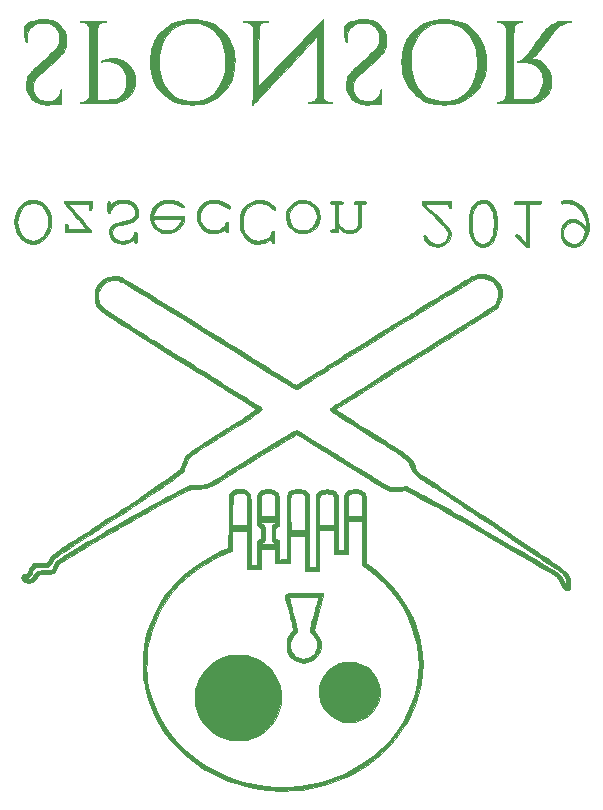
<source format=gbo>
G04 #@! TF.FileFunction,Legend,Bot*
%FSLAX46Y46*%
G04 Gerber Fmt 4.6, Leading zero omitted, Abs format (unit mm)*
G04 Created by KiCad (PCBNEW 4.0.7-e2-6376~58~ubuntu16.04.1) date Mon Apr 29 13:53:35 2019*
%MOMM*%
%LPD*%
G01*
G04 APERTURE LIST*
%ADD10C,0.100000*%
%ADD11C,0.010000*%
%ADD12C,0.150000*%
%ADD13R,2.100000X2.100000*%
%ADD14O,2.100000X2.100000*%
%ADD15C,1.850000*%
%ADD16O,2.300000X1.600000*%
%ADD17C,1.924000*%
G04 APERTURE END LIST*
D10*
D11*
G36*
X170290044Y-45016385D02*
X170432678Y-45000587D01*
X170555568Y-44965748D01*
X170691042Y-44905663D01*
X170693272Y-44904569D01*
X170965084Y-44726639D01*
X171206023Y-44481538D01*
X171405530Y-44184290D01*
X171553047Y-43849916D01*
X171623817Y-43580602D01*
X171652536Y-43308538D01*
X171648419Y-43006658D01*
X171614042Y-42709663D01*
X171551978Y-42452252D01*
X171536964Y-42409878D01*
X171384185Y-42099805D01*
X171178700Y-41822120D01*
X170935107Y-41592182D01*
X170668003Y-41425347D01*
X170557738Y-41379683D01*
X170374282Y-41339368D01*
X170144912Y-41323212D01*
X169904771Y-41330912D01*
X169689001Y-41362166D01*
X169597211Y-41387939D01*
X169448004Y-41465068D01*
X169273385Y-41591960D01*
X169096101Y-41748745D01*
X168938900Y-41915552D01*
X168837042Y-42051984D01*
X168673995Y-42385669D01*
X168574737Y-42757828D01*
X168539874Y-43150576D01*
X168543714Y-43200973D01*
X168788971Y-43200973D01*
X168818323Y-42841956D01*
X168915951Y-42491074D01*
X169082298Y-42160546D01*
X169253323Y-41932332D01*
X169467045Y-41750076D01*
X169724041Y-41628946D01*
X170005537Y-41572460D01*
X170292759Y-41584136D01*
X170566935Y-41667492D01*
X170594921Y-41680904D01*
X170852082Y-41854577D01*
X171066329Y-42090819D01*
X171232619Y-42376474D01*
X171345906Y-42698385D01*
X171401147Y-43043396D01*
X171393296Y-43398350D01*
X171347834Y-43644623D01*
X171229230Y-43976969D01*
X171062657Y-44257053D01*
X170857121Y-44481146D01*
X170621627Y-44645518D01*
X170365179Y-44746439D01*
X170096784Y-44780178D01*
X169825446Y-44743006D01*
X169560171Y-44631192D01*
X169345466Y-44474036D01*
X169106143Y-44204658D01*
X168933324Y-43894543D01*
X168827452Y-43555909D01*
X168788971Y-43200973D01*
X168543714Y-43200973D01*
X168570011Y-43546027D01*
X168665755Y-43926295D01*
X168765594Y-44161088D01*
X168905697Y-44378441D01*
X169096105Y-44593841D01*
X169310713Y-44781331D01*
X169523419Y-44914951D01*
X169523834Y-44915151D01*
X169657846Y-44970497D01*
X169794857Y-45002484D01*
X169966279Y-45016838D01*
X170095334Y-45019350D01*
X170290044Y-45016385D01*
X170290044Y-45016385D01*
G37*
X170290044Y-45016385D02*
X170432678Y-45000587D01*
X170555568Y-44965748D01*
X170691042Y-44905663D01*
X170693272Y-44904569D01*
X170965084Y-44726639D01*
X171206023Y-44481538D01*
X171405530Y-44184290D01*
X171553047Y-43849916D01*
X171623817Y-43580602D01*
X171652536Y-43308538D01*
X171648419Y-43006658D01*
X171614042Y-42709663D01*
X171551978Y-42452252D01*
X171536964Y-42409878D01*
X171384185Y-42099805D01*
X171178700Y-41822120D01*
X170935107Y-41592182D01*
X170668003Y-41425347D01*
X170557738Y-41379683D01*
X170374282Y-41339368D01*
X170144912Y-41323212D01*
X169904771Y-41330912D01*
X169689001Y-41362166D01*
X169597211Y-41387939D01*
X169448004Y-41465068D01*
X169273385Y-41591960D01*
X169096101Y-41748745D01*
X168938900Y-41915552D01*
X168837042Y-42051984D01*
X168673995Y-42385669D01*
X168574737Y-42757828D01*
X168539874Y-43150576D01*
X168543714Y-43200973D01*
X168788971Y-43200973D01*
X168818323Y-42841956D01*
X168915951Y-42491074D01*
X169082298Y-42160546D01*
X169253323Y-41932332D01*
X169467045Y-41750076D01*
X169724041Y-41628946D01*
X170005537Y-41572460D01*
X170292759Y-41584136D01*
X170566935Y-41667492D01*
X170594921Y-41680904D01*
X170852082Y-41854577D01*
X171066329Y-42090819D01*
X171232619Y-42376474D01*
X171345906Y-42698385D01*
X171401147Y-43043396D01*
X171393296Y-43398350D01*
X171347834Y-43644623D01*
X171229230Y-43976969D01*
X171062657Y-44257053D01*
X170857121Y-44481146D01*
X170621627Y-44645518D01*
X170365179Y-44746439D01*
X170096784Y-44780178D01*
X169825446Y-44743006D01*
X169560171Y-44631192D01*
X169345466Y-44474036D01*
X169106143Y-44204658D01*
X168933324Y-43894543D01*
X168827452Y-43555909D01*
X168788971Y-43200973D01*
X168543714Y-43200973D01*
X168570011Y-43546027D01*
X168665755Y-43926295D01*
X168765594Y-44161088D01*
X168905697Y-44378441D01*
X169096105Y-44593841D01*
X169310713Y-44781331D01*
X169523419Y-44914951D01*
X169523834Y-44915151D01*
X169657846Y-44970497D01*
X169794857Y-45002484D01*
X169966279Y-45016838D01*
X170095334Y-45019350D01*
X170290044Y-45016385D01*
G36*
X178036094Y-44993228D02*
X178334027Y-44880808D01*
X178450761Y-44810769D01*
X178561742Y-44737745D01*
X178620190Y-44710985D01*
X178642900Y-44728152D01*
X178646667Y-44783484D01*
X178678394Y-44878505D01*
X178753469Y-44939306D01*
X178838068Y-44942346D01*
X178867391Y-44917907D01*
X178885473Y-44862031D01*
X178893947Y-44760025D01*
X178894447Y-44597198D01*
X178891524Y-44461360D01*
X178885603Y-44260620D01*
X178877997Y-44129632D01*
X178864898Y-44053507D01*
X178842501Y-44017357D01*
X178807002Y-44006292D01*
X178775006Y-44005500D01*
X178705977Y-44017960D01*
X178665116Y-44070154D01*
X178635151Y-44184307D01*
X178634838Y-44185890D01*
X178555684Y-44384032D01*
X178413130Y-44546350D01*
X178222067Y-44669253D01*
X177997385Y-44749150D01*
X177753974Y-44782451D01*
X177506725Y-44765566D01*
X177270527Y-44694905D01*
X177060272Y-44566877D01*
X177059017Y-44565844D01*
X176895614Y-44388725D01*
X176805991Y-44193844D01*
X176793016Y-43992983D01*
X176859557Y-43797925D01*
X176868438Y-43782864D01*
X176976575Y-43649702D01*
X177127201Y-43546256D01*
X177335499Y-43464139D01*
X177542059Y-43410758D01*
X177900274Y-43325105D01*
X178209976Y-43238076D01*
X178461476Y-43152843D01*
X178645085Y-43072580D01*
X178725006Y-43023385D01*
X178886860Y-42850226D01*
X178986576Y-42636064D01*
X179024100Y-42397461D01*
X178999377Y-42150983D01*
X178912354Y-41913193D01*
X178762975Y-41700655D01*
X178729460Y-41666358D01*
X178547072Y-41516312D01*
X178350140Y-41415641D01*
X178117176Y-41356583D01*
X177826691Y-41331375D01*
X177800000Y-41330579D01*
X177611541Y-41329474D01*
X177444786Y-41335430D01*
X177325113Y-41347247D01*
X177292000Y-41354599D01*
X177118027Y-41425275D01*
X176946286Y-41517571D01*
X176808517Y-41613390D01*
X176762834Y-41656358D01*
X176678167Y-41750391D01*
X176657000Y-41612330D01*
X176619453Y-41497949D01*
X176558505Y-41425111D01*
X176491659Y-41407669D01*
X176444777Y-41444334D01*
X176427561Y-41511888D01*
X176413846Y-41642598D01*
X176405427Y-41814971D01*
X176403648Y-41936567D01*
X176406469Y-42147671D01*
X176416956Y-42288851D01*
X176437007Y-42374653D01*
X176466500Y-42418000D01*
X176545344Y-42441137D01*
X176616677Y-42399124D01*
X176655363Y-42309627D01*
X176657000Y-42284131D01*
X176686910Y-42154980D01*
X176763961Y-42004915D01*
X176869139Y-41865856D01*
X176950680Y-41791149D01*
X177200978Y-41655231D01*
X177497428Y-41583991D01*
X177715334Y-41571334D01*
X178026474Y-41600266D01*
X178292641Y-41683098D01*
X178506581Y-41813885D01*
X178661039Y-41986684D01*
X178748763Y-42195549D01*
X178762959Y-42429882D01*
X178739492Y-42573282D01*
X178689315Y-42678284D01*
X178592005Y-42785305D01*
X178575542Y-42800808D01*
X178505262Y-42861773D01*
X178432104Y-42910531D01*
X178340605Y-42952942D01*
X178215301Y-42994865D01*
X178040728Y-43042163D01*
X177801422Y-43100695D01*
X177755162Y-43111715D01*
X177516343Y-43171949D01*
X177293588Y-43234435D01*
X177106024Y-43293352D01*
X176972779Y-43342879D01*
X176933419Y-43361783D01*
X176736245Y-43515029D01*
X176605438Y-43706043D01*
X176539676Y-43921736D01*
X176537633Y-44149018D01*
X176597988Y-44374803D01*
X176719415Y-44586000D01*
X176900592Y-44769521D01*
X177087716Y-44887641D01*
X177395844Y-44997609D01*
X177717668Y-45032483D01*
X178036094Y-44993228D01*
X178036094Y-44993228D01*
G37*
X178036094Y-44993228D02*
X178334027Y-44880808D01*
X178450761Y-44810769D01*
X178561742Y-44737745D01*
X178620190Y-44710985D01*
X178642900Y-44728152D01*
X178646667Y-44783484D01*
X178678394Y-44878505D01*
X178753469Y-44939306D01*
X178838068Y-44942346D01*
X178867391Y-44917907D01*
X178885473Y-44862031D01*
X178893947Y-44760025D01*
X178894447Y-44597198D01*
X178891524Y-44461360D01*
X178885603Y-44260620D01*
X178877997Y-44129632D01*
X178864898Y-44053507D01*
X178842501Y-44017357D01*
X178807002Y-44006292D01*
X178775006Y-44005500D01*
X178705977Y-44017960D01*
X178665116Y-44070154D01*
X178635151Y-44184307D01*
X178634838Y-44185890D01*
X178555684Y-44384032D01*
X178413130Y-44546350D01*
X178222067Y-44669253D01*
X177997385Y-44749150D01*
X177753974Y-44782451D01*
X177506725Y-44765566D01*
X177270527Y-44694905D01*
X177060272Y-44566877D01*
X177059017Y-44565844D01*
X176895614Y-44388725D01*
X176805991Y-44193844D01*
X176793016Y-43992983D01*
X176859557Y-43797925D01*
X176868438Y-43782864D01*
X176976575Y-43649702D01*
X177127201Y-43546256D01*
X177335499Y-43464139D01*
X177542059Y-43410758D01*
X177900274Y-43325105D01*
X178209976Y-43238076D01*
X178461476Y-43152843D01*
X178645085Y-43072580D01*
X178725006Y-43023385D01*
X178886860Y-42850226D01*
X178986576Y-42636064D01*
X179024100Y-42397461D01*
X178999377Y-42150983D01*
X178912354Y-41913193D01*
X178762975Y-41700655D01*
X178729460Y-41666358D01*
X178547072Y-41516312D01*
X178350140Y-41415641D01*
X178117176Y-41356583D01*
X177826691Y-41331375D01*
X177800000Y-41330579D01*
X177611541Y-41329474D01*
X177444786Y-41335430D01*
X177325113Y-41347247D01*
X177292000Y-41354599D01*
X177118027Y-41425275D01*
X176946286Y-41517571D01*
X176808517Y-41613390D01*
X176762834Y-41656358D01*
X176678167Y-41750391D01*
X176657000Y-41612330D01*
X176619453Y-41497949D01*
X176558505Y-41425111D01*
X176491659Y-41407669D01*
X176444777Y-41444334D01*
X176427561Y-41511888D01*
X176413846Y-41642598D01*
X176405427Y-41814971D01*
X176403648Y-41936567D01*
X176406469Y-42147671D01*
X176416956Y-42288851D01*
X176437007Y-42374653D01*
X176466500Y-42418000D01*
X176545344Y-42441137D01*
X176616677Y-42399124D01*
X176655363Y-42309627D01*
X176657000Y-42284131D01*
X176686910Y-42154980D01*
X176763961Y-42004915D01*
X176869139Y-41865856D01*
X176950680Y-41791149D01*
X177200978Y-41655231D01*
X177497428Y-41583991D01*
X177715334Y-41571334D01*
X178026474Y-41600266D01*
X178292641Y-41683098D01*
X178506581Y-41813885D01*
X178661039Y-41986684D01*
X178748763Y-42195549D01*
X178762959Y-42429882D01*
X178739492Y-42573282D01*
X178689315Y-42678284D01*
X178592005Y-42785305D01*
X178575542Y-42800808D01*
X178505262Y-42861773D01*
X178432104Y-42910531D01*
X178340605Y-42952942D01*
X178215301Y-42994865D01*
X178040728Y-43042163D01*
X177801422Y-43100695D01*
X177755162Y-43111715D01*
X177516343Y-43171949D01*
X177293588Y-43234435D01*
X177106024Y-43293352D01*
X176972779Y-43342879D01*
X176933419Y-43361783D01*
X176736245Y-43515029D01*
X176605438Y-43706043D01*
X176539676Y-43921736D01*
X176537633Y-44149018D01*
X176597988Y-44374803D01*
X176719415Y-44586000D01*
X176900592Y-44769521D01*
X177087716Y-44887641D01*
X177395844Y-44997609D01*
X177717668Y-45032483D01*
X178036094Y-44993228D01*
G36*
X181751494Y-44115472D02*
X182005190Y-44061529D01*
X182223520Y-43960596D01*
X182428249Y-43804537D01*
X182502387Y-43733720D01*
X182676656Y-43531015D01*
X182796256Y-43316667D01*
X182873720Y-43063987D01*
X182906533Y-42873084D01*
X182933842Y-42672000D01*
X180297667Y-42672000D01*
X180298080Y-42576750D01*
X180326739Y-42436722D01*
X180401676Y-42265678D01*
X180507842Y-42090970D01*
X180630184Y-41939951D01*
X180669495Y-41901812D01*
X180845976Y-41757683D01*
X181010302Y-41664473D01*
X181192485Y-41610181D01*
X181422540Y-41582808D01*
X181475432Y-41579589D01*
X181878147Y-41592852D01*
X182243615Y-41677318D01*
X182565395Y-41831494D01*
X182566338Y-41832092D01*
X182720816Y-41913682D01*
X182823082Y-41929127D01*
X182873783Y-41878422D01*
X182880000Y-41828817D01*
X182840448Y-41737362D01*
X182729219Y-41636421D01*
X182557456Y-41534099D01*
X182350834Y-41443924D01*
X182170207Y-41388710D01*
X181963461Y-41353254D01*
X181703922Y-41333248D01*
X181652334Y-41331062D01*
X181441490Y-41325236D01*
X181289898Y-41328940D01*
X181172391Y-41345230D01*
X181063803Y-41377164D01*
X180971878Y-41413725D01*
X180653687Y-41586941D01*
X180397386Y-41813491D01*
X180296251Y-41939691D01*
X180159865Y-42169015D01*
X180079004Y-42411160D01*
X180045630Y-42693424D01*
X180043667Y-42797561D01*
X180049089Y-42986630D01*
X180055392Y-43027763D01*
X180296811Y-43027763D01*
X180315763Y-42986722D01*
X180372210Y-42958427D01*
X180474056Y-42940530D01*
X180629206Y-42930686D01*
X180845564Y-42926547D01*
X181131036Y-42925767D01*
X181480045Y-42926000D01*
X182662423Y-42926000D01*
X182624977Y-43056568D01*
X182504717Y-43332909D01*
X182322902Y-43560494D01*
X182090884Y-43733619D01*
X181820011Y-43846578D01*
X181521634Y-43893666D01*
X181207103Y-43869180D01*
X181073533Y-43836363D01*
X180852835Y-43735209D01*
X180640836Y-43575915D01*
X180465952Y-43382679D01*
X180385879Y-43250825D01*
X180339774Y-43157468D01*
X180307450Y-43083896D01*
X180296811Y-43027763D01*
X180055392Y-43027763D01*
X180071061Y-43130016D01*
X180118146Y-43266326D01*
X180173864Y-43384691D01*
X180356072Y-43659878D01*
X180602209Y-43881792D01*
X180872539Y-44034624D01*
X181015823Y-44087894D01*
X181171692Y-44117842D01*
X181371361Y-44129738D01*
X181440667Y-44130558D01*
X181751494Y-44115472D01*
X181751494Y-44115472D01*
G37*
X181751494Y-44115472D02*
X182005190Y-44061529D01*
X182223520Y-43960596D01*
X182428249Y-43804537D01*
X182502387Y-43733720D01*
X182676656Y-43531015D01*
X182796256Y-43316667D01*
X182873720Y-43063987D01*
X182906533Y-42873084D01*
X182933842Y-42672000D01*
X180297667Y-42672000D01*
X180298080Y-42576750D01*
X180326739Y-42436722D01*
X180401676Y-42265678D01*
X180507842Y-42090970D01*
X180630184Y-41939951D01*
X180669495Y-41901812D01*
X180845976Y-41757683D01*
X181010302Y-41664473D01*
X181192485Y-41610181D01*
X181422540Y-41582808D01*
X181475432Y-41579589D01*
X181878147Y-41592852D01*
X182243615Y-41677318D01*
X182565395Y-41831494D01*
X182566338Y-41832092D01*
X182720816Y-41913682D01*
X182823082Y-41929127D01*
X182873783Y-41878422D01*
X182880000Y-41828817D01*
X182840448Y-41737362D01*
X182729219Y-41636421D01*
X182557456Y-41534099D01*
X182350834Y-41443924D01*
X182170207Y-41388710D01*
X181963461Y-41353254D01*
X181703922Y-41333248D01*
X181652334Y-41331062D01*
X181441490Y-41325236D01*
X181289898Y-41328940D01*
X181172391Y-41345230D01*
X181063803Y-41377164D01*
X180971878Y-41413725D01*
X180653687Y-41586941D01*
X180397386Y-41813491D01*
X180296251Y-41939691D01*
X180159865Y-42169015D01*
X180079004Y-42411160D01*
X180045630Y-42693424D01*
X180043667Y-42797561D01*
X180049089Y-42986630D01*
X180055392Y-43027763D01*
X180296811Y-43027763D01*
X180315763Y-42986722D01*
X180372210Y-42958427D01*
X180474056Y-42940530D01*
X180629206Y-42930686D01*
X180845564Y-42926547D01*
X181131036Y-42925767D01*
X181480045Y-42926000D01*
X182662423Y-42926000D01*
X182624977Y-43056568D01*
X182504717Y-43332909D01*
X182322902Y-43560494D01*
X182090884Y-43733619D01*
X181820011Y-43846578D01*
X181521634Y-43893666D01*
X181207103Y-43869180D01*
X181073533Y-43836363D01*
X180852835Y-43735209D01*
X180640836Y-43575915D01*
X180465952Y-43382679D01*
X180385879Y-43250825D01*
X180339774Y-43157468D01*
X180307450Y-43083896D01*
X180296811Y-43027763D01*
X180055392Y-43027763D01*
X180071061Y-43130016D01*
X180118146Y-43266326D01*
X180173864Y-43384691D01*
X180356072Y-43659878D01*
X180602209Y-43881792D01*
X180872539Y-44034624D01*
X181015823Y-44087894D01*
X181171692Y-44117842D01*
X181371361Y-44129738D01*
X181440667Y-44130558D01*
X181751494Y-44115472D01*
G36*
X185696764Y-44115812D02*
X185940318Y-44065394D01*
X186154157Y-43971369D01*
X186274809Y-43893869D01*
X186354659Y-43839857D01*
X186387178Y-43835063D01*
X186393632Y-43879082D01*
X186393667Y-43891601D01*
X186424992Y-43988315D01*
X186499506Y-44050056D01*
X186585117Y-44053327D01*
X186615055Y-44028296D01*
X186633201Y-43971130D01*
X186641303Y-43866793D01*
X186641108Y-43700252D01*
X186638573Y-43593508D01*
X186632041Y-43397670D01*
X186623080Y-43270815D01*
X186608016Y-43197268D01*
X186583176Y-43161352D01*
X186544884Y-43147394D01*
X186533592Y-43145613D01*
X186467692Y-43152246D01*
X186424620Y-43208994D01*
X186397058Y-43293780D01*
X186327526Y-43478246D01*
X186222036Y-43614152D01*
X186059099Y-43726895D01*
X186007592Y-43754072D01*
X185734623Y-43852550D01*
X185441600Y-43889732D01*
X185149717Y-43867224D01*
X184880170Y-43786636D01*
X184656577Y-43651590D01*
X184550729Y-43542406D01*
X184440661Y-43396146D01*
X184382076Y-43300886D01*
X184318817Y-43176310D01*
X184281375Y-43066531D01*
X184263302Y-42941041D01*
X184258152Y-42769331D01*
X184258131Y-42714334D01*
X184274076Y-42446086D01*
X184327258Y-42233732D01*
X184428153Y-42052840D01*
X184587233Y-41878981D01*
X184634638Y-41836110D01*
X184823344Y-41699906D01*
X185030013Y-41615850D01*
X185275281Y-41578012D01*
X185533285Y-41577941D01*
X185744859Y-41596354D01*
X185916257Y-41635302D01*
X186091422Y-41705725D01*
X186139667Y-41728900D01*
X186299513Y-41813583D01*
X186447307Y-41902349D01*
X186544868Y-41971271D01*
X186635768Y-42037587D01*
X186696861Y-42050721D01*
X186750978Y-42022913D01*
X186802052Y-41966728D01*
X186784247Y-41899293D01*
X186775165Y-41884196D01*
X186675939Y-41773360D01*
X186519959Y-41652412D01*
X186331207Y-41536745D01*
X186133662Y-41441754D01*
X186024125Y-41402080D01*
X185802469Y-41352379D01*
X185549118Y-41324882D01*
X185293128Y-41320276D01*
X185063557Y-41339243D01*
X184907017Y-41375778D01*
X184595679Y-41528004D01*
X184344677Y-41738377D01*
X184157487Y-42002314D01*
X184037584Y-42315230D01*
X183993820Y-42580306D01*
X184003098Y-42931904D01*
X184087440Y-43259303D01*
X184240994Y-43552216D01*
X184457910Y-43800355D01*
X184732336Y-43993434D01*
X184822976Y-44038171D01*
X184959890Y-44087331D01*
X185118541Y-44115885D01*
X185326133Y-44128135D01*
X185398834Y-44129248D01*
X185696764Y-44115812D01*
X185696764Y-44115812D01*
G37*
X185696764Y-44115812D02*
X185940318Y-44065394D01*
X186154157Y-43971369D01*
X186274809Y-43893869D01*
X186354659Y-43839857D01*
X186387178Y-43835063D01*
X186393632Y-43879082D01*
X186393667Y-43891601D01*
X186424992Y-43988315D01*
X186499506Y-44050056D01*
X186585117Y-44053327D01*
X186615055Y-44028296D01*
X186633201Y-43971130D01*
X186641303Y-43866793D01*
X186641108Y-43700252D01*
X186638573Y-43593508D01*
X186632041Y-43397670D01*
X186623080Y-43270815D01*
X186608016Y-43197268D01*
X186583176Y-43161352D01*
X186544884Y-43147394D01*
X186533592Y-43145613D01*
X186467692Y-43152246D01*
X186424620Y-43208994D01*
X186397058Y-43293780D01*
X186327526Y-43478246D01*
X186222036Y-43614152D01*
X186059099Y-43726895D01*
X186007592Y-43754072D01*
X185734623Y-43852550D01*
X185441600Y-43889732D01*
X185149717Y-43867224D01*
X184880170Y-43786636D01*
X184656577Y-43651590D01*
X184550729Y-43542406D01*
X184440661Y-43396146D01*
X184382076Y-43300886D01*
X184318817Y-43176310D01*
X184281375Y-43066531D01*
X184263302Y-42941041D01*
X184258152Y-42769331D01*
X184258131Y-42714334D01*
X184274076Y-42446086D01*
X184327258Y-42233732D01*
X184428153Y-42052840D01*
X184587233Y-41878981D01*
X184634638Y-41836110D01*
X184823344Y-41699906D01*
X185030013Y-41615850D01*
X185275281Y-41578012D01*
X185533285Y-41577941D01*
X185744859Y-41596354D01*
X185916257Y-41635302D01*
X186091422Y-41705725D01*
X186139667Y-41728900D01*
X186299513Y-41813583D01*
X186447307Y-41902349D01*
X186544868Y-41971271D01*
X186635768Y-42037587D01*
X186696861Y-42050721D01*
X186750978Y-42022913D01*
X186802052Y-41966728D01*
X186784247Y-41899293D01*
X186775165Y-41884196D01*
X186675939Y-41773360D01*
X186519959Y-41652412D01*
X186331207Y-41536745D01*
X186133662Y-41441754D01*
X186024125Y-41402080D01*
X185802469Y-41352379D01*
X185549118Y-41324882D01*
X185293128Y-41320276D01*
X185063557Y-41339243D01*
X184907017Y-41375778D01*
X184595679Y-41528004D01*
X184344677Y-41738377D01*
X184157487Y-42002314D01*
X184037584Y-42315230D01*
X183993820Y-42580306D01*
X184003098Y-42931904D01*
X184087440Y-43259303D01*
X184240994Y-43552216D01*
X184457910Y-43800355D01*
X184732336Y-43993434D01*
X184822976Y-44038171D01*
X184959890Y-44087331D01*
X185118541Y-44115885D01*
X185326133Y-44128135D01*
X185398834Y-44129248D01*
X185696764Y-44115812D01*
G36*
X189165610Y-45018873D02*
X189500396Y-44994911D01*
X189781728Y-44923917D01*
X190030356Y-44799625D01*
X190135170Y-44726109D01*
X190288334Y-44609285D01*
X190288334Y-44736126D01*
X190313885Y-44856770D01*
X190378891Y-44933375D01*
X190465875Y-44946918D01*
X190478294Y-44942899D01*
X190509587Y-44890560D01*
X190531709Y-44775125D01*
X190544650Y-44617666D01*
X190548398Y-44439258D01*
X190542943Y-44260974D01*
X190528271Y-44103886D01*
X190504373Y-43989069D01*
X190478834Y-43942000D01*
X190400059Y-43918323D01*
X190329664Y-43960996D01*
X190290458Y-44052939D01*
X190288175Y-44084767D01*
X190248508Y-44238251D01*
X190139784Y-44392369D01*
X189976637Y-44534926D01*
X189773698Y-44653724D01*
X189545600Y-44736565D01*
X189491001Y-44749275D01*
X189154331Y-44779329D01*
X188836879Y-44729486D01*
X188546548Y-44603754D01*
X188291242Y-44406144D01*
X188078866Y-44140664D01*
X187994392Y-43990096D01*
X187954943Y-43902819D01*
X187927768Y-43815625D01*
X187910631Y-43710395D01*
X187901295Y-43569008D01*
X187897522Y-43373344D01*
X187896992Y-43201167D01*
X187898239Y-42958951D01*
X187903495Y-42783188D01*
X187915034Y-42655686D01*
X187935129Y-42558250D01*
X187966053Y-42472684D01*
X187995989Y-42408842D01*
X188177383Y-42123815D01*
X188411881Y-41879813D01*
X188643455Y-41718074D01*
X188755791Y-41659668D01*
X188854011Y-41622796D01*
X188963414Y-41602570D01*
X189109296Y-41594104D01*
X189293500Y-41592500D01*
X189522948Y-41597250D01*
X189697468Y-41618109D01*
X189841772Y-41664992D01*
X189980573Y-41747816D01*
X190138584Y-41876494D01*
X190248265Y-41975582D01*
X190410650Y-42109891D01*
X190527943Y-42172842D01*
X190600035Y-42164405D01*
X190626816Y-42084553D01*
X190627000Y-42073859D01*
X190592458Y-41977368D01*
X190499488Y-41855722D01*
X190364074Y-41724154D01*
X190202202Y-41597898D01*
X190029856Y-41492186D01*
X190001496Y-41477763D01*
X189849753Y-41408659D01*
X189717056Y-41365975D01*
X189570606Y-41342337D01*
X189377603Y-41330367D01*
X189340140Y-41329040D01*
X189073010Y-41330271D01*
X188874154Y-41353314D01*
X188800071Y-41373916D01*
X188471817Y-41537299D01*
X188174839Y-41764703D01*
X187926789Y-42040062D01*
X187755956Y-42324102D01*
X187711175Y-42424796D01*
X187680015Y-42515578D01*
X187660022Y-42614963D01*
X187648743Y-42741465D01*
X187643723Y-42913600D01*
X187642507Y-43149881D01*
X187642500Y-43180000D01*
X187642500Y-43793834D01*
X187795182Y-44113532D01*
X187937196Y-44379049D01*
X188084347Y-44579878D01*
X188254163Y-44735087D01*
X188464169Y-44863745D01*
X188502482Y-44883047D01*
X188648351Y-44950937D01*
X188767734Y-44991937D01*
X188891987Y-45012468D01*
X189052464Y-45018953D01*
X189165610Y-45018873D01*
X189165610Y-45018873D01*
G37*
X189165610Y-45018873D02*
X189500396Y-44994911D01*
X189781728Y-44923917D01*
X190030356Y-44799625D01*
X190135170Y-44726109D01*
X190288334Y-44609285D01*
X190288334Y-44736126D01*
X190313885Y-44856770D01*
X190378891Y-44933375D01*
X190465875Y-44946918D01*
X190478294Y-44942899D01*
X190509587Y-44890560D01*
X190531709Y-44775125D01*
X190544650Y-44617666D01*
X190548398Y-44439258D01*
X190542943Y-44260974D01*
X190528271Y-44103886D01*
X190504373Y-43989069D01*
X190478834Y-43942000D01*
X190400059Y-43918323D01*
X190329664Y-43960996D01*
X190290458Y-44052939D01*
X190288175Y-44084767D01*
X190248508Y-44238251D01*
X190139784Y-44392369D01*
X189976637Y-44534926D01*
X189773698Y-44653724D01*
X189545600Y-44736565D01*
X189491001Y-44749275D01*
X189154331Y-44779329D01*
X188836879Y-44729486D01*
X188546548Y-44603754D01*
X188291242Y-44406144D01*
X188078866Y-44140664D01*
X187994392Y-43990096D01*
X187954943Y-43902819D01*
X187927768Y-43815625D01*
X187910631Y-43710395D01*
X187901295Y-43569008D01*
X187897522Y-43373344D01*
X187896992Y-43201167D01*
X187898239Y-42958951D01*
X187903495Y-42783188D01*
X187915034Y-42655686D01*
X187935129Y-42558250D01*
X187966053Y-42472684D01*
X187995989Y-42408842D01*
X188177383Y-42123815D01*
X188411881Y-41879813D01*
X188643455Y-41718074D01*
X188755791Y-41659668D01*
X188854011Y-41622796D01*
X188963414Y-41602570D01*
X189109296Y-41594104D01*
X189293500Y-41592500D01*
X189522948Y-41597250D01*
X189697468Y-41618109D01*
X189841772Y-41664992D01*
X189980573Y-41747816D01*
X190138584Y-41876494D01*
X190248265Y-41975582D01*
X190410650Y-42109891D01*
X190527943Y-42172842D01*
X190600035Y-42164405D01*
X190626816Y-42084553D01*
X190627000Y-42073859D01*
X190592458Y-41977368D01*
X190499488Y-41855722D01*
X190364074Y-41724154D01*
X190202202Y-41597898D01*
X190029856Y-41492186D01*
X190001496Y-41477763D01*
X189849753Y-41408659D01*
X189717056Y-41365975D01*
X189570606Y-41342337D01*
X189377603Y-41330367D01*
X189340140Y-41329040D01*
X189073010Y-41330271D01*
X188874154Y-41353314D01*
X188800071Y-41373916D01*
X188471817Y-41537299D01*
X188174839Y-41764703D01*
X187926789Y-42040062D01*
X187755956Y-42324102D01*
X187711175Y-42424796D01*
X187680015Y-42515578D01*
X187660022Y-42614963D01*
X187648743Y-42741465D01*
X187643723Y-42913600D01*
X187642507Y-43149881D01*
X187642500Y-43180000D01*
X187642500Y-43793834D01*
X187795182Y-44113532D01*
X187937196Y-44379049D01*
X188084347Y-44579878D01*
X188254163Y-44735087D01*
X188464169Y-44863745D01*
X188502482Y-44883047D01*
X188648351Y-44950937D01*
X188767734Y-44991937D01*
X188891987Y-45012468D01*
X189052464Y-45018953D01*
X189165610Y-45018873D01*
G36*
X193241930Y-44115730D02*
X193517471Y-44036878D01*
X193549932Y-44022387D01*
X193820975Y-43866645D01*
X194031642Y-43674716D01*
X194204978Y-43424863D01*
X194228360Y-43382575D01*
X194298287Y-43245839D01*
X194340939Y-43133907D01*
X194363018Y-43016655D01*
X194371224Y-42863957D01*
X194372288Y-42735500D01*
X194352539Y-42422648D01*
X194287088Y-42165574D01*
X194168034Y-41944297D01*
X193987480Y-41738839D01*
X193972793Y-41724962D01*
X193765066Y-41549367D01*
X193570661Y-41433731D01*
X193360569Y-41366051D01*
X193105787Y-41334318D01*
X193018834Y-41330105D01*
X192753606Y-41330635D01*
X192556488Y-41353325D01*
X192484683Y-41373361D01*
X192180990Y-41528186D01*
X191917005Y-41745217D01*
X191709204Y-42009323D01*
X191629464Y-42158819D01*
X191559087Y-42393504D01*
X191532418Y-42668362D01*
X191537436Y-42754168D01*
X191778129Y-42754168D01*
X191806968Y-42453980D01*
X191915766Y-42177237D01*
X192102632Y-41929423D01*
X192278000Y-41776751D01*
X192433972Y-41675904D01*
X192588249Y-41614956D01*
X192768185Y-41586894D01*
X193001136Y-41584704D01*
X193024027Y-41585477D01*
X193207619Y-41595879D01*
X193337985Y-41616798D01*
X193446541Y-41656771D01*
X193564706Y-41724333D01*
X193586739Y-41738360D01*
X193825000Y-41937909D01*
X194007923Y-42188389D01*
X194097518Y-42392375D01*
X194131305Y-42586844D01*
X194128274Y-42818383D01*
X194091703Y-43049491D01*
X194024870Y-43242667D01*
X194022859Y-43246648D01*
X193856877Y-43483776D01*
X193631628Y-43678362D01*
X193366834Y-43818339D01*
X193082218Y-43891644D01*
X192955334Y-43899667D01*
X192666915Y-43860292D01*
X192395822Y-43749762D01*
X192157540Y-43579474D01*
X191967552Y-43360823D01*
X191841344Y-43105205D01*
X191831141Y-43072318D01*
X191778129Y-42754168D01*
X191537436Y-42754168D01*
X191548969Y-42951350D01*
X191608250Y-43210427D01*
X191646993Y-43307000D01*
X191817681Y-43579498D01*
X192048364Y-43817639D01*
X192316067Y-43998490D01*
X192362667Y-44021450D01*
X192633699Y-44107991D01*
X192937063Y-44139426D01*
X193241930Y-44115730D01*
X193241930Y-44115730D01*
G37*
X193241930Y-44115730D02*
X193517471Y-44036878D01*
X193549932Y-44022387D01*
X193820975Y-43866645D01*
X194031642Y-43674716D01*
X194204978Y-43424863D01*
X194228360Y-43382575D01*
X194298287Y-43245839D01*
X194340939Y-43133907D01*
X194363018Y-43016655D01*
X194371224Y-42863957D01*
X194372288Y-42735500D01*
X194352539Y-42422648D01*
X194287088Y-42165574D01*
X194168034Y-41944297D01*
X193987480Y-41738839D01*
X193972793Y-41724962D01*
X193765066Y-41549367D01*
X193570661Y-41433731D01*
X193360569Y-41366051D01*
X193105787Y-41334318D01*
X193018834Y-41330105D01*
X192753606Y-41330635D01*
X192556488Y-41353325D01*
X192484683Y-41373361D01*
X192180990Y-41528186D01*
X191917005Y-41745217D01*
X191709204Y-42009323D01*
X191629464Y-42158819D01*
X191559087Y-42393504D01*
X191532418Y-42668362D01*
X191537436Y-42754168D01*
X191778129Y-42754168D01*
X191806968Y-42453980D01*
X191915766Y-42177237D01*
X192102632Y-41929423D01*
X192278000Y-41776751D01*
X192433972Y-41675904D01*
X192588249Y-41614956D01*
X192768185Y-41586894D01*
X193001136Y-41584704D01*
X193024027Y-41585477D01*
X193207619Y-41595879D01*
X193337985Y-41616798D01*
X193446541Y-41656771D01*
X193564706Y-41724333D01*
X193586739Y-41738360D01*
X193825000Y-41937909D01*
X194007923Y-42188389D01*
X194097518Y-42392375D01*
X194131305Y-42586844D01*
X194128274Y-42818383D01*
X194091703Y-43049491D01*
X194024870Y-43242667D01*
X194022859Y-43246648D01*
X193856877Y-43483776D01*
X193631628Y-43678362D01*
X193366834Y-43818339D01*
X193082218Y-43891644D01*
X192955334Y-43899667D01*
X192666915Y-43860292D01*
X192395822Y-43749762D01*
X192157540Y-43579474D01*
X191967552Y-43360823D01*
X191841344Y-43105205D01*
X191831141Y-43072318D01*
X191778129Y-42754168D01*
X191537436Y-42754168D01*
X191548969Y-42951350D01*
X191608250Y-43210427D01*
X191646993Y-43307000D01*
X191817681Y-43579498D01*
X192048364Y-43817639D01*
X192316067Y-43998490D01*
X192362667Y-44021450D01*
X192633699Y-44107991D01*
X192937063Y-44139426D01*
X193241930Y-44115730D01*
G36*
X208523626Y-45236683D02*
X208760342Y-45111031D01*
X208970366Y-44920257D01*
X209142768Y-44667323D01*
X209185465Y-44579885D01*
X209259964Y-44394018D01*
X209314125Y-44205814D01*
X209350102Y-43998568D01*
X209370054Y-43755574D01*
X209376136Y-43460126D01*
X209371589Y-43137868D01*
X209358949Y-42803778D01*
X209336710Y-42537115D01*
X209300796Y-42320818D01*
X209247134Y-42137827D01*
X209171648Y-41971082D01*
X209070265Y-41803525D01*
X209043451Y-41763943D01*
X208871929Y-41557174D01*
X208682938Y-41422397D01*
X208456125Y-41348509D01*
X208240762Y-41326035D01*
X208067188Y-41322770D01*
X207945092Y-41334022D01*
X207841613Y-41366839D01*
X207723893Y-41428268D01*
X207700296Y-41441949D01*
X207493502Y-41591354D01*
X207328878Y-41777836D01*
X207202941Y-42010000D01*
X207112205Y-42296448D01*
X207053186Y-42645785D01*
X207022399Y-43066614D01*
X207020500Y-43120321D01*
X207019894Y-43264667D01*
X207286976Y-43264667D01*
X207288624Y-42989037D01*
X207293089Y-42781978D01*
X207301956Y-42627404D01*
X207316812Y-42509230D01*
X207339242Y-42411370D01*
X207370834Y-42317737D01*
X207383601Y-42284870D01*
X207511891Y-42018268D01*
X207659730Y-41808715D01*
X207818055Y-41668363D01*
X207861759Y-41643745D01*
X208044209Y-41587562D01*
X208251150Y-41574598D01*
X208446622Y-41604400D01*
X208560847Y-41652555D01*
X208746599Y-41812116D01*
X208906939Y-42045584D01*
X209011328Y-42275991D01*
X209045298Y-42374493D01*
X209069940Y-42472143D01*
X209086728Y-42584859D01*
X209097139Y-42728563D01*
X209102648Y-42919175D01*
X209104732Y-43172614D01*
X209104930Y-43285834D01*
X209102306Y-43615072D01*
X209091769Y-43875594D01*
X209070145Y-44083217D01*
X209034263Y-44253756D01*
X208980951Y-44403030D01*
X208907036Y-44546856D01*
X208826154Y-44675862D01*
X208655719Y-44866799D01*
X208454174Y-44986252D01*
X208235686Y-45034284D01*
X208014420Y-45010956D01*
X207804541Y-44916329D01*
X207620216Y-44750466D01*
X207560871Y-44670365D01*
X207467219Y-44515871D01*
X207396840Y-44362991D01*
X207346705Y-44196183D01*
X207313787Y-43999910D01*
X207295059Y-43758629D01*
X207287491Y-43456803D01*
X207286976Y-43264667D01*
X207019894Y-43264667D01*
X207018564Y-43581281D01*
X207046336Y-43971278D01*
X207106265Y-44299503D01*
X207200794Y-44575150D01*
X207332371Y-44807412D01*
X207503443Y-45005481D01*
X207528353Y-45028870D01*
X207762578Y-45193308D01*
X208013817Y-45280783D01*
X208271141Y-45294254D01*
X208523626Y-45236683D01*
X208523626Y-45236683D01*
G37*
X208523626Y-45236683D02*
X208760342Y-45111031D01*
X208970366Y-44920257D01*
X209142768Y-44667323D01*
X209185465Y-44579885D01*
X209259964Y-44394018D01*
X209314125Y-44205814D01*
X209350102Y-43998568D01*
X209370054Y-43755574D01*
X209376136Y-43460126D01*
X209371589Y-43137868D01*
X209358949Y-42803778D01*
X209336710Y-42537115D01*
X209300796Y-42320818D01*
X209247134Y-42137827D01*
X209171648Y-41971082D01*
X209070265Y-41803525D01*
X209043451Y-41763943D01*
X208871929Y-41557174D01*
X208682938Y-41422397D01*
X208456125Y-41348509D01*
X208240762Y-41326035D01*
X208067188Y-41322770D01*
X207945092Y-41334022D01*
X207841613Y-41366839D01*
X207723893Y-41428268D01*
X207700296Y-41441949D01*
X207493502Y-41591354D01*
X207328878Y-41777836D01*
X207202941Y-42010000D01*
X207112205Y-42296448D01*
X207053186Y-42645785D01*
X207022399Y-43066614D01*
X207020500Y-43120321D01*
X207019894Y-43264667D01*
X207286976Y-43264667D01*
X207288624Y-42989037D01*
X207293089Y-42781978D01*
X207301956Y-42627404D01*
X207316812Y-42509230D01*
X207339242Y-42411370D01*
X207370834Y-42317737D01*
X207383601Y-42284870D01*
X207511891Y-42018268D01*
X207659730Y-41808715D01*
X207818055Y-41668363D01*
X207861759Y-41643745D01*
X208044209Y-41587562D01*
X208251150Y-41574598D01*
X208446622Y-41604400D01*
X208560847Y-41652555D01*
X208746599Y-41812116D01*
X208906939Y-42045584D01*
X209011328Y-42275991D01*
X209045298Y-42374493D01*
X209069940Y-42472143D01*
X209086728Y-42584859D01*
X209097139Y-42728563D01*
X209102648Y-42919175D01*
X209104732Y-43172614D01*
X209104930Y-43285834D01*
X209102306Y-43615072D01*
X209091769Y-43875594D01*
X209070145Y-44083217D01*
X209034263Y-44253756D01*
X208980951Y-44403030D01*
X208907036Y-44546856D01*
X208826154Y-44675862D01*
X208655719Y-44866799D01*
X208454174Y-44986252D01*
X208235686Y-45034284D01*
X208014420Y-45010956D01*
X207804541Y-44916329D01*
X207620216Y-44750466D01*
X207560871Y-44670365D01*
X207467219Y-44515871D01*
X207396840Y-44362991D01*
X207346705Y-44196183D01*
X207313787Y-43999910D01*
X207295059Y-43758629D01*
X207287491Y-43456803D01*
X207286976Y-43264667D01*
X207019894Y-43264667D01*
X207018564Y-43581281D01*
X207046336Y-43971278D01*
X207106265Y-44299503D01*
X207200794Y-44575150D01*
X207332371Y-44807412D01*
X207503443Y-45005481D01*
X207528353Y-45028870D01*
X207762578Y-45193308D01*
X208013817Y-45280783D01*
X208271141Y-45294254D01*
X208523626Y-45236683D01*
G36*
X215984260Y-45272412D02*
X216191073Y-45243209D01*
X216340411Y-45193512D01*
X216586016Y-45025747D01*
X216794760Y-44789415D01*
X216962000Y-44494244D01*
X217083093Y-44149965D01*
X217153396Y-43766307D01*
X217170000Y-43455167D01*
X217135369Y-43011266D01*
X217034235Y-42603867D01*
X216870738Y-42239523D01*
X216649016Y-41924788D01*
X216373208Y-41666212D01*
X216047453Y-41470350D01*
X215871490Y-41399474D01*
X215684478Y-41352587D01*
X215469818Y-41325423D01*
X215254550Y-41318769D01*
X215065712Y-41333412D01*
X214930344Y-41370142D01*
X214926708Y-41371938D01*
X214839856Y-41443285D01*
X214804022Y-41528866D01*
X214828015Y-41602082D01*
X214845804Y-41616224D01*
X214923907Y-41625529D01*
X214982326Y-41606357D01*
X215064353Y-41586485D01*
X215201266Y-41576243D01*
X215363610Y-41577815D01*
X215365607Y-41577916D01*
X215706276Y-41635348D01*
X216018354Y-41766351D01*
X216294905Y-41962647D01*
X216528990Y-42215956D01*
X216713672Y-42517999D01*
X216842014Y-42860496D01*
X216907076Y-43235168D01*
X216913780Y-43425501D01*
X216911466Y-43560007D01*
X216903566Y-43621347D01*
X216883810Y-43621018D01*
X216845929Y-43570518D01*
X216839696Y-43561381D01*
X216615530Y-43287403D01*
X216370632Y-43089145D01*
X216110218Y-42968561D01*
X215839504Y-42927605D01*
X215563705Y-42968232D01*
X215411437Y-43026198D01*
X215191351Y-43163786D01*
X215007365Y-43359819D01*
X214872126Y-43577237D01*
X214806848Y-43766513D01*
X214779108Y-43981957D01*
X215021830Y-43981957D01*
X215091854Y-43724972D01*
X215234161Y-43493468D01*
X215257234Y-43466924D01*
X215462355Y-43291200D01*
X215684973Y-43196092D01*
X215919711Y-43183003D01*
X216129518Y-43239387D01*
X216305011Y-43342654D01*
X216490403Y-43501930D01*
X216662243Y-43695402D01*
X216744173Y-43811114D01*
X216874637Y-44014425D01*
X216778902Y-44281486D01*
X216646149Y-44559765D01*
X216474705Y-44778559D01*
X216274613Y-44934874D01*
X216055916Y-45025715D01*
X215828656Y-45048087D01*
X215602875Y-44998994D01*
X215388615Y-44875443D01*
X215246838Y-44738370D01*
X215099185Y-44505399D01*
X215024229Y-44247680D01*
X215021830Y-43981957D01*
X214779108Y-43981957D01*
X214776529Y-44001986D01*
X214781272Y-44252692D01*
X214821181Y-44487670D01*
X214868662Y-44623118D01*
X214998518Y-44834953D01*
X215176821Y-45032175D01*
X215373942Y-45182842D01*
X215403254Y-45199427D01*
X215558809Y-45250720D01*
X215762992Y-45274983D01*
X215984260Y-45272412D01*
X215984260Y-45272412D01*
G37*
X215984260Y-45272412D02*
X216191073Y-45243209D01*
X216340411Y-45193512D01*
X216586016Y-45025747D01*
X216794760Y-44789415D01*
X216962000Y-44494244D01*
X217083093Y-44149965D01*
X217153396Y-43766307D01*
X217170000Y-43455167D01*
X217135369Y-43011266D01*
X217034235Y-42603867D01*
X216870738Y-42239523D01*
X216649016Y-41924788D01*
X216373208Y-41666212D01*
X216047453Y-41470350D01*
X215871490Y-41399474D01*
X215684478Y-41352587D01*
X215469818Y-41325423D01*
X215254550Y-41318769D01*
X215065712Y-41333412D01*
X214930344Y-41370142D01*
X214926708Y-41371938D01*
X214839856Y-41443285D01*
X214804022Y-41528866D01*
X214828015Y-41602082D01*
X214845804Y-41616224D01*
X214923907Y-41625529D01*
X214982326Y-41606357D01*
X215064353Y-41586485D01*
X215201266Y-41576243D01*
X215363610Y-41577815D01*
X215365607Y-41577916D01*
X215706276Y-41635348D01*
X216018354Y-41766351D01*
X216294905Y-41962647D01*
X216528990Y-42215956D01*
X216713672Y-42517999D01*
X216842014Y-42860496D01*
X216907076Y-43235168D01*
X216913780Y-43425501D01*
X216911466Y-43560007D01*
X216903566Y-43621347D01*
X216883810Y-43621018D01*
X216845929Y-43570518D01*
X216839696Y-43561381D01*
X216615530Y-43287403D01*
X216370632Y-43089145D01*
X216110218Y-42968561D01*
X215839504Y-42927605D01*
X215563705Y-42968232D01*
X215411437Y-43026198D01*
X215191351Y-43163786D01*
X215007365Y-43359819D01*
X214872126Y-43577237D01*
X214806848Y-43766513D01*
X214779108Y-43981957D01*
X215021830Y-43981957D01*
X215091854Y-43724972D01*
X215234161Y-43493468D01*
X215257234Y-43466924D01*
X215462355Y-43291200D01*
X215684973Y-43196092D01*
X215919711Y-43183003D01*
X216129518Y-43239387D01*
X216305011Y-43342654D01*
X216490403Y-43501930D01*
X216662243Y-43695402D01*
X216744173Y-43811114D01*
X216874637Y-44014425D01*
X216778902Y-44281486D01*
X216646149Y-44559765D01*
X216474705Y-44778559D01*
X216274613Y-44934874D01*
X216055916Y-45025715D01*
X215828656Y-45048087D01*
X215602875Y-44998994D01*
X215388615Y-44875443D01*
X215246838Y-44738370D01*
X215099185Y-44505399D01*
X215024229Y-44247680D01*
X215021830Y-43981957D01*
X214779108Y-43981957D01*
X214776529Y-44001986D01*
X214781272Y-44252692D01*
X214821181Y-44487670D01*
X214868662Y-44623118D01*
X214998518Y-44834953D01*
X215176821Y-45032175D01*
X215373942Y-45182842D01*
X215403254Y-45199427D01*
X215558809Y-45250720D01*
X215762992Y-45274983D01*
X215984260Y-45272412D01*
G36*
X175005295Y-43952584D02*
X174990509Y-43893288D01*
X174942899Y-43807407D01*
X174856706Y-43687178D01*
X174726170Y-43524836D01*
X174545529Y-43312617D01*
X174444378Y-43196515D01*
X174238205Y-42961117D01*
X174018471Y-42710255D01*
X173803507Y-42464856D01*
X173611646Y-42245848D01*
X173489497Y-42106431D01*
X173094827Y-41656000D01*
X174836667Y-41656000D01*
X174837315Y-41857084D01*
X174849809Y-42029504D01*
X174888537Y-42127959D01*
X174957422Y-42160161D01*
X174989906Y-42157106D01*
X175028938Y-42139787D01*
X175054089Y-42094782D01*
X175069346Y-42005372D01*
X175078694Y-41854840D01*
X175081732Y-41771941D01*
X175093963Y-41402000D01*
X172762334Y-41402000D01*
X172763503Y-41518417D01*
X172776952Y-41569342D01*
X172819725Y-41646682D01*
X172896661Y-41756718D01*
X173012597Y-41905730D01*
X173172371Y-42099999D01*
X173380822Y-42345805D01*
X173570638Y-42566167D01*
X173783604Y-42812639D01*
X173984479Y-43045834D01*
X174164838Y-43255914D01*
X174316255Y-43433044D01*
X174430304Y-43567384D01*
X174498560Y-43649100D01*
X174504360Y-43656250D01*
X174632115Y-43815000D01*
X173062892Y-43815000D01*
X173050196Y-43571995D01*
X173037685Y-43429150D01*
X173014417Y-43351025D01*
X172973290Y-43317756D01*
X172957906Y-43313830D01*
X172889075Y-43317514D01*
X172843538Y-43367204D01*
X172817288Y-43474114D01*
X172806320Y-43649455D01*
X172805315Y-43740917D01*
X172804667Y-44069000D01*
X175006000Y-44069000D01*
X175005295Y-43952584D01*
X175005295Y-43952584D01*
G37*
X175005295Y-43952584D02*
X174990509Y-43893288D01*
X174942899Y-43807407D01*
X174856706Y-43687178D01*
X174726170Y-43524836D01*
X174545529Y-43312617D01*
X174444378Y-43196515D01*
X174238205Y-42961117D01*
X174018471Y-42710255D01*
X173803507Y-42464856D01*
X173611646Y-42245848D01*
X173489497Y-42106431D01*
X173094827Y-41656000D01*
X174836667Y-41656000D01*
X174837315Y-41857084D01*
X174849809Y-42029504D01*
X174888537Y-42127959D01*
X174957422Y-42160161D01*
X174989906Y-42157106D01*
X175028938Y-42139787D01*
X175054089Y-42094782D01*
X175069346Y-42005372D01*
X175078694Y-41854840D01*
X175081732Y-41771941D01*
X175093963Y-41402000D01*
X172762334Y-41402000D01*
X172763503Y-41518417D01*
X172776952Y-41569342D01*
X172819725Y-41646682D01*
X172896661Y-41756718D01*
X173012597Y-41905730D01*
X173172371Y-42099999D01*
X173380822Y-42345805D01*
X173570638Y-42566167D01*
X173783604Y-42812639D01*
X173984479Y-43045834D01*
X174164838Y-43255914D01*
X174316255Y-43433044D01*
X174430304Y-43567384D01*
X174498560Y-43649100D01*
X174504360Y-43656250D01*
X174632115Y-43815000D01*
X173062892Y-43815000D01*
X173050196Y-43571995D01*
X173037685Y-43429150D01*
X173014417Y-43351025D01*
X172973290Y-43317756D01*
X172957906Y-43313830D01*
X172889075Y-43317514D01*
X172843538Y-43367204D01*
X172817288Y-43474114D01*
X172806320Y-43649455D01*
X172805315Y-43740917D01*
X172804667Y-44069000D01*
X175006000Y-44069000D01*
X175005295Y-43952584D01*
G36*
X197093037Y-44135955D02*
X197357259Y-44061450D01*
X197566382Y-43939514D01*
X197669383Y-43858753D01*
X197749360Y-43775977D01*
X197809198Y-43679488D01*
X197851785Y-43557588D01*
X197880009Y-43398582D01*
X197896756Y-43190771D01*
X197904916Y-42922459D01*
X197907374Y-42581949D01*
X197907404Y-42558018D01*
X197908334Y-41660869D01*
X198087885Y-41647851D01*
X198211064Y-41628641D01*
X198270325Y-41588150D01*
X198282550Y-41555240D01*
X198280881Y-41491342D01*
X198239791Y-41447551D01*
X198147931Y-41420448D01*
X197993954Y-41406617D01*
X197775934Y-41402649D01*
X197568860Y-41405857D01*
X197431730Y-41417575D01*
X197350077Y-41439762D01*
X197316114Y-41464961D01*
X197277107Y-41552438D01*
X197314389Y-41617675D01*
X197420753Y-41652453D01*
X197483672Y-41656000D01*
X197654334Y-41656000D01*
X197654334Y-42538740D01*
X197653927Y-42834903D01*
X197651928Y-43058951D01*
X197647169Y-43223436D01*
X197638480Y-43340909D01*
X197624693Y-43423921D01*
X197604639Y-43485022D01*
X197577149Y-43536765D01*
X197558742Y-43565323D01*
X197397817Y-43734276D01*
X197186902Y-43844827D01*
X196944185Y-43888776D01*
X196846936Y-43886269D01*
X196564347Y-43828037D01*
X196317422Y-43699299D01*
X196093156Y-43493310D01*
X195918667Y-43295080D01*
X195918667Y-41660639D01*
X196119369Y-41647737D01*
X196249006Y-41631578D01*
X196314809Y-41598900D01*
X196335201Y-41555240D01*
X196334302Y-41493525D01*
X196296679Y-41450563D01*
X196211078Y-41423226D01*
X196066247Y-41408387D01*
X195850932Y-41402917D01*
X195786267Y-41402649D01*
X195569824Y-41405249D01*
X195423735Y-41414960D01*
X195333854Y-41433536D01*
X195286039Y-41462732D01*
X195284114Y-41464961D01*
X195243837Y-41552328D01*
X195280877Y-41616205D01*
X195389821Y-41651114D01*
X195472838Y-41656000D01*
X195664667Y-41656000D01*
X195664667Y-43815000D01*
X195494005Y-43815000D01*
X195361013Y-43834679D01*
X195294103Y-43888237D01*
X195300482Y-43967456D01*
X195326448Y-44006040D01*
X195400079Y-44046651D01*
X195541620Y-44066373D01*
X195648684Y-44069000D01*
X195918667Y-44069000D01*
X195918667Y-43634884D01*
X196104326Y-43806018D01*
X196293618Y-43962782D01*
X196468689Y-44062065D01*
X196659839Y-44118397D01*
X196796022Y-44137748D01*
X197093037Y-44135955D01*
X197093037Y-44135955D01*
G37*
X197093037Y-44135955D02*
X197357259Y-44061450D01*
X197566382Y-43939514D01*
X197669383Y-43858753D01*
X197749360Y-43775977D01*
X197809198Y-43679488D01*
X197851785Y-43557588D01*
X197880009Y-43398582D01*
X197896756Y-43190771D01*
X197904916Y-42922459D01*
X197907374Y-42581949D01*
X197907404Y-42558018D01*
X197908334Y-41660869D01*
X198087885Y-41647851D01*
X198211064Y-41628641D01*
X198270325Y-41588150D01*
X198282550Y-41555240D01*
X198280881Y-41491342D01*
X198239791Y-41447551D01*
X198147931Y-41420448D01*
X197993954Y-41406617D01*
X197775934Y-41402649D01*
X197568860Y-41405857D01*
X197431730Y-41417575D01*
X197350077Y-41439762D01*
X197316114Y-41464961D01*
X197277107Y-41552438D01*
X197314389Y-41617675D01*
X197420753Y-41652453D01*
X197483672Y-41656000D01*
X197654334Y-41656000D01*
X197654334Y-42538740D01*
X197653927Y-42834903D01*
X197651928Y-43058951D01*
X197647169Y-43223436D01*
X197638480Y-43340909D01*
X197624693Y-43423921D01*
X197604639Y-43485022D01*
X197577149Y-43536765D01*
X197558742Y-43565323D01*
X197397817Y-43734276D01*
X197186902Y-43844827D01*
X196944185Y-43888776D01*
X196846936Y-43886269D01*
X196564347Y-43828037D01*
X196317422Y-43699299D01*
X196093156Y-43493310D01*
X195918667Y-43295080D01*
X195918667Y-41660639D01*
X196119369Y-41647737D01*
X196249006Y-41631578D01*
X196314809Y-41598900D01*
X196335201Y-41555240D01*
X196334302Y-41493525D01*
X196296679Y-41450563D01*
X196211078Y-41423226D01*
X196066247Y-41408387D01*
X195850932Y-41402917D01*
X195786267Y-41402649D01*
X195569824Y-41405249D01*
X195423735Y-41414960D01*
X195333854Y-41433536D01*
X195286039Y-41462732D01*
X195284114Y-41464961D01*
X195243837Y-41552328D01*
X195280877Y-41616205D01*
X195389821Y-41651114D01*
X195472838Y-41656000D01*
X195664667Y-41656000D01*
X195664667Y-43815000D01*
X195494005Y-43815000D01*
X195361013Y-43834679D01*
X195294103Y-43888237D01*
X195300482Y-43967456D01*
X195326448Y-44006040D01*
X195400079Y-44046651D01*
X195541620Y-44066373D01*
X195648684Y-44069000D01*
X195918667Y-44069000D01*
X195918667Y-43634884D01*
X196104326Y-43806018D01*
X196293618Y-43962782D01*
X196468689Y-44062065D01*
X196659839Y-44118397D01*
X196796022Y-44137748D01*
X197093037Y-44135955D01*
G36*
X204643527Y-45252804D02*
X204924531Y-45136954D01*
X205119257Y-44997572D01*
X205317966Y-44779584D01*
X205437953Y-44540235D01*
X205484586Y-44268053D01*
X205485603Y-44214385D01*
X205483628Y-44119273D01*
X205475054Y-44031354D01*
X205455427Y-43945392D01*
X205420293Y-43856155D01*
X205365200Y-43758410D01*
X205285695Y-43646922D01*
X205177325Y-43516458D01*
X205035636Y-43361785D01*
X204856176Y-43177669D01*
X204634491Y-42958877D01*
X204366129Y-42700175D01*
X204046635Y-42396329D01*
X203671558Y-42042107D01*
X203498557Y-41879104D01*
X203263500Y-41657707D01*
X204266483Y-41656854D01*
X205269465Y-41656000D01*
X205282483Y-41835917D01*
X205296471Y-41949743D01*
X205326552Y-42001973D01*
X205387966Y-42015675D01*
X205401334Y-42015834D01*
X205456085Y-42011170D01*
X205488762Y-41985110D01*
X205506341Y-41919548D01*
X205515798Y-41796381D01*
X205519605Y-41708917D01*
X205532043Y-41402000D01*
X203073000Y-41402000D01*
X203073000Y-41768919D01*
X204021343Y-42685873D01*
X204263529Y-42922327D01*
X204491765Y-43149469D01*
X204697191Y-43358153D01*
X204870949Y-43539230D01*
X205004181Y-43683552D01*
X205088026Y-43781970D01*
X205104256Y-43804164D01*
X205180581Y-43928388D01*
X205218407Y-44031127D01*
X205227852Y-44151606D01*
X205223147Y-44265002D01*
X205180721Y-44502812D01*
X205079436Y-44691799D01*
X204909935Y-44845420D01*
X204759205Y-44932457D01*
X204486584Y-45026661D01*
X204219285Y-45036809D01*
X203961794Y-44963508D01*
X203718596Y-44807363D01*
X203697097Y-44788858D01*
X203577784Y-44664627D01*
X203478066Y-44527588D01*
X203438050Y-44450692D01*
X203371055Y-44327092D01*
X203297874Y-44281270D01*
X203287508Y-44280667D01*
X203198578Y-44308033D01*
X203164339Y-44382216D01*
X203178454Y-44491348D01*
X203234590Y-44623556D01*
X203326410Y-44766972D01*
X203447579Y-44909724D01*
X203591761Y-45039943D01*
X203747845Y-45143178D01*
X204040826Y-45257441D01*
X204344173Y-45293475D01*
X204643527Y-45252804D01*
X204643527Y-45252804D01*
G37*
X204643527Y-45252804D02*
X204924531Y-45136954D01*
X205119257Y-44997572D01*
X205317966Y-44779584D01*
X205437953Y-44540235D01*
X205484586Y-44268053D01*
X205485603Y-44214385D01*
X205483628Y-44119273D01*
X205475054Y-44031354D01*
X205455427Y-43945392D01*
X205420293Y-43856155D01*
X205365200Y-43758410D01*
X205285695Y-43646922D01*
X205177325Y-43516458D01*
X205035636Y-43361785D01*
X204856176Y-43177669D01*
X204634491Y-42958877D01*
X204366129Y-42700175D01*
X204046635Y-42396329D01*
X203671558Y-42042107D01*
X203498557Y-41879104D01*
X203263500Y-41657707D01*
X204266483Y-41656854D01*
X205269465Y-41656000D01*
X205282483Y-41835917D01*
X205296471Y-41949743D01*
X205326552Y-42001973D01*
X205387966Y-42015675D01*
X205401334Y-42015834D01*
X205456085Y-42011170D01*
X205488762Y-41985110D01*
X205506341Y-41919548D01*
X205515798Y-41796381D01*
X205519605Y-41708917D01*
X205532043Y-41402000D01*
X203073000Y-41402000D01*
X203073000Y-41768919D01*
X204021343Y-42685873D01*
X204263529Y-42922327D01*
X204491765Y-43149469D01*
X204697191Y-43358153D01*
X204870949Y-43539230D01*
X205004181Y-43683552D01*
X205088026Y-43781970D01*
X205104256Y-43804164D01*
X205180581Y-43928388D01*
X205218407Y-44031127D01*
X205227852Y-44151606D01*
X205223147Y-44265002D01*
X205180721Y-44502812D01*
X205079436Y-44691799D01*
X204909935Y-44845420D01*
X204759205Y-44932457D01*
X204486584Y-45026661D01*
X204219285Y-45036809D01*
X203961794Y-44963508D01*
X203718596Y-44807363D01*
X203697097Y-44788858D01*
X203577784Y-44664627D01*
X203478066Y-44527588D01*
X203438050Y-44450692D01*
X203371055Y-44327092D01*
X203297874Y-44281270D01*
X203287508Y-44280667D01*
X203198578Y-44308033D01*
X203164339Y-44382216D01*
X203178454Y-44491348D01*
X203234590Y-44623556D01*
X203326410Y-44766972D01*
X203447579Y-44909724D01*
X203591761Y-45039943D01*
X203747845Y-45143178D01*
X204040826Y-45257441D01*
X204344173Y-45293475D01*
X204643527Y-45252804D01*
G36*
X212132334Y-41658687D02*
X212629239Y-41646761D01*
X212842556Y-41640426D01*
X212985681Y-41631856D01*
X213073087Y-41618464D01*
X213119247Y-41597663D01*
X213138635Y-41566867D01*
X213141404Y-41555240D01*
X213127983Y-41471711D01*
X213099582Y-41439471D01*
X213043003Y-41429526D01*
X212913889Y-41420574D01*
X212724367Y-41413015D01*
X212486569Y-41407246D01*
X212212622Y-41403666D01*
X211978767Y-41402649D01*
X211642550Y-41403147D01*
X211381372Y-41405461D01*
X211185615Y-41410127D01*
X211045662Y-41417682D01*
X210951894Y-41428662D01*
X210894695Y-41443606D01*
X210864446Y-41463050D01*
X210862781Y-41464961D01*
X210830101Y-41548056D01*
X210835102Y-41591961D01*
X210860449Y-41619881D01*
X210920089Y-41638622D01*
X211027461Y-41649798D01*
X211196006Y-41655021D01*
X211369005Y-41656000D01*
X211878334Y-41656000D01*
X211878216Y-43317584D01*
X211878099Y-44979167D01*
X211514932Y-44587584D01*
X211332920Y-44398928D01*
X211194674Y-44274915D01*
X211093771Y-44212003D01*
X211023785Y-44206649D01*
X210978293Y-44255309D01*
X210966710Y-44285257D01*
X210958758Y-44319137D01*
X210962405Y-44354637D01*
X210984625Y-44400548D01*
X211032394Y-44465662D01*
X211112686Y-44558769D01*
X211232477Y-44688662D01*
X211398741Y-44864131D01*
X211559236Y-45032084D01*
X211688832Y-45163073D01*
X211782566Y-45242415D01*
X211859888Y-45282566D01*
X211940246Y-45295982D01*
X211972361Y-45296667D01*
X212132334Y-45296667D01*
X212132334Y-41658687D01*
X212132334Y-41658687D01*
G37*
X212132334Y-41658687D02*
X212629239Y-41646761D01*
X212842556Y-41640426D01*
X212985681Y-41631856D01*
X213073087Y-41618464D01*
X213119247Y-41597663D01*
X213138635Y-41566867D01*
X213141404Y-41555240D01*
X213127983Y-41471711D01*
X213099582Y-41439471D01*
X213043003Y-41429526D01*
X212913889Y-41420574D01*
X212724367Y-41413015D01*
X212486569Y-41407246D01*
X212212622Y-41403666D01*
X211978767Y-41402649D01*
X211642550Y-41403147D01*
X211381372Y-41405461D01*
X211185615Y-41410127D01*
X211045662Y-41417682D01*
X210951894Y-41428662D01*
X210894695Y-41443606D01*
X210864446Y-41463050D01*
X210862781Y-41464961D01*
X210830101Y-41548056D01*
X210835102Y-41591961D01*
X210860449Y-41619881D01*
X210920089Y-41638622D01*
X211027461Y-41649798D01*
X211196006Y-41655021D01*
X211369005Y-41656000D01*
X211878334Y-41656000D01*
X211878216Y-43317584D01*
X211878099Y-44979167D01*
X211514932Y-44587584D01*
X211332920Y-44398928D01*
X211194674Y-44274915D01*
X211093771Y-44212003D01*
X211023785Y-44206649D01*
X210978293Y-44255309D01*
X210966710Y-44285257D01*
X210958758Y-44319137D01*
X210962405Y-44354637D01*
X210984625Y-44400548D01*
X211032394Y-44465662D01*
X211112686Y-44558769D01*
X211232477Y-44688662D01*
X211398741Y-44864131D01*
X211559236Y-45032084D01*
X211688832Y-45163073D01*
X211782566Y-45242415D01*
X211859888Y-45282566D01*
X211940246Y-45295982D01*
X211972361Y-45296667D01*
X212132334Y-45296667D01*
X212132334Y-41658687D01*
G36*
X215452028Y-74321504D02*
X215538745Y-74200415D01*
X215587712Y-74009026D01*
X215597204Y-73749954D01*
X215594912Y-73701840D01*
X215564702Y-73448315D01*
X215500295Y-73222550D01*
X215393979Y-73014045D01*
X215238041Y-72812298D01*
X215024769Y-72606810D01*
X214746449Y-72387080D01*
X214503000Y-72215217D01*
X214329102Y-72097203D01*
X214094523Y-71939024D01*
X213804484Y-71744150D01*
X213464201Y-71516051D01*
X213078892Y-71258197D01*
X212653776Y-70974058D01*
X212194071Y-70667104D01*
X211704994Y-70340806D01*
X211191764Y-69998633D01*
X210659599Y-69644057D01*
X210113717Y-69280546D01*
X209559335Y-68911571D01*
X209001672Y-68540603D01*
X208445946Y-68171110D01*
X207897375Y-67806565D01*
X207361177Y-67450436D01*
X206842570Y-67106194D01*
X206346772Y-66777309D01*
X205879000Y-66467251D01*
X205444474Y-66179490D01*
X205048411Y-65917496D01*
X204696029Y-65684741D01*
X204392546Y-65484693D01*
X204143180Y-65320823D01*
X203953149Y-65196600D01*
X203827672Y-65115496D01*
X203816950Y-65108667D01*
X203475286Y-64890364D01*
X203198733Y-64710179D01*
X202980018Y-64562310D01*
X202811867Y-64440955D01*
X202687008Y-64340314D01*
X202598167Y-64254584D01*
X202538070Y-64177963D01*
X202499446Y-64104649D01*
X202478086Y-64040685D01*
X202417297Y-63831031D01*
X202351111Y-63648431D01*
X202272009Y-63485107D01*
X202172475Y-63333280D01*
X202044991Y-63185172D01*
X201882040Y-63033005D01*
X201676105Y-62868999D01*
X201419667Y-62685377D01*
X201105209Y-62474358D01*
X200728372Y-62230192D01*
X200533051Y-62105456D01*
X200279412Y-61944350D01*
X199980932Y-61755386D01*
X199651085Y-61547076D01*
X199303347Y-61327931D01*
X198951193Y-61106462D01*
X198654038Y-60919975D01*
X198169566Y-60616031D01*
X197743561Y-60348220D01*
X197362558Y-60108021D01*
X197013092Y-59886909D01*
X196681698Y-59676362D01*
X196354912Y-59467857D01*
X196019268Y-59252870D01*
X195947492Y-59206805D01*
X195701150Y-59048657D01*
X196307325Y-58665549D01*
X196527129Y-58526454D01*
X196739047Y-58392031D01*
X196925336Y-58273557D01*
X197068255Y-58182309D01*
X197125167Y-58145734D01*
X197195267Y-58101263D01*
X197335041Y-58013369D01*
X197542310Y-57883412D01*
X197814897Y-57712754D01*
X198150621Y-57502754D01*
X198547305Y-57254774D01*
X199002769Y-56970174D01*
X199514836Y-56650315D01*
X200081325Y-56296557D01*
X200700059Y-55910261D01*
X201368859Y-55492787D01*
X202085545Y-55045497D01*
X202847940Y-54569751D01*
X203653864Y-54066910D01*
X204501139Y-53538333D01*
X205387586Y-52985383D01*
X205888167Y-52673155D01*
X206252372Y-52445913D01*
X206598733Y-52229645D01*
X206919843Y-52028988D01*
X207208295Y-51848578D01*
X207456680Y-51693050D01*
X207657593Y-51567042D01*
X207803626Y-51475187D01*
X207887371Y-51422124D01*
X207899000Y-51414620D01*
X207985483Y-51359068D01*
X208127639Y-51268791D01*
X208309367Y-51153971D01*
X208514564Y-51024792D01*
X208639834Y-50946143D01*
X208902551Y-50779727D01*
X209103801Y-50646731D01*
X209254885Y-50537299D01*
X209367105Y-50441574D01*
X209451765Y-50349699D01*
X209520166Y-50251817D01*
X209583612Y-50138073D01*
X209597484Y-50111012D01*
X209754244Y-49730417D01*
X209828402Y-49368080D01*
X209819860Y-49023244D01*
X209728519Y-48695150D01*
X209554281Y-48383040D01*
X209340227Y-48129037D01*
X209112278Y-47920660D01*
X208887258Y-47772146D01*
X208634355Y-47666413D01*
X208385834Y-47599938D01*
X208206636Y-47563407D01*
X208073151Y-47549256D01*
X207949438Y-47557486D01*
X207799552Y-47588101D01*
X207750834Y-47599982D01*
X207577456Y-47654128D01*
X207399239Y-47726274D01*
X207348834Y-47750723D01*
X207274690Y-47792340D01*
X207136310Y-47873313D01*
X206941678Y-47988809D01*
X206698777Y-48133997D01*
X206415594Y-48304043D01*
X206100111Y-48494117D01*
X205760314Y-48699384D01*
X205404187Y-48915014D01*
X205039714Y-49136174D01*
X204674880Y-49358032D01*
X204317668Y-49575756D01*
X203976065Y-49784513D01*
X203658053Y-49979471D01*
X203371618Y-50155797D01*
X203221167Y-50248824D01*
X202973856Y-50402047D01*
X202713306Y-50563468D01*
X202463832Y-50718023D01*
X202249745Y-50850650D01*
X202162834Y-50904490D01*
X201995425Y-51008226D01*
X201829861Y-51110895D01*
X201660028Y-51216307D01*
X201479809Y-51328268D01*
X201283091Y-51450585D01*
X201063757Y-51587068D01*
X200815693Y-51741522D01*
X200532784Y-51917755D01*
X200208914Y-52119576D01*
X199837968Y-52350791D01*
X199413831Y-52615208D01*
X198930389Y-52916635D01*
X198381526Y-53258880D01*
X198352834Y-53276771D01*
X197689907Y-53690145D01*
X197093653Y-54061925D01*
X196558910Y-54395329D01*
X196080514Y-54693573D01*
X195653301Y-54959874D01*
X195272109Y-55197449D01*
X194931774Y-55409514D01*
X194627133Y-55599287D01*
X194353022Y-55769983D01*
X194104279Y-55924820D01*
X193875739Y-56067013D01*
X193662241Y-56199781D01*
X193458619Y-56326339D01*
X193259712Y-56449905D01*
X193189118Y-56493746D01*
X192385737Y-56992631D01*
X192215452Y-56894690D01*
X192164937Y-56864768D01*
X192079787Y-56813098D01*
X191957130Y-56737899D01*
X191794098Y-56637386D01*
X191587821Y-56509778D01*
X191335428Y-56353289D01*
X191034050Y-56166139D01*
X190680817Y-55946542D01*
X190272859Y-55692717D01*
X189807307Y-55402879D01*
X189281290Y-55075246D01*
X188691938Y-54708035D01*
X188036383Y-54299463D01*
X187346167Y-53869200D01*
X186707393Y-53471104D01*
X186003881Y-53032906D01*
X185242861Y-52559108D01*
X184431562Y-52054209D01*
X183577215Y-51522707D01*
X182687048Y-50969102D01*
X182075667Y-50588977D01*
X181318189Y-50118781D01*
X180630987Y-49693726D01*
X180013080Y-49313221D01*
X179463489Y-48976678D01*
X178981234Y-48683507D01*
X178565334Y-48433120D01*
X178214811Y-48224928D01*
X177928683Y-48058341D01*
X177705971Y-47932772D01*
X177545695Y-47847630D01*
X177446875Y-47802327D01*
X177429390Y-47796506D01*
X177181649Y-47757308D01*
X176898438Y-47759397D01*
X176617232Y-47801077D01*
X176479259Y-47839500D01*
X176150319Y-47985589D01*
X175871992Y-48188663D01*
X175634986Y-48457068D01*
X175445904Y-48768000D01*
X175392003Y-48879087D01*
X175357002Y-48977787D01*
X175336819Y-49087586D01*
X175327371Y-49231975D01*
X175324575Y-49434441D01*
X175324486Y-49466500D01*
X175333667Y-49755361D01*
X175367407Y-49985929D01*
X175432934Y-50182786D01*
X175537474Y-50370513D01*
X175627079Y-50495763D01*
X175674280Y-50545546D01*
X175755832Y-50615038D01*
X175874286Y-50705893D01*
X176032196Y-50819769D01*
X176232113Y-50958321D01*
X176476589Y-51123207D01*
X176768178Y-51316083D01*
X177109433Y-51538604D01*
X177502904Y-51792429D01*
X177951145Y-52079213D01*
X178456708Y-52400612D01*
X179022147Y-52758283D01*
X179650012Y-53153882D01*
X180342857Y-53589067D01*
X181103233Y-54065493D01*
X181779334Y-54488353D01*
X182090349Y-54682721D01*
X182462460Y-54915239D01*
X182884951Y-55179212D01*
X183347103Y-55467944D01*
X183838199Y-55774741D01*
X184347521Y-56092906D01*
X184864351Y-56415744D01*
X185377972Y-56736559D01*
X185877666Y-57048657D01*
X186099821Y-57187404D01*
X186538861Y-57461765D01*
X186958628Y-57724402D01*
X187353341Y-57971677D01*
X187717220Y-58199955D01*
X188044483Y-58405598D01*
X188329349Y-58584971D01*
X188566037Y-58734435D01*
X188748765Y-58850356D01*
X188871752Y-58929096D01*
X188929218Y-58967019D01*
X188931041Y-58968353D01*
X189029273Y-59042450D01*
X188674553Y-59275252D01*
X188320764Y-59506746D01*
X187996002Y-59717565D01*
X187680880Y-59920089D01*
X187356005Y-60126700D01*
X187001989Y-60349778D01*
X186599441Y-60601705D01*
X186499500Y-60664065D01*
X186047290Y-60946883D01*
X185587696Y-61235773D01*
X185134229Y-61522161D01*
X184700402Y-61797477D01*
X184299726Y-62053148D01*
X183945712Y-62280601D01*
X183682534Y-62451247D01*
X183507502Y-62572674D01*
X183341317Y-62700522D01*
X183209524Y-62814634D01*
X183165192Y-62859478D01*
X183005375Y-63073307D01*
X182856007Y-63340939D01*
X182733290Y-63631708D01*
X182694397Y-63750638D01*
X182643774Y-63899242D01*
X182588648Y-64028840D01*
X182559610Y-64081853D01*
X182485282Y-64162527D01*
X182339051Y-64287502D01*
X182121093Y-64456653D01*
X181831580Y-64669857D01*
X181470686Y-64926990D01*
X181038585Y-65227928D01*
X180535451Y-65572547D01*
X179961457Y-65960724D01*
X179345167Y-66373406D01*
X178879806Y-66683631D01*
X178473443Y-66954228D01*
X178114717Y-67192664D01*
X177792263Y-67406406D01*
X177494721Y-67602920D01*
X177210728Y-67789673D01*
X176928922Y-67974132D01*
X176637941Y-68163763D01*
X176326422Y-68366033D01*
X175983003Y-68588410D01*
X175596322Y-68838358D01*
X175471667Y-68918877D01*
X175222155Y-69080048D01*
X174971895Y-69241739D01*
X174738738Y-69392415D01*
X174540534Y-69520539D01*
X174395134Y-69614577D01*
X174392167Y-69616497D01*
X174207762Y-69735310D01*
X173985412Y-69877808D01*
X173758756Y-70022462D01*
X173630167Y-70104203D01*
X173193351Y-70382203D01*
X172822650Y-70620569D01*
X172512011Y-70823943D01*
X172255382Y-70996968D01*
X172046710Y-71144285D01*
X171879943Y-71270538D01*
X171749028Y-71380368D01*
X171647915Y-71478418D01*
X171570549Y-71569330D01*
X171510879Y-71657747D01*
X171462852Y-71748310D01*
X171449804Y-71776605D01*
X171329463Y-72044822D01*
X170730203Y-72058661D01*
X170130944Y-72072500D01*
X169991883Y-72224361D01*
X169895904Y-72359287D01*
X169804981Y-72538155D01*
X169760182Y-72654604D01*
X169697539Y-72821009D01*
X169635811Y-72920436D01*
X169559392Y-72968946D01*
X169452676Y-72982599D01*
X169441414Y-72982667D01*
X169302451Y-73020055D01*
X169189290Y-73115917D01*
X169126894Y-73245800D01*
X169121667Y-73295860D01*
X169134008Y-73344827D01*
X169486169Y-73344827D01*
X169488586Y-73326268D01*
X169560776Y-73300610D01*
X169615993Y-73284796D01*
X169737527Y-73230071D01*
X169859054Y-73143596D01*
X169957058Y-73045995D01*
X170008022Y-72957891D01*
X170010667Y-72938674D01*
X170024545Y-72881220D01*
X170060406Y-72771753D01*
X170096659Y-72671342D01*
X170162142Y-72526549D01*
X170241171Y-72430100D01*
X170349930Y-72374893D01*
X170504602Y-72353826D01*
X170721369Y-72359797D01*
X170794138Y-72365245D01*
X170981089Y-72375563D01*
X171154766Y-72376800D01*
X171283275Y-72368913D01*
X171302545Y-72365907D01*
X171476546Y-72292941D01*
X171624267Y-72154417D01*
X171726771Y-71969124D01*
X171738682Y-71933178D01*
X171816660Y-71775492D01*
X171940943Y-71629802D01*
X171947940Y-71623548D01*
X172039025Y-71552230D01*
X172194642Y-71440809D01*
X172407553Y-71294099D01*
X172670521Y-71116912D01*
X172976307Y-70914064D01*
X173317674Y-70690369D01*
X173687384Y-70450639D01*
X174078200Y-70199689D01*
X174328667Y-70040108D01*
X174575192Y-69883161D01*
X174831611Y-69719307D01*
X175075457Y-69562943D01*
X175284266Y-69428464D01*
X175387000Y-69361923D01*
X175583900Y-69234028D01*
X175821733Y-69079662D01*
X176070366Y-68918379D01*
X176297167Y-68771350D01*
X177058566Y-68276507D01*
X177787944Y-67799587D01*
X178481667Y-67343051D01*
X179136100Y-66909358D01*
X179747609Y-66500968D01*
X180312561Y-66120341D01*
X180827321Y-65769937D01*
X181288255Y-65452216D01*
X181691728Y-65169637D01*
X182034107Y-64924661D01*
X182311758Y-64719748D01*
X182511952Y-64564677D01*
X182669833Y-64432421D01*
X182781002Y-64319165D01*
X182862625Y-64199766D01*
X182931866Y-64049079D01*
X183005891Y-63841961D01*
X183006434Y-63840348D01*
X183132774Y-63515190D01*
X183270741Y-63250916D01*
X183412688Y-63060967D01*
X183453766Y-63021170D01*
X183510164Y-62973470D01*
X183586311Y-62914989D01*
X183686634Y-62842849D01*
X183815562Y-62754173D01*
X183977524Y-62646084D01*
X184176948Y-62515704D01*
X184418262Y-62360156D01*
X184705895Y-62176562D01*
X185044275Y-61962044D01*
X185437830Y-61713727D01*
X185890989Y-61428731D01*
X186408181Y-61104180D01*
X186859334Y-60821442D01*
X187393341Y-60485374D01*
X187870506Y-60181875D01*
X188288703Y-59912361D01*
X188645807Y-59678250D01*
X188939693Y-59480959D01*
X189168237Y-59321905D01*
X189329313Y-59202505D01*
X189420797Y-59124176D01*
X189440028Y-59100396D01*
X189465604Y-59027477D01*
X189450812Y-58959799D01*
X189386260Y-58885020D01*
X189262558Y-58790799D01*
X189144975Y-58712629D01*
X189074893Y-58668093D01*
X188938960Y-58582471D01*
X188743154Y-58459499D01*
X188493451Y-58302913D01*
X188195830Y-58116451D01*
X187856269Y-57903848D01*
X187480743Y-57668841D01*
X187075232Y-57415166D01*
X186645713Y-57146560D01*
X186198164Y-56866760D01*
X185738561Y-56579501D01*
X185272883Y-56288521D01*
X184807106Y-55997555D01*
X184347210Y-55710341D01*
X183899171Y-55430614D01*
X183468966Y-55162111D01*
X183062574Y-54908569D01*
X182685971Y-54673724D01*
X182345136Y-54461312D01*
X182046046Y-54275070D01*
X181991000Y-54240816D01*
X181768700Y-54102113D01*
X181495720Y-53931180D01*
X181192899Y-53741102D01*
X180881076Y-53544966D01*
X180581090Y-53355855D01*
X180488167Y-53297171D01*
X180226327Y-53131884D01*
X179973265Y-52972426D01*
X179742611Y-52827363D01*
X179547991Y-52705260D01*
X179403035Y-52614684D01*
X179345167Y-52578786D01*
X179153428Y-52459279D01*
X178904750Y-52302407D01*
X178613066Y-52117120D01*
X178292313Y-51912368D01*
X177956424Y-51697102D01*
X177619336Y-51480274D01*
X177294982Y-51270832D01*
X176997299Y-51077729D01*
X176740220Y-50909915D01*
X176537681Y-50776340D01*
X176502739Y-50753048D01*
X176220123Y-50556889D01*
X176004444Y-50386263D01*
X175847097Y-50228472D01*
X175739478Y-50070813D01*
X175672983Y-49900584D01*
X175639009Y-49705086D01*
X175628949Y-49471617D01*
X175628926Y-49463173D01*
X175632464Y-49278568D01*
X175649210Y-49143794D01*
X175687143Y-49024178D01*
X175754246Y-48885047D01*
X175767962Y-48859147D01*
X175968916Y-48561931D01*
X176216344Y-48331953D01*
X176504024Y-48173105D01*
X176825731Y-48089279D01*
X177019365Y-48076556D01*
X177185732Y-48081054D01*
X177312736Y-48100994D01*
X177435747Y-48146047D01*
X177590139Y-48225882D01*
X177613982Y-48239109D01*
X177703831Y-48291240D01*
X177857369Y-48382716D01*
X178066229Y-48508424D01*
X178322044Y-48663251D01*
X178616446Y-48842084D01*
X178941071Y-49039812D01*
X179287550Y-49251320D01*
X179647517Y-49471496D01*
X180012606Y-49695228D01*
X180374449Y-49917402D01*
X180724680Y-50132906D01*
X181054932Y-50336626D01*
X181356838Y-50523451D01*
X181622032Y-50688267D01*
X181631167Y-50693961D01*
X181786105Y-50790475D01*
X181997503Y-50922047D01*
X182249900Y-51079061D01*
X182527836Y-51251900D01*
X182815851Y-51430948D01*
X183028167Y-51562897D01*
X183956965Y-52140247D01*
X184902354Y-52728331D01*
X185872910Y-53332489D01*
X186877205Y-53958065D01*
X187923814Y-54610399D01*
X189021311Y-55294832D01*
X190178270Y-56016707D01*
X190690500Y-56336410D01*
X191017476Y-56540168D01*
X191324606Y-56730910D01*
X191603932Y-56903742D01*
X191847499Y-57053768D01*
X192047347Y-57176095D01*
X192195520Y-57265829D01*
X192284061Y-57318074D01*
X192303957Y-57328830D01*
X192343441Y-57336449D01*
X192400766Y-57325161D01*
X192485220Y-57290200D01*
X192606092Y-57226799D01*
X192772671Y-57130190D01*
X192994245Y-56995607D01*
X193192957Y-56872571D01*
X193792755Y-56499408D01*
X194330553Y-56164773D01*
X194816257Y-55862495D01*
X195259772Y-55586403D01*
X195671005Y-55330326D01*
X196059862Y-55088094D01*
X196436248Y-54853535D01*
X196810071Y-54620480D01*
X197191234Y-54382756D01*
X197589646Y-54134195D01*
X198014167Y-53869275D01*
X198739246Y-53416820D01*
X199413316Y-52996340D01*
X200034194Y-52609196D01*
X200599698Y-52256745D01*
X201107646Y-51940347D01*
X201555853Y-51661361D01*
X201942138Y-51421145D01*
X202264317Y-51221059D01*
X202520208Y-51062461D01*
X202707628Y-50946711D01*
X202776667Y-50904295D01*
X202916597Y-50818436D01*
X203113220Y-50697599D01*
X203351162Y-50551242D01*
X203615046Y-50388825D01*
X203889499Y-50219806D01*
X204046667Y-50122969D01*
X204680871Y-49732711D01*
X205246417Y-49385946D01*
X205746223Y-49080943D01*
X206183205Y-48815966D01*
X206560280Y-48589283D01*
X206880365Y-48399160D01*
X207146376Y-48243863D01*
X207361231Y-48121660D01*
X207527846Y-48030815D01*
X207649139Y-47969597D01*
X207723064Y-47938002D01*
X207990580Y-47885429D01*
X208287830Y-47909211D01*
X208503586Y-47967283D01*
X208816356Y-48104514D01*
X209067056Y-48290446D01*
X209268695Y-48536693D01*
X209392080Y-48760565D01*
X209461480Y-48919424D01*
X209496479Y-49045543D01*
X209504892Y-49179572D01*
X209498237Y-49312790D01*
X209459149Y-49556015D01*
X209382477Y-49801996D01*
X209279141Y-50023559D01*
X209160060Y-50193532D01*
X209133344Y-50220821D01*
X209080122Y-50262885D01*
X208977066Y-50335013D01*
X208821882Y-50438666D01*
X208612273Y-50575307D01*
X208345946Y-50746397D01*
X208020605Y-50953398D01*
X207633955Y-51197772D01*
X207183701Y-51480980D01*
X206667549Y-51804485D01*
X206083204Y-52169748D01*
X205613000Y-52463131D01*
X204566755Y-53115569D01*
X203590192Y-53724676D01*
X202681102Y-54291845D01*
X201837274Y-54818464D01*
X201056497Y-55305924D01*
X200336561Y-55755614D01*
X199675256Y-56168925D01*
X199070371Y-56547246D01*
X198519696Y-56891967D01*
X198021020Y-57204479D01*
X197572134Y-57486170D01*
X197170825Y-57738432D01*
X196814885Y-57962654D01*
X196502102Y-58160226D01*
X196230267Y-58332538D01*
X195997168Y-58480980D01*
X195800596Y-58606942D01*
X195638339Y-58711814D01*
X195508188Y-58796985D01*
X195407932Y-58863846D01*
X195335361Y-58913786D01*
X195288264Y-58948196D01*
X195264430Y-58968466D01*
X195261191Y-58972452D01*
X195247305Y-58997387D01*
X195240285Y-59022596D01*
X195244324Y-59050973D01*
X195263615Y-59085412D01*
X195302352Y-59128807D01*
X195364726Y-59184052D01*
X195454931Y-59254040D01*
X195577159Y-59341665D01*
X195735604Y-59449820D01*
X195934458Y-59581401D01*
X196177915Y-59739300D01*
X196470166Y-59926411D01*
X196815406Y-60145628D01*
X197217826Y-60399845D01*
X197681620Y-60691955D01*
X198210981Y-61024853D01*
X198479834Y-61193846D01*
X199023353Y-61535753D01*
X199499900Y-61836222D01*
X199914422Y-62098499D01*
X200271865Y-62325825D01*
X200577176Y-62521443D01*
X200835301Y-62688597D01*
X201051186Y-62830529D01*
X201229778Y-62950482D01*
X201376022Y-63051699D01*
X201494866Y-63137423D01*
X201591256Y-63210898D01*
X201670138Y-63275365D01*
X201716396Y-63315798D01*
X201847873Y-63457856D01*
X201969846Y-63631125D01*
X202068248Y-63811042D01*
X202129012Y-63973047D01*
X202141667Y-64058355D01*
X202177659Y-64201763D01*
X202278162Y-64368152D01*
X202431962Y-64542625D01*
X202627850Y-64710288D01*
X202638087Y-64717885D01*
X202780989Y-64819312D01*
X202973297Y-64950338D01*
X203192498Y-65095887D01*
X203416080Y-65240879D01*
X203475167Y-65278540D01*
X203655338Y-65393077D01*
X203832598Y-65506223D01*
X204011183Y-65620776D01*
X204195327Y-65739537D01*
X204389263Y-65865306D01*
X204597225Y-66000883D01*
X204823449Y-66149067D01*
X205072168Y-66312659D01*
X205347616Y-66494458D01*
X205654027Y-66697266D01*
X205995637Y-66923880D01*
X206376678Y-67177102D01*
X206801384Y-67459732D01*
X207273992Y-67774569D01*
X207798733Y-68124414D01*
X208379843Y-68512066D01*
X209021556Y-68940325D01*
X209728106Y-69411992D01*
X209959637Y-69566574D01*
X210536206Y-69951953D01*
X211095616Y-70326681D01*
X211633573Y-70687843D01*
X212145783Y-71032521D01*
X212627952Y-71357800D01*
X213075788Y-71660764D01*
X213484996Y-71938495D01*
X213851283Y-72188078D01*
X214170354Y-72406595D01*
X214437917Y-72591132D01*
X214649677Y-72738771D01*
X214801340Y-72846595D01*
X214888614Y-72911690D01*
X214905120Y-72925667D01*
X215094791Y-73143825D01*
X215209995Y-73371627D01*
X215260133Y-73630313D01*
X215264070Y-73736582D01*
X215259064Y-73873259D01*
X215244830Y-73959771D01*
X215226262Y-73979723D01*
X215192984Y-73930759D01*
X215141724Y-73824326D01*
X215083101Y-73682642D01*
X215078357Y-73670308D01*
X214982791Y-73454064D01*
X214866477Y-73262184D01*
X214719278Y-73085111D01*
X214531057Y-72913292D01*
X214291679Y-72737169D01*
X213991008Y-72547187D01*
X213721463Y-72391143D01*
X213557462Y-72297813D01*
X213332765Y-72168609D01*
X213059619Y-72010644D01*
X212750274Y-71831027D01*
X212416975Y-71636871D01*
X212071971Y-71435287D01*
X211731796Y-71235902D01*
X210926330Y-70763200D01*
X210188769Y-70330791D01*
X209514174Y-69935822D01*
X208897601Y-69575441D01*
X208334109Y-69246794D01*
X207818756Y-68947029D01*
X207346601Y-68673292D01*
X206912700Y-68422732D01*
X206512114Y-68192494D01*
X206139899Y-67979726D01*
X205791114Y-67781575D01*
X205460818Y-67595188D01*
X205144067Y-67417713D01*
X204835921Y-67246296D01*
X204531438Y-67078085D01*
X204491167Y-67055919D01*
X204243026Y-66919250D01*
X203997793Y-66783922D01*
X203773856Y-66660103D01*
X203589606Y-66557958D01*
X203475167Y-66494224D01*
X203342009Y-66422038D01*
X203151011Y-66321581D01*
X202920193Y-66202177D01*
X202667575Y-66073149D01*
X202416834Y-65946654D01*
X201654834Y-65564830D01*
X201379667Y-65599592D01*
X201203086Y-65616265D01*
X200983579Y-65629069D01*
X200762869Y-65635698D01*
X200719227Y-65636094D01*
X200333953Y-65637834D01*
X199428060Y-65092061D01*
X199203695Y-64956777D01*
X198997842Y-64832351D01*
X198801622Y-64713323D01*
X198606154Y-64594233D01*
X198402559Y-64469621D01*
X198181956Y-64334027D01*
X197935466Y-64181991D01*
X197654209Y-64008053D01*
X197329304Y-63806753D01*
X196951873Y-63572631D01*
X196513034Y-63300227D01*
X196426667Y-63246602D01*
X196145974Y-63072351D01*
X195814632Y-62866716D01*
X195453954Y-62642918D01*
X195085252Y-62414183D01*
X194729840Y-62193732D01*
X194479334Y-62038382D01*
X194045879Y-61769385D01*
X193678789Y-61541391D01*
X193372205Y-61351218D01*
X193120269Y-61195682D01*
X192917123Y-61071599D01*
X192756909Y-60975787D01*
X192633771Y-60905061D01*
X192541849Y-60856240D01*
X192475287Y-60826138D01*
X192428226Y-60811573D01*
X192394809Y-60809362D01*
X192369178Y-60816321D01*
X192345475Y-60829266D01*
X192317842Y-60845015D01*
X192299167Y-60853588D01*
X192197938Y-60901790D01*
X192039315Y-60987257D01*
X191822014Y-61110770D01*
X191544747Y-61273107D01*
X191206231Y-61475049D01*
X190805180Y-61717376D01*
X190340308Y-62000867D01*
X189810330Y-62326303D01*
X189213961Y-62694462D01*
X188549916Y-63106125D01*
X187816909Y-63562071D01*
X187176834Y-63961204D01*
X186640091Y-64294822D01*
X186173090Y-64582078D01*
X185775035Y-64823442D01*
X185445133Y-65019385D01*
X185182589Y-65170374D01*
X184986608Y-65276882D01*
X184856396Y-65339376D01*
X184827334Y-65350555D01*
X184684356Y-65393980D01*
X184541450Y-65422301D01*
X184374262Y-65438448D01*
X184158438Y-65445353D01*
X184032248Y-65446241D01*
X183803529Y-65449700D01*
X183610323Y-65462348D01*
X183436096Y-65489179D01*
X183264318Y-65535187D01*
X183078455Y-65605368D01*
X182861975Y-65704715D01*
X182598345Y-65838223D01*
X182413643Y-65935224D01*
X181924362Y-66196189D01*
X181391963Y-66484085D01*
X180823253Y-66795010D01*
X180225042Y-67125066D01*
X179604137Y-67470353D01*
X178967348Y-67826971D01*
X178321482Y-68191021D01*
X177673348Y-68558603D01*
X177029755Y-68925817D01*
X176397510Y-69288765D01*
X175783423Y-69643545D01*
X175194301Y-69986260D01*
X174636953Y-70313009D01*
X174118188Y-70619892D01*
X173644813Y-70903011D01*
X173223638Y-71158465D01*
X172861471Y-71382355D01*
X172565119Y-71570781D01*
X172499042Y-71613907D01*
X172258511Y-71780854D01*
X172082702Y-71926374D01*
X171959069Y-72063659D01*
X171875067Y-72205896D01*
X171833829Y-72313272D01*
X171776264Y-72449877D01*
X171703955Y-72570762D01*
X171698518Y-72577855D01*
X171660374Y-72622349D01*
X171617987Y-72652637D01*
X171555517Y-72671448D01*
X171457122Y-72681515D01*
X171306961Y-72685566D01*
X171089195Y-72686333D01*
X171069176Y-72686334D01*
X170844499Y-72687117D01*
X170687338Y-72691351D01*
X170580544Y-72701862D01*
X170506969Y-72721477D01*
X170449464Y-72753024D01*
X170392633Y-72797851D01*
X170299127Y-72892109D01*
X170186861Y-73027188D01*
X170091474Y-73157684D01*
X169997329Y-73289687D01*
X169927441Y-73364187D01*
X169862772Y-73396439D01*
X169786839Y-73401781D01*
X169652379Y-73388440D01*
X169545000Y-73366042D01*
X169486169Y-73344827D01*
X169134008Y-73344827D01*
X169160649Y-73450533D01*
X169271048Y-73574874D01*
X169443045Y-73662402D01*
X169666819Y-73706638D01*
X169750201Y-73710629D01*
X169928751Y-73703855D01*
X170061262Y-73668460D01*
X170171716Y-73590750D01*
X170284094Y-73457028D01*
X170343993Y-73371531D01*
X170444734Y-73225664D01*
X170527128Y-73124592D01*
X170609810Y-73060100D01*
X170711415Y-73023973D01*
X170850578Y-73007994D01*
X171045936Y-73003949D01*
X171178023Y-73003834D01*
X171434388Y-73000279D01*
X171623614Y-72983228D01*
X171763138Y-72943098D01*
X171870399Y-72870308D01*
X171962832Y-72755276D01*
X172057877Y-72588422D01*
X172106167Y-72493833D01*
X172153569Y-72401217D01*
X172199806Y-72319590D01*
X172251356Y-72244188D01*
X172314701Y-72170250D01*
X172396320Y-72093013D01*
X172502693Y-72007713D01*
X172640300Y-71909590D01*
X172815621Y-71793880D01*
X173035136Y-71655820D01*
X173305325Y-71490648D01*
X173632667Y-71293602D01*
X174023643Y-71059919D01*
X174201667Y-70953711D01*
X174493533Y-70779858D01*
X174770974Y-70615196D01*
X175042375Y-70454852D01*
X175316117Y-70293956D01*
X175600584Y-70127635D01*
X175904158Y-69951017D01*
X176235223Y-69759232D01*
X176602160Y-69547408D01*
X177013353Y-69310672D01*
X177477186Y-69044155D01*
X178002039Y-68742983D01*
X178286834Y-68579677D01*
X178490080Y-68463804D01*
X178737240Y-68323878D01*
X178998184Y-68176909D01*
X179242782Y-68039905D01*
X179260500Y-68030019D01*
X179520905Y-67884765D01*
X179817843Y-67719115D01*
X180113915Y-67553935D01*
X180361167Y-67415979D01*
X180958869Y-67084547D01*
X181501641Y-66787864D01*
X181987109Y-66527151D01*
X182412903Y-66303627D01*
X182776651Y-66118512D01*
X183075983Y-65973025D01*
X183308525Y-65868386D01*
X183471908Y-65805815D01*
X183517101Y-65792902D01*
X183639577Y-65774044D01*
X183819819Y-65759235D01*
X184030956Y-65750242D01*
X184194434Y-65748380D01*
X184498285Y-65740802D01*
X184744805Y-65712296D01*
X184959848Y-65657707D01*
X185169268Y-65571881D01*
X185229500Y-65542020D01*
X185262367Y-65523841D01*
X185319794Y-65490107D01*
X185405205Y-65438694D01*
X185522020Y-65367479D01*
X185673661Y-65274340D01*
X185863552Y-65157155D01*
X186095114Y-65013800D01*
X186371768Y-64842153D01*
X186696937Y-64640090D01*
X187074043Y-64405489D01*
X187506509Y-64136228D01*
X187997755Y-63830183D01*
X188551204Y-63485232D01*
X189170278Y-63099252D01*
X189719129Y-62756980D01*
X189866909Y-62665889D01*
X190073678Y-62539936D01*
X190325591Y-62387428D01*
X190608801Y-62216670D01*
X190909463Y-62035968D01*
X191213730Y-61853628D01*
X191507756Y-61677955D01*
X191777696Y-61517257D01*
X192009704Y-61379838D01*
X192189932Y-61274004D01*
X192232889Y-61249044D01*
X192420611Y-61140375D01*
X192846722Y-61404643D01*
X193010223Y-61506130D01*
X193228236Y-61641580D01*
X193483401Y-61800200D01*
X193758360Y-61971199D01*
X194035752Y-62143784D01*
X194140667Y-62209080D01*
X194423214Y-62384867D01*
X194718372Y-62568362D01*
X195006538Y-62747387D01*
X195268108Y-62909765D01*
X195483480Y-63043318D01*
X195537667Y-63076880D01*
X195789745Y-63232972D01*
X196077162Y-63410974D01*
X196363288Y-63588199D01*
X196596000Y-63732364D01*
X197188543Y-64099244D01*
X197713657Y-64423796D01*
X198175688Y-64708598D01*
X198578983Y-64956227D01*
X198927891Y-65169261D01*
X199226758Y-65350278D01*
X199479931Y-65501854D01*
X199691758Y-65626569D01*
X199866586Y-65726999D01*
X200008761Y-65805722D01*
X200122632Y-65865316D01*
X200212546Y-65908358D01*
X200282849Y-65937426D01*
X200337890Y-65955098D01*
X200349552Y-65957986D01*
X200623187Y-65992371D01*
X200935205Y-65983294D01*
X201251927Y-65931738D01*
X201252481Y-65931607D01*
X201527462Y-65866799D01*
X202082465Y-66139477D01*
X202279436Y-66238393D01*
X202532248Y-66368615D01*
X202822614Y-66520536D01*
X203132248Y-66684551D01*
X203442864Y-66851054D01*
X203627817Y-66951266D01*
X203917623Y-67109325D01*
X204198497Y-67263215D01*
X204475019Y-67415570D01*
X204751770Y-67569026D01*
X205033330Y-67726218D01*
X205324280Y-67889780D01*
X205629200Y-68062349D01*
X205952671Y-68246558D01*
X206299273Y-68445044D01*
X206673586Y-68660440D01*
X207080191Y-68895383D01*
X207523669Y-69152507D01*
X208008599Y-69434448D01*
X208539563Y-69743840D01*
X209121140Y-70083319D01*
X209757912Y-70455520D01*
X210454459Y-70863077D01*
X211215360Y-71308626D01*
X211941834Y-71734233D01*
X212268338Y-71925220D01*
X212588120Y-72111655D01*
X212889861Y-72286984D01*
X213162245Y-72444654D01*
X213393952Y-72578111D01*
X213573666Y-72680803D01*
X213677500Y-72739235D01*
X214003268Y-72929396D01*
X214259073Y-73102723D01*
X214455261Y-73269191D01*
X214602178Y-73438774D01*
X214710172Y-73621447D01*
X214782335Y-73804356D01*
X214875280Y-74024104D01*
X214992800Y-74200931D01*
X215122251Y-74317392D01*
X215172258Y-74342311D01*
X215329290Y-74369675D01*
X215452028Y-74321504D01*
X215452028Y-74321504D01*
G37*
X215452028Y-74321504D02*
X215538745Y-74200415D01*
X215587712Y-74009026D01*
X215597204Y-73749954D01*
X215594912Y-73701840D01*
X215564702Y-73448315D01*
X215500295Y-73222550D01*
X215393979Y-73014045D01*
X215238041Y-72812298D01*
X215024769Y-72606810D01*
X214746449Y-72387080D01*
X214503000Y-72215217D01*
X214329102Y-72097203D01*
X214094523Y-71939024D01*
X213804484Y-71744150D01*
X213464201Y-71516051D01*
X213078892Y-71258197D01*
X212653776Y-70974058D01*
X212194071Y-70667104D01*
X211704994Y-70340806D01*
X211191764Y-69998633D01*
X210659599Y-69644057D01*
X210113717Y-69280546D01*
X209559335Y-68911571D01*
X209001672Y-68540603D01*
X208445946Y-68171110D01*
X207897375Y-67806565D01*
X207361177Y-67450436D01*
X206842570Y-67106194D01*
X206346772Y-66777309D01*
X205879000Y-66467251D01*
X205444474Y-66179490D01*
X205048411Y-65917496D01*
X204696029Y-65684741D01*
X204392546Y-65484693D01*
X204143180Y-65320823D01*
X203953149Y-65196600D01*
X203827672Y-65115496D01*
X203816950Y-65108667D01*
X203475286Y-64890364D01*
X203198733Y-64710179D01*
X202980018Y-64562310D01*
X202811867Y-64440955D01*
X202687008Y-64340314D01*
X202598167Y-64254584D01*
X202538070Y-64177963D01*
X202499446Y-64104649D01*
X202478086Y-64040685D01*
X202417297Y-63831031D01*
X202351111Y-63648431D01*
X202272009Y-63485107D01*
X202172475Y-63333280D01*
X202044991Y-63185172D01*
X201882040Y-63033005D01*
X201676105Y-62868999D01*
X201419667Y-62685377D01*
X201105209Y-62474358D01*
X200728372Y-62230192D01*
X200533051Y-62105456D01*
X200279412Y-61944350D01*
X199980932Y-61755386D01*
X199651085Y-61547076D01*
X199303347Y-61327931D01*
X198951193Y-61106462D01*
X198654038Y-60919975D01*
X198169566Y-60616031D01*
X197743561Y-60348220D01*
X197362558Y-60108021D01*
X197013092Y-59886909D01*
X196681698Y-59676362D01*
X196354912Y-59467857D01*
X196019268Y-59252870D01*
X195947492Y-59206805D01*
X195701150Y-59048657D01*
X196307325Y-58665549D01*
X196527129Y-58526454D01*
X196739047Y-58392031D01*
X196925336Y-58273557D01*
X197068255Y-58182309D01*
X197125167Y-58145734D01*
X197195267Y-58101263D01*
X197335041Y-58013369D01*
X197542310Y-57883412D01*
X197814897Y-57712754D01*
X198150621Y-57502754D01*
X198547305Y-57254774D01*
X199002769Y-56970174D01*
X199514836Y-56650315D01*
X200081325Y-56296557D01*
X200700059Y-55910261D01*
X201368859Y-55492787D01*
X202085545Y-55045497D01*
X202847940Y-54569751D01*
X203653864Y-54066910D01*
X204501139Y-53538333D01*
X205387586Y-52985383D01*
X205888167Y-52673155D01*
X206252372Y-52445913D01*
X206598733Y-52229645D01*
X206919843Y-52028988D01*
X207208295Y-51848578D01*
X207456680Y-51693050D01*
X207657593Y-51567042D01*
X207803626Y-51475187D01*
X207887371Y-51422124D01*
X207899000Y-51414620D01*
X207985483Y-51359068D01*
X208127639Y-51268791D01*
X208309367Y-51153971D01*
X208514564Y-51024792D01*
X208639834Y-50946143D01*
X208902551Y-50779727D01*
X209103801Y-50646731D01*
X209254885Y-50537299D01*
X209367105Y-50441574D01*
X209451765Y-50349699D01*
X209520166Y-50251817D01*
X209583612Y-50138073D01*
X209597484Y-50111012D01*
X209754244Y-49730417D01*
X209828402Y-49368080D01*
X209819860Y-49023244D01*
X209728519Y-48695150D01*
X209554281Y-48383040D01*
X209340227Y-48129037D01*
X209112278Y-47920660D01*
X208887258Y-47772146D01*
X208634355Y-47666413D01*
X208385834Y-47599938D01*
X208206636Y-47563407D01*
X208073151Y-47549256D01*
X207949438Y-47557486D01*
X207799552Y-47588101D01*
X207750834Y-47599982D01*
X207577456Y-47654128D01*
X207399239Y-47726274D01*
X207348834Y-47750723D01*
X207274690Y-47792340D01*
X207136310Y-47873313D01*
X206941678Y-47988809D01*
X206698777Y-48133997D01*
X206415594Y-48304043D01*
X206100111Y-48494117D01*
X205760314Y-48699384D01*
X205404187Y-48915014D01*
X205039714Y-49136174D01*
X204674880Y-49358032D01*
X204317668Y-49575756D01*
X203976065Y-49784513D01*
X203658053Y-49979471D01*
X203371618Y-50155797D01*
X203221167Y-50248824D01*
X202973856Y-50402047D01*
X202713306Y-50563468D01*
X202463832Y-50718023D01*
X202249745Y-50850650D01*
X202162834Y-50904490D01*
X201995425Y-51008226D01*
X201829861Y-51110895D01*
X201660028Y-51216307D01*
X201479809Y-51328268D01*
X201283091Y-51450585D01*
X201063757Y-51587068D01*
X200815693Y-51741522D01*
X200532784Y-51917755D01*
X200208914Y-52119576D01*
X199837968Y-52350791D01*
X199413831Y-52615208D01*
X198930389Y-52916635D01*
X198381526Y-53258880D01*
X198352834Y-53276771D01*
X197689907Y-53690145D01*
X197093653Y-54061925D01*
X196558910Y-54395329D01*
X196080514Y-54693573D01*
X195653301Y-54959874D01*
X195272109Y-55197449D01*
X194931774Y-55409514D01*
X194627133Y-55599287D01*
X194353022Y-55769983D01*
X194104279Y-55924820D01*
X193875739Y-56067013D01*
X193662241Y-56199781D01*
X193458619Y-56326339D01*
X193259712Y-56449905D01*
X193189118Y-56493746D01*
X192385737Y-56992631D01*
X192215452Y-56894690D01*
X192164937Y-56864768D01*
X192079787Y-56813098D01*
X191957130Y-56737899D01*
X191794098Y-56637386D01*
X191587821Y-56509778D01*
X191335428Y-56353289D01*
X191034050Y-56166139D01*
X190680817Y-55946542D01*
X190272859Y-55692717D01*
X189807307Y-55402879D01*
X189281290Y-55075246D01*
X188691938Y-54708035D01*
X188036383Y-54299463D01*
X187346167Y-53869200D01*
X186707393Y-53471104D01*
X186003881Y-53032906D01*
X185242861Y-52559108D01*
X184431562Y-52054209D01*
X183577215Y-51522707D01*
X182687048Y-50969102D01*
X182075667Y-50588977D01*
X181318189Y-50118781D01*
X180630987Y-49693726D01*
X180013080Y-49313221D01*
X179463489Y-48976678D01*
X178981234Y-48683507D01*
X178565334Y-48433120D01*
X178214811Y-48224928D01*
X177928683Y-48058341D01*
X177705971Y-47932772D01*
X177545695Y-47847630D01*
X177446875Y-47802327D01*
X177429390Y-47796506D01*
X177181649Y-47757308D01*
X176898438Y-47759397D01*
X176617232Y-47801077D01*
X176479259Y-47839500D01*
X176150319Y-47985589D01*
X175871992Y-48188663D01*
X175634986Y-48457068D01*
X175445904Y-48768000D01*
X175392003Y-48879087D01*
X175357002Y-48977787D01*
X175336819Y-49087586D01*
X175327371Y-49231975D01*
X175324575Y-49434441D01*
X175324486Y-49466500D01*
X175333667Y-49755361D01*
X175367407Y-49985929D01*
X175432934Y-50182786D01*
X175537474Y-50370513D01*
X175627079Y-50495763D01*
X175674280Y-50545546D01*
X175755832Y-50615038D01*
X175874286Y-50705893D01*
X176032196Y-50819769D01*
X176232113Y-50958321D01*
X176476589Y-51123207D01*
X176768178Y-51316083D01*
X177109433Y-51538604D01*
X177502904Y-51792429D01*
X177951145Y-52079213D01*
X178456708Y-52400612D01*
X179022147Y-52758283D01*
X179650012Y-53153882D01*
X180342857Y-53589067D01*
X181103233Y-54065493D01*
X181779334Y-54488353D01*
X182090349Y-54682721D01*
X182462460Y-54915239D01*
X182884951Y-55179212D01*
X183347103Y-55467944D01*
X183838199Y-55774741D01*
X184347521Y-56092906D01*
X184864351Y-56415744D01*
X185377972Y-56736559D01*
X185877666Y-57048657D01*
X186099821Y-57187404D01*
X186538861Y-57461765D01*
X186958628Y-57724402D01*
X187353341Y-57971677D01*
X187717220Y-58199955D01*
X188044483Y-58405598D01*
X188329349Y-58584971D01*
X188566037Y-58734435D01*
X188748765Y-58850356D01*
X188871752Y-58929096D01*
X188929218Y-58967019D01*
X188931041Y-58968353D01*
X189029273Y-59042450D01*
X188674553Y-59275252D01*
X188320764Y-59506746D01*
X187996002Y-59717565D01*
X187680880Y-59920089D01*
X187356005Y-60126700D01*
X187001989Y-60349778D01*
X186599441Y-60601705D01*
X186499500Y-60664065D01*
X186047290Y-60946883D01*
X185587696Y-61235773D01*
X185134229Y-61522161D01*
X184700402Y-61797477D01*
X184299726Y-62053148D01*
X183945712Y-62280601D01*
X183682534Y-62451247D01*
X183507502Y-62572674D01*
X183341317Y-62700522D01*
X183209524Y-62814634D01*
X183165192Y-62859478D01*
X183005375Y-63073307D01*
X182856007Y-63340939D01*
X182733290Y-63631708D01*
X182694397Y-63750638D01*
X182643774Y-63899242D01*
X182588648Y-64028840D01*
X182559610Y-64081853D01*
X182485282Y-64162527D01*
X182339051Y-64287502D01*
X182121093Y-64456653D01*
X181831580Y-64669857D01*
X181470686Y-64926990D01*
X181038585Y-65227928D01*
X180535451Y-65572547D01*
X179961457Y-65960724D01*
X179345167Y-66373406D01*
X178879806Y-66683631D01*
X178473443Y-66954228D01*
X178114717Y-67192664D01*
X177792263Y-67406406D01*
X177494721Y-67602920D01*
X177210728Y-67789673D01*
X176928922Y-67974132D01*
X176637941Y-68163763D01*
X176326422Y-68366033D01*
X175983003Y-68588410D01*
X175596322Y-68838358D01*
X175471667Y-68918877D01*
X175222155Y-69080048D01*
X174971895Y-69241739D01*
X174738738Y-69392415D01*
X174540534Y-69520539D01*
X174395134Y-69614577D01*
X174392167Y-69616497D01*
X174207762Y-69735310D01*
X173985412Y-69877808D01*
X173758756Y-70022462D01*
X173630167Y-70104203D01*
X173193351Y-70382203D01*
X172822650Y-70620569D01*
X172512011Y-70823943D01*
X172255382Y-70996968D01*
X172046710Y-71144285D01*
X171879943Y-71270538D01*
X171749028Y-71380368D01*
X171647915Y-71478418D01*
X171570549Y-71569330D01*
X171510879Y-71657747D01*
X171462852Y-71748310D01*
X171449804Y-71776605D01*
X171329463Y-72044822D01*
X170730203Y-72058661D01*
X170130944Y-72072500D01*
X169991883Y-72224361D01*
X169895904Y-72359287D01*
X169804981Y-72538155D01*
X169760182Y-72654604D01*
X169697539Y-72821009D01*
X169635811Y-72920436D01*
X169559392Y-72968946D01*
X169452676Y-72982599D01*
X169441414Y-72982667D01*
X169302451Y-73020055D01*
X169189290Y-73115917D01*
X169126894Y-73245800D01*
X169121667Y-73295860D01*
X169134008Y-73344827D01*
X169486169Y-73344827D01*
X169488586Y-73326268D01*
X169560776Y-73300610D01*
X169615993Y-73284796D01*
X169737527Y-73230071D01*
X169859054Y-73143596D01*
X169957058Y-73045995D01*
X170008022Y-72957891D01*
X170010667Y-72938674D01*
X170024545Y-72881220D01*
X170060406Y-72771753D01*
X170096659Y-72671342D01*
X170162142Y-72526549D01*
X170241171Y-72430100D01*
X170349930Y-72374893D01*
X170504602Y-72353826D01*
X170721369Y-72359797D01*
X170794138Y-72365245D01*
X170981089Y-72375563D01*
X171154766Y-72376800D01*
X171283275Y-72368913D01*
X171302545Y-72365907D01*
X171476546Y-72292941D01*
X171624267Y-72154417D01*
X171726771Y-71969124D01*
X171738682Y-71933178D01*
X171816660Y-71775492D01*
X171940943Y-71629802D01*
X171947940Y-71623548D01*
X172039025Y-71552230D01*
X172194642Y-71440809D01*
X172407553Y-71294099D01*
X172670521Y-71116912D01*
X172976307Y-70914064D01*
X173317674Y-70690369D01*
X173687384Y-70450639D01*
X174078200Y-70199689D01*
X174328667Y-70040108D01*
X174575192Y-69883161D01*
X174831611Y-69719307D01*
X175075457Y-69562943D01*
X175284266Y-69428464D01*
X175387000Y-69361923D01*
X175583900Y-69234028D01*
X175821733Y-69079662D01*
X176070366Y-68918379D01*
X176297167Y-68771350D01*
X177058566Y-68276507D01*
X177787944Y-67799587D01*
X178481667Y-67343051D01*
X179136100Y-66909358D01*
X179747609Y-66500968D01*
X180312561Y-66120341D01*
X180827321Y-65769937D01*
X181288255Y-65452216D01*
X181691728Y-65169637D01*
X182034107Y-64924661D01*
X182311758Y-64719748D01*
X182511952Y-64564677D01*
X182669833Y-64432421D01*
X182781002Y-64319165D01*
X182862625Y-64199766D01*
X182931866Y-64049079D01*
X183005891Y-63841961D01*
X183006434Y-63840348D01*
X183132774Y-63515190D01*
X183270741Y-63250916D01*
X183412688Y-63060967D01*
X183453766Y-63021170D01*
X183510164Y-62973470D01*
X183586311Y-62914989D01*
X183686634Y-62842849D01*
X183815562Y-62754173D01*
X183977524Y-62646084D01*
X184176948Y-62515704D01*
X184418262Y-62360156D01*
X184705895Y-62176562D01*
X185044275Y-61962044D01*
X185437830Y-61713727D01*
X185890989Y-61428731D01*
X186408181Y-61104180D01*
X186859334Y-60821442D01*
X187393341Y-60485374D01*
X187870506Y-60181875D01*
X188288703Y-59912361D01*
X188645807Y-59678250D01*
X188939693Y-59480959D01*
X189168237Y-59321905D01*
X189329313Y-59202505D01*
X189420797Y-59124176D01*
X189440028Y-59100396D01*
X189465604Y-59027477D01*
X189450812Y-58959799D01*
X189386260Y-58885020D01*
X189262558Y-58790799D01*
X189144975Y-58712629D01*
X189074893Y-58668093D01*
X188938960Y-58582471D01*
X188743154Y-58459499D01*
X188493451Y-58302913D01*
X188195830Y-58116451D01*
X187856269Y-57903848D01*
X187480743Y-57668841D01*
X187075232Y-57415166D01*
X186645713Y-57146560D01*
X186198164Y-56866760D01*
X185738561Y-56579501D01*
X185272883Y-56288521D01*
X184807106Y-55997555D01*
X184347210Y-55710341D01*
X183899171Y-55430614D01*
X183468966Y-55162111D01*
X183062574Y-54908569D01*
X182685971Y-54673724D01*
X182345136Y-54461312D01*
X182046046Y-54275070D01*
X181991000Y-54240816D01*
X181768700Y-54102113D01*
X181495720Y-53931180D01*
X181192899Y-53741102D01*
X180881076Y-53544966D01*
X180581090Y-53355855D01*
X180488167Y-53297171D01*
X180226327Y-53131884D01*
X179973265Y-52972426D01*
X179742611Y-52827363D01*
X179547991Y-52705260D01*
X179403035Y-52614684D01*
X179345167Y-52578786D01*
X179153428Y-52459279D01*
X178904750Y-52302407D01*
X178613066Y-52117120D01*
X178292313Y-51912368D01*
X177956424Y-51697102D01*
X177619336Y-51480274D01*
X177294982Y-51270832D01*
X176997299Y-51077729D01*
X176740220Y-50909915D01*
X176537681Y-50776340D01*
X176502739Y-50753048D01*
X176220123Y-50556889D01*
X176004444Y-50386263D01*
X175847097Y-50228472D01*
X175739478Y-50070813D01*
X175672983Y-49900584D01*
X175639009Y-49705086D01*
X175628949Y-49471617D01*
X175628926Y-49463173D01*
X175632464Y-49278568D01*
X175649210Y-49143794D01*
X175687143Y-49024178D01*
X175754246Y-48885047D01*
X175767962Y-48859147D01*
X175968916Y-48561931D01*
X176216344Y-48331953D01*
X176504024Y-48173105D01*
X176825731Y-48089279D01*
X177019365Y-48076556D01*
X177185732Y-48081054D01*
X177312736Y-48100994D01*
X177435747Y-48146047D01*
X177590139Y-48225882D01*
X177613982Y-48239109D01*
X177703831Y-48291240D01*
X177857369Y-48382716D01*
X178066229Y-48508424D01*
X178322044Y-48663251D01*
X178616446Y-48842084D01*
X178941071Y-49039812D01*
X179287550Y-49251320D01*
X179647517Y-49471496D01*
X180012606Y-49695228D01*
X180374449Y-49917402D01*
X180724680Y-50132906D01*
X181054932Y-50336626D01*
X181356838Y-50523451D01*
X181622032Y-50688267D01*
X181631167Y-50693961D01*
X181786105Y-50790475D01*
X181997503Y-50922047D01*
X182249900Y-51079061D01*
X182527836Y-51251900D01*
X182815851Y-51430948D01*
X183028167Y-51562897D01*
X183956965Y-52140247D01*
X184902354Y-52728331D01*
X185872910Y-53332489D01*
X186877205Y-53958065D01*
X187923814Y-54610399D01*
X189021311Y-55294832D01*
X190178270Y-56016707D01*
X190690500Y-56336410D01*
X191017476Y-56540168D01*
X191324606Y-56730910D01*
X191603932Y-56903742D01*
X191847499Y-57053768D01*
X192047347Y-57176095D01*
X192195520Y-57265829D01*
X192284061Y-57318074D01*
X192303957Y-57328830D01*
X192343441Y-57336449D01*
X192400766Y-57325161D01*
X192485220Y-57290200D01*
X192606092Y-57226799D01*
X192772671Y-57130190D01*
X192994245Y-56995607D01*
X193192957Y-56872571D01*
X193792755Y-56499408D01*
X194330553Y-56164773D01*
X194816257Y-55862495D01*
X195259772Y-55586403D01*
X195671005Y-55330326D01*
X196059862Y-55088094D01*
X196436248Y-54853535D01*
X196810071Y-54620480D01*
X197191234Y-54382756D01*
X197589646Y-54134195D01*
X198014167Y-53869275D01*
X198739246Y-53416820D01*
X199413316Y-52996340D01*
X200034194Y-52609196D01*
X200599698Y-52256745D01*
X201107646Y-51940347D01*
X201555853Y-51661361D01*
X201942138Y-51421145D01*
X202264317Y-51221059D01*
X202520208Y-51062461D01*
X202707628Y-50946711D01*
X202776667Y-50904295D01*
X202916597Y-50818436D01*
X203113220Y-50697599D01*
X203351162Y-50551242D01*
X203615046Y-50388825D01*
X203889499Y-50219806D01*
X204046667Y-50122969D01*
X204680871Y-49732711D01*
X205246417Y-49385946D01*
X205746223Y-49080943D01*
X206183205Y-48815966D01*
X206560280Y-48589283D01*
X206880365Y-48399160D01*
X207146376Y-48243863D01*
X207361231Y-48121660D01*
X207527846Y-48030815D01*
X207649139Y-47969597D01*
X207723064Y-47938002D01*
X207990580Y-47885429D01*
X208287830Y-47909211D01*
X208503586Y-47967283D01*
X208816356Y-48104514D01*
X209067056Y-48290446D01*
X209268695Y-48536693D01*
X209392080Y-48760565D01*
X209461480Y-48919424D01*
X209496479Y-49045543D01*
X209504892Y-49179572D01*
X209498237Y-49312790D01*
X209459149Y-49556015D01*
X209382477Y-49801996D01*
X209279141Y-50023559D01*
X209160060Y-50193532D01*
X209133344Y-50220821D01*
X209080122Y-50262885D01*
X208977066Y-50335013D01*
X208821882Y-50438666D01*
X208612273Y-50575307D01*
X208345946Y-50746397D01*
X208020605Y-50953398D01*
X207633955Y-51197772D01*
X207183701Y-51480980D01*
X206667549Y-51804485D01*
X206083204Y-52169748D01*
X205613000Y-52463131D01*
X204566755Y-53115569D01*
X203590192Y-53724676D01*
X202681102Y-54291845D01*
X201837274Y-54818464D01*
X201056497Y-55305924D01*
X200336561Y-55755614D01*
X199675256Y-56168925D01*
X199070371Y-56547246D01*
X198519696Y-56891967D01*
X198021020Y-57204479D01*
X197572134Y-57486170D01*
X197170825Y-57738432D01*
X196814885Y-57962654D01*
X196502102Y-58160226D01*
X196230267Y-58332538D01*
X195997168Y-58480980D01*
X195800596Y-58606942D01*
X195638339Y-58711814D01*
X195508188Y-58796985D01*
X195407932Y-58863846D01*
X195335361Y-58913786D01*
X195288264Y-58948196D01*
X195264430Y-58968466D01*
X195261191Y-58972452D01*
X195247305Y-58997387D01*
X195240285Y-59022596D01*
X195244324Y-59050973D01*
X195263615Y-59085412D01*
X195302352Y-59128807D01*
X195364726Y-59184052D01*
X195454931Y-59254040D01*
X195577159Y-59341665D01*
X195735604Y-59449820D01*
X195934458Y-59581401D01*
X196177915Y-59739300D01*
X196470166Y-59926411D01*
X196815406Y-60145628D01*
X197217826Y-60399845D01*
X197681620Y-60691955D01*
X198210981Y-61024853D01*
X198479834Y-61193846D01*
X199023353Y-61535753D01*
X199499900Y-61836222D01*
X199914422Y-62098499D01*
X200271865Y-62325825D01*
X200577176Y-62521443D01*
X200835301Y-62688597D01*
X201051186Y-62830529D01*
X201229778Y-62950482D01*
X201376022Y-63051699D01*
X201494866Y-63137423D01*
X201591256Y-63210898D01*
X201670138Y-63275365D01*
X201716396Y-63315798D01*
X201847873Y-63457856D01*
X201969846Y-63631125D01*
X202068248Y-63811042D01*
X202129012Y-63973047D01*
X202141667Y-64058355D01*
X202177659Y-64201763D01*
X202278162Y-64368152D01*
X202431962Y-64542625D01*
X202627850Y-64710288D01*
X202638087Y-64717885D01*
X202780989Y-64819312D01*
X202973297Y-64950338D01*
X203192498Y-65095887D01*
X203416080Y-65240879D01*
X203475167Y-65278540D01*
X203655338Y-65393077D01*
X203832598Y-65506223D01*
X204011183Y-65620776D01*
X204195327Y-65739537D01*
X204389263Y-65865306D01*
X204597225Y-66000883D01*
X204823449Y-66149067D01*
X205072168Y-66312659D01*
X205347616Y-66494458D01*
X205654027Y-66697266D01*
X205995637Y-66923880D01*
X206376678Y-67177102D01*
X206801384Y-67459732D01*
X207273992Y-67774569D01*
X207798733Y-68124414D01*
X208379843Y-68512066D01*
X209021556Y-68940325D01*
X209728106Y-69411992D01*
X209959637Y-69566574D01*
X210536206Y-69951953D01*
X211095616Y-70326681D01*
X211633573Y-70687843D01*
X212145783Y-71032521D01*
X212627952Y-71357800D01*
X213075788Y-71660764D01*
X213484996Y-71938495D01*
X213851283Y-72188078D01*
X214170354Y-72406595D01*
X214437917Y-72591132D01*
X214649677Y-72738771D01*
X214801340Y-72846595D01*
X214888614Y-72911690D01*
X214905120Y-72925667D01*
X215094791Y-73143825D01*
X215209995Y-73371627D01*
X215260133Y-73630313D01*
X215264070Y-73736582D01*
X215259064Y-73873259D01*
X215244830Y-73959771D01*
X215226262Y-73979723D01*
X215192984Y-73930759D01*
X215141724Y-73824326D01*
X215083101Y-73682642D01*
X215078357Y-73670308D01*
X214982791Y-73454064D01*
X214866477Y-73262184D01*
X214719278Y-73085111D01*
X214531057Y-72913292D01*
X214291679Y-72737169D01*
X213991008Y-72547187D01*
X213721463Y-72391143D01*
X213557462Y-72297813D01*
X213332765Y-72168609D01*
X213059619Y-72010644D01*
X212750274Y-71831027D01*
X212416975Y-71636871D01*
X212071971Y-71435287D01*
X211731796Y-71235902D01*
X210926330Y-70763200D01*
X210188769Y-70330791D01*
X209514174Y-69935822D01*
X208897601Y-69575441D01*
X208334109Y-69246794D01*
X207818756Y-68947029D01*
X207346601Y-68673292D01*
X206912700Y-68422732D01*
X206512114Y-68192494D01*
X206139899Y-67979726D01*
X205791114Y-67781575D01*
X205460818Y-67595188D01*
X205144067Y-67417713D01*
X204835921Y-67246296D01*
X204531438Y-67078085D01*
X204491167Y-67055919D01*
X204243026Y-66919250D01*
X203997793Y-66783922D01*
X203773856Y-66660103D01*
X203589606Y-66557958D01*
X203475167Y-66494224D01*
X203342009Y-66422038D01*
X203151011Y-66321581D01*
X202920193Y-66202177D01*
X202667575Y-66073149D01*
X202416834Y-65946654D01*
X201654834Y-65564830D01*
X201379667Y-65599592D01*
X201203086Y-65616265D01*
X200983579Y-65629069D01*
X200762869Y-65635698D01*
X200719227Y-65636094D01*
X200333953Y-65637834D01*
X199428060Y-65092061D01*
X199203695Y-64956777D01*
X198997842Y-64832351D01*
X198801622Y-64713323D01*
X198606154Y-64594233D01*
X198402559Y-64469621D01*
X198181956Y-64334027D01*
X197935466Y-64181991D01*
X197654209Y-64008053D01*
X197329304Y-63806753D01*
X196951873Y-63572631D01*
X196513034Y-63300227D01*
X196426667Y-63246602D01*
X196145974Y-63072351D01*
X195814632Y-62866716D01*
X195453954Y-62642918D01*
X195085252Y-62414183D01*
X194729840Y-62193732D01*
X194479334Y-62038382D01*
X194045879Y-61769385D01*
X193678789Y-61541391D01*
X193372205Y-61351218D01*
X193120269Y-61195682D01*
X192917123Y-61071599D01*
X192756909Y-60975787D01*
X192633771Y-60905061D01*
X192541849Y-60856240D01*
X192475287Y-60826138D01*
X192428226Y-60811573D01*
X192394809Y-60809362D01*
X192369178Y-60816321D01*
X192345475Y-60829266D01*
X192317842Y-60845015D01*
X192299167Y-60853588D01*
X192197938Y-60901790D01*
X192039315Y-60987257D01*
X191822014Y-61110770D01*
X191544747Y-61273107D01*
X191206231Y-61475049D01*
X190805180Y-61717376D01*
X190340308Y-62000867D01*
X189810330Y-62326303D01*
X189213961Y-62694462D01*
X188549916Y-63106125D01*
X187816909Y-63562071D01*
X187176834Y-63961204D01*
X186640091Y-64294822D01*
X186173090Y-64582078D01*
X185775035Y-64823442D01*
X185445133Y-65019385D01*
X185182589Y-65170374D01*
X184986608Y-65276882D01*
X184856396Y-65339376D01*
X184827334Y-65350555D01*
X184684356Y-65393980D01*
X184541450Y-65422301D01*
X184374262Y-65438448D01*
X184158438Y-65445353D01*
X184032248Y-65446241D01*
X183803529Y-65449700D01*
X183610323Y-65462348D01*
X183436096Y-65489179D01*
X183264318Y-65535187D01*
X183078455Y-65605368D01*
X182861975Y-65704715D01*
X182598345Y-65838223D01*
X182413643Y-65935224D01*
X181924362Y-66196189D01*
X181391963Y-66484085D01*
X180823253Y-66795010D01*
X180225042Y-67125066D01*
X179604137Y-67470353D01*
X178967348Y-67826971D01*
X178321482Y-68191021D01*
X177673348Y-68558603D01*
X177029755Y-68925817D01*
X176397510Y-69288765D01*
X175783423Y-69643545D01*
X175194301Y-69986260D01*
X174636953Y-70313009D01*
X174118188Y-70619892D01*
X173644813Y-70903011D01*
X173223638Y-71158465D01*
X172861471Y-71382355D01*
X172565119Y-71570781D01*
X172499042Y-71613907D01*
X172258511Y-71780854D01*
X172082702Y-71926374D01*
X171959069Y-72063659D01*
X171875067Y-72205896D01*
X171833829Y-72313272D01*
X171776264Y-72449877D01*
X171703955Y-72570762D01*
X171698518Y-72577855D01*
X171660374Y-72622349D01*
X171617987Y-72652637D01*
X171555517Y-72671448D01*
X171457122Y-72681515D01*
X171306961Y-72685566D01*
X171089195Y-72686333D01*
X171069176Y-72686334D01*
X170844499Y-72687117D01*
X170687338Y-72691351D01*
X170580544Y-72701862D01*
X170506969Y-72721477D01*
X170449464Y-72753024D01*
X170392633Y-72797851D01*
X170299127Y-72892109D01*
X170186861Y-73027188D01*
X170091474Y-73157684D01*
X169997329Y-73289687D01*
X169927441Y-73364187D01*
X169862772Y-73396439D01*
X169786839Y-73401781D01*
X169652379Y-73388440D01*
X169545000Y-73366042D01*
X169486169Y-73344827D01*
X169134008Y-73344827D01*
X169160649Y-73450533D01*
X169271048Y-73574874D01*
X169443045Y-73662402D01*
X169666819Y-73706638D01*
X169750201Y-73710629D01*
X169928751Y-73703855D01*
X170061262Y-73668460D01*
X170171716Y-73590750D01*
X170284094Y-73457028D01*
X170343993Y-73371531D01*
X170444734Y-73225664D01*
X170527128Y-73124592D01*
X170609810Y-73060100D01*
X170711415Y-73023973D01*
X170850578Y-73007994D01*
X171045936Y-73003949D01*
X171178023Y-73003834D01*
X171434388Y-73000279D01*
X171623614Y-72983228D01*
X171763138Y-72943098D01*
X171870399Y-72870308D01*
X171962832Y-72755276D01*
X172057877Y-72588422D01*
X172106167Y-72493833D01*
X172153569Y-72401217D01*
X172199806Y-72319590D01*
X172251356Y-72244188D01*
X172314701Y-72170250D01*
X172396320Y-72093013D01*
X172502693Y-72007713D01*
X172640300Y-71909590D01*
X172815621Y-71793880D01*
X173035136Y-71655820D01*
X173305325Y-71490648D01*
X173632667Y-71293602D01*
X174023643Y-71059919D01*
X174201667Y-70953711D01*
X174493533Y-70779858D01*
X174770974Y-70615196D01*
X175042375Y-70454852D01*
X175316117Y-70293956D01*
X175600584Y-70127635D01*
X175904158Y-69951017D01*
X176235223Y-69759232D01*
X176602160Y-69547408D01*
X177013353Y-69310672D01*
X177477186Y-69044155D01*
X178002039Y-68742983D01*
X178286834Y-68579677D01*
X178490080Y-68463804D01*
X178737240Y-68323878D01*
X178998184Y-68176909D01*
X179242782Y-68039905D01*
X179260500Y-68030019D01*
X179520905Y-67884765D01*
X179817843Y-67719115D01*
X180113915Y-67553935D01*
X180361167Y-67415979D01*
X180958869Y-67084547D01*
X181501641Y-66787864D01*
X181987109Y-66527151D01*
X182412903Y-66303627D01*
X182776651Y-66118512D01*
X183075983Y-65973025D01*
X183308525Y-65868386D01*
X183471908Y-65805815D01*
X183517101Y-65792902D01*
X183639577Y-65774044D01*
X183819819Y-65759235D01*
X184030956Y-65750242D01*
X184194434Y-65748380D01*
X184498285Y-65740802D01*
X184744805Y-65712296D01*
X184959848Y-65657707D01*
X185169268Y-65571881D01*
X185229500Y-65542020D01*
X185262367Y-65523841D01*
X185319794Y-65490107D01*
X185405205Y-65438694D01*
X185522020Y-65367479D01*
X185673661Y-65274340D01*
X185863552Y-65157155D01*
X186095114Y-65013800D01*
X186371768Y-64842153D01*
X186696937Y-64640090D01*
X187074043Y-64405489D01*
X187506509Y-64136228D01*
X187997755Y-63830183D01*
X188551204Y-63485232D01*
X189170278Y-63099252D01*
X189719129Y-62756980D01*
X189866909Y-62665889D01*
X190073678Y-62539936D01*
X190325591Y-62387428D01*
X190608801Y-62216670D01*
X190909463Y-62035968D01*
X191213730Y-61853628D01*
X191507756Y-61677955D01*
X191777696Y-61517257D01*
X192009704Y-61379838D01*
X192189932Y-61274004D01*
X192232889Y-61249044D01*
X192420611Y-61140375D01*
X192846722Y-61404643D01*
X193010223Y-61506130D01*
X193228236Y-61641580D01*
X193483401Y-61800200D01*
X193758360Y-61971199D01*
X194035752Y-62143784D01*
X194140667Y-62209080D01*
X194423214Y-62384867D01*
X194718372Y-62568362D01*
X195006538Y-62747387D01*
X195268108Y-62909765D01*
X195483480Y-63043318D01*
X195537667Y-63076880D01*
X195789745Y-63232972D01*
X196077162Y-63410974D01*
X196363288Y-63588199D01*
X196596000Y-63732364D01*
X197188543Y-64099244D01*
X197713657Y-64423796D01*
X198175688Y-64708598D01*
X198578983Y-64956227D01*
X198927891Y-65169261D01*
X199226758Y-65350278D01*
X199479931Y-65501854D01*
X199691758Y-65626569D01*
X199866586Y-65726999D01*
X200008761Y-65805722D01*
X200122632Y-65865316D01*
X200212546Y-65908358D01*
X200282849Y-65937426D01*
X200337890Y-65955098D01*
X200349552Y-65957986D01*
X200623187Y-65992371D01*
X200935205Y-65983294D01*
X201251927Y-65931738D01*
X201252481Y-65931607D01*
X201527462Y-65866799D01*
X202082465Y-66139477D01*
X202279436Y-66238393D01*
X202532248Y-66368615D01*
X202822614Y-66520536D01*
X203132248Y-66684551D01*
X203442864Y-66851054D01*
X203627817Y-66951266D01*
X203917623Y-67109325D01*
X204198497Y-67263215D01*
X204475019Y-67415570D01*
X204751770Y-67569026D01*
X205033330Y-67726218D01*
X205324280Y-67889780D01*
X205629200Y-68062349D01*
X205952671Y-68246558D01*
X206299273Y-68445044D01*
X206673586Y-68660440D01*
X207080191Y-68895383D01*
X207523669Y-69152507D01*
X208008599Y-69434448D01*
X208539563Y-69743840D01*
X209121140Y-70083319D01*
X209757912Y-70455520D01*
X210454459Y-70863077D01*
X211215360Y-71308626D01*
X211941834Y-71734233D01*
X212268338Y-71925220D01*
X212588120Y-72111655D01*
X212889861Y-72286984D01*
X213162245Y-72444654D01*
X213393952Y-72578111D01*
X213573666Y-72680803D01*
X213677500Y-72739235D01*
X214003268Y-72929396D01*
X214259073Y-73102723D01*
X214455261Y-73269191D01*
X214602178Y-73438774D01*
X214710172Y-73621447D01*
X214782335Y-73804356D01*
X214875280Y-74024104D01*
X214992800Y-74200931D01*
X215122251Y-74317392D01*
X215172258Y-74342311D01*
X215329290Y-74369675D01*
X215452028Y-74321504D01*
G36*
X192107424Y-91304297D02*
X192905855Y-91233571D01*
X193679362Y-91111816D01*
X194450012Y-90935098D01*
X195239874Y-90699483D01*
X195716753Y-90533832D01*
X196614136Y-90165186D01*
X197474146Y-89727279D01*
X198291520Y-89224397D01*
X199060992Y-88660822D01*
X199777299Y-88040839D01*
X200435178Y-87368732D01*
X201029364Y-86648785D01*
X201554593Y-85885282D01*
X201677863Y-85682438D01*
X202108952Y-84876351D01*
X202463374Y-84046990D01*
X202740041Y-83199716D01*
X202937865Y-82339890D01*
X203055757Y-81472872D01*
X203092629Y-80604023D01*
X203047393Y-79738704D01*
X202984278Y-79248000D01*
X202891495Y-78762554D01*
X202761416Y-78234434D01*
X202602348Y-77692303D01*
X202422602Y-77164822D01*
X202260163Y-76750334D01*
X201892757Y-75982561D01*
X201442712Y-75230745D01*
X200910759Y-74496075D01*
X200765831Y-74316167D01*
X200513122Y-74025358D01*
X200213037Y-73706945D01*
X199883956Y-73378582D01*
X199544263Y-73057923D01*
X199212337Y-72762623D01*
X198906561Y-72510337D01*
X198802622Y-72430598D01*
X198331667Y-72078275D01*
X198331422Y-69387221D01*
X198330718Y-68873645D01*
X198328768Y-68390293D01*
X198325670Y-67944110D01*
X198321523Y-67542043D01*
X198316424Y-67191039D01*
X198310472Y-66898044D01*
X198303765Y-66670006D01*
X198296401Y-66513871D01*
X198289803Y-66443504D01*
X198252981Y-66277452D01*
X198195638Y-66156442D01*
X198098335Y-66040856D01*
X198086237Y-66028649D01*
X197975591Y-65930536D01*
X197867406Y-65873188D01*
X197724052Y-65838829D01*
X197665538Y-65829918D01*
X197359316Y-65809673D01*
X197077718Y-65835184D01*
X196833998Y-65902616D01*
X196641410Y-66008134D01*
X196513210Y-66147902D01*
X196503077Y-66166225D01*
X196490492Y-66208255D01*
X196479598Y-66286105D01*
X196470239Y-66405467D01*
X196462261Y-66572033D01*
X196455509Y-66791495D01*
X196449827Y-67069545D01*
X196445060Y-67411876D01*
X196441054Y-67824178D01*
X196439327Y-68072000D01*
X196765334Y-68072000D01*
X196765334Y-67203753D01*
X196765783Y-66910524D01*
X196767843Y-66690224D01*
X196772576Y-66531120D01*
X196781046Y-66421476D01*
X196794319Y-66349558D01*
X196813458Y-66303630D01*
X196839528Y-66271958D01*
X196850757Y-66261836D01*
X196983924Y-66190200D01*
X197170117Y-66144559D01*
X197381065Y-66127264D01*
X197588496Y-66140663D01*
X197761796Y-66186120D01*
X197882352Y-66263893D01*
X197950936Y-66358209D01*
X197964250Y-66434623D01*
X197975830Y-66580167D01*
X197984958Y-66779313D01*
X197990920Y-67016529D01*
X197993000Y-67270423D01*
X197993000Y-68072000D01*
X196765334Y-68072000D01*
X196439327Y-68072000D01*
X196437653Y-68312145D01*
X196435893Y-68632917D01*
X196423952Y-70993000D01*
X195920729Y-70993000D01*
X195909115Y-68632917D01*
X195897500Y-66272834D01*
X195795855Y-66130317D01*
X195645404Y-65979812D01*
X195442927Y-65882478D01*
X195180649Y-65835262D01*
X195029667Y-65829500D01*
X194756342Y-65840923D01*
X194544582Y-65880446D01*
X194374263Y-65953907D01*
X194231920Y-66060994D01*
X194077167Y-66202801D01*
X194059226Y-68834000D01*
X194352334Y-68834000D01*
X194352982Y-67616917D01*
X194354193Y-67303013D01*
X194357297Y-67016033D01*
X194362014Y-66767070D01*
X194368064Y-66567220D01*
X194375169Y-66427577D01*
X194383050Y-66359236D01*
X194384732Y-66355047D01*
X194473226Y-66264021D01*
X194597979Y-66205658D01*
X194774999Y-66175000D01*
X194992063Y-66167000D01*
X195188180Y-66171073D01*
X195319930Y-66185481D01*
X195407318Y-66213512D01*
X195452340Y-66242620D01*
X195498875Y-66291185D01*
X195536116Y-66359481D01*
X195565062Y-66456551D01*
X195586711Y-66591441D01*
X195602063Y-66773194D01*
X195612117Y-67010854D01*
X195617871Y-67313467D01*
X195620324Y-67690074D01*
X195620490Y-67765084D01*
X195622334Y-68834000D01*
X194352334Y-68834000D01*
X194059226Y-68834000D01*
X194056000Y-69306984D01*
X194034834Y-72411167D01*
X193484500Y-72411167D01*
X193463334Y-69313015D01*
X193442167Y-66214863D01*
X193315167Y-66081319D01*
X193187848Y-65962407D01*
X193060757Y-65884461D01*
X192910985Y-65839578D01*
X192715623Y-65819858D01*
X192548230Y-65816788D01*
X192336447Y-65821342D01*
X192182260Y-65837823D01*
X192058946Y-65870461D01*
X191970218Y-65908296D01*
X191902103Y-65939030D01*
X191843466Y-65964571D01*
X191793560Y-65991091D01*
X191751634Y-66024765D01*
X191716941Y-66071768D01*
X191688731Y-66138273D01*
X191666256Y-66230455D01*
X191648766Y-66354487D01*
X191635513Y-66516544D01*
X191625747Y-66722799D01*
X191618719Y-66979428D01*
X191616592Y-67111687D01*
X191903139Y-67111687D01*
X191903780Y-66861817D01*
X191906595Y-66670537D01*
X191911924Y-66529159D01*
X191920107Y-66428993D01*
X191931484Y-66361350D01*
X191946395Y-66317539D01*
X191965179Y-66288873D01*
X191967077Y-66286733D01*
X192082872Y-66202941D01*
X192252984Y-66153586D01*
X192487978Y-66136195D01*
X192604056Y-66137684D01*
X192770344Y-66146541D01*
X192879571Y-66165922D01*
X192959321Y-66204295D01*
X193037173Y-66270126D01*
X193037972Y-66270891D01*
X193167000Y-66394508D01*
X193167000Y-69301931D01*
X192542584Y-69290216D01*
X191918167Y-69278500D01*
X191907020Y-67821957D01*
X191904332Y-67428837D01*
X191903139Y-67111687D01*
X191616592Y-67111687D01*
X191613682Y-67292603D01*
X191609885Y-67668500D01*
X191606580Y-68113292D01*
X191603018Y-68633153D01*
X191600667Y-68954842D01*
X191579500Y-71733834D01*
X191272584Y-71746272D01*
X190965667Y-71758710D01*
X190965667Y-70973688D01*
X190965075Y-70695778D01*
X190962481Y-70489911D01*
X190956656Y-70343467D01*
X190946371Y-70243827D01*
X190930399Y-70178371D01*
X190907509Y-70134479D01*
X190881000Y-70104000D01*
X190788843Y-70040575D01*
X190711667Y-70019334D01*
X190675289Y-70014171D01*
X190651144Y-69989132D01*
X190636740Y-69929894D01*
X190629586Y-69822132D01*
X190627191Y-69651522D01*
X190627000Y-69532500D01*
X190627898Y-69323328D01*
X190632253Y-69184492D01*
X190642555Y-69101669D01*
X190661296Y-69060536D01*
X190690967Y-69046767D01*
X190711667Y-69045667D01*
X190803824Y-69016936D01*
X190881000Y-68961000D01*
X190906379Y-68931765D01*
X190926079Y-68894170D01*
X190940786Y-68838037D01*
X190951189Y-68753190D01*
X190957974Y-68629454D01*
X190961827Y-68456650D01*
X190963435Y-68224604D01*
X190963486Y-67923138D01*
X190963143Y-67743917D01*
X190961618Y-67348811D01*
X190958089Y-67028686D01*
X190951210Y-66773860D01*
X190939638Y-66574649D01*
X190922026Y-66421371D01*
X190897031Y-66304343D01*
X190863307Y-66213882D01*
X190819509Y-66140306D01*
X190764292Y-66073931D01*
X190725653Y-66034065D01*
X190613040Y-65933295D01*
X190505704Y-65874713D01*
X190365548Y-65840070D01*
X190299538Y-65829918D01*
X190080669Y-65813665D01*
X189851784Y-65821065D01*
X189637377Y-65849130D01*
X189461940Y-65894872D01*
X189363515Y-65944091D01*
X189258809Y-66038377D01*
X189169116Y-66140944D01*
X189144551Y-66177189D01*
X189125082Y-66219199D01*
X189110117Y-66276598D01*
X189099067Y-66359009D01*
X189091339Y-66476055D01*
X189086343Y-66637361D01*
X189083488Y-66852548D01*
X189082184Y-67131241D01*
X189081839Y-67483063D01*
X189081834Y-67562609D01*
X189082111Y-67930804D01*
X189082686Y-68072000D01*
X189399334Y-68072000D01*
X189399334Y-67211546D01*
X189399664Y-66920720D01*
X189401458Y-66702567D01*
X189405920Y-66545095D01*
X189414253Y-66436309D01*
X189427663Y-66364217D01*
X189447351Y-66316827D01*
X189474524Y-66282144D01*
X189494584Y-66262757D01*
X189622471Y-66189961D01*
X189804032Y-66143556D01*
X190011759Y-66125880D01*
X190218148Y-66139274D01*
X190395692Y-66186076D01*
X190395796Y-66186120D01*
X190516352Y-66263893D01*
X190584936Y-66358209D01*
X190598250Y-66434623D01*
X190609830Y-66580167D01*
X190618958Y-66779313D01*
X190624920Y-67016529D01*
X190627000Y-67270423D01*
X190627000Y-68072000D01*
X189399334Y-68072000D01*
X189082686Y-68072000D01*
X189083306Y-68223740D01*
X189085962Y-68450823D01*
X189090625Y-68621460D01*
X189097837Y-68745058D01*
X189108144Y-68831023D01*
X189122090Y-68888762D01*
X189140218Y-68927681D01*
X189162478Y-68956531D01*
X189248514Y-69022838D01*
X189321228Y-69045667D01*
X189355018Y-69052472D01*
X189377405Y-69082391D01*
X189390701Y-69149682D01*
X189397212Y-69268601D01*
X189399249Y-69453406D01*
X189399334Y-69527911D01*
X189398732Y-69735665D01*
X189394818Y-69874037D01*
X189384427Y-69958314D01*
X189364395Y-70003780D01*
X189331558Y-70025721D01*
X189294036Y-70036583D01*
X189195372Y-70090570D01*
X189114119Y-70176897D01*
X189090205Y-70220700D01*
X189072347Y-70276775D01*
X189059935Y-70356407D01*
X189054265Y-70442069D01*
X189382677Y-70442069D01*
X189384165Y-70421135D01*
X189441051Y-70362085D01*
X189510824Y-70331631D01*
X189593971Y-70301132D01*
X189654358Y-70249501D01*
X189695466Y-70164495D01*
X189720775Y-70033868D01*
X189733767Y-69845376D01*
X189737922Y-69586772D01*
X189738000Y-69532500D01*
X189735093Y-69260445D01*
X189723997Y-69060625D01*
X189701147Y-68920739D01*
X189662978Y-68828483D01*
X189605926Y-68771552D01*
X189526428Y-68737644D01*
X189506154Y-68732198D01*
X189426224Y-68690922D01*
X189399334Y-68642694D01*
X189411526Y-68617747D01*
X189456004Y-68600235D01*
X189544621Y-68588946D01*
X189689230Y-68582670D01*
X189901684Y-68580197D01*
X190013167Y-68580000D01*
X190259697Y-68581417D01*
X190432943Y-68586399D01*
X190544248Y-68596042D01*
X190604958Y-68611444D01*
X190626418Y-68633703D01*
X190627000Y-68639359D01*
X190591123Y-68693314D01*
X190504506Y-68741403D01*
X190501490Y-68742471D01*
X190430229Y-68777408D01*
X190378757Y-68833325D01*
X190344011Y-68922827D01*
X190322929Y-69058516D01*
X190312448Y-69252996D01*
X190309504Y-69518870D01*
X190309500Y-69532500D01*
X190312232Y-69802212D01*
X190322426Y-69999910D01*
X190343079Y-70138126D01*
X190377187Y-70229395D01*
X190427747Y-70286251D01*
X190497755Y-70321228D01*
X190498096Y-70321347D01*
X190592750Y-70370328D01*
X190643444Y-70424459D01*
X190640681Y-70447813D01*
X190604287Y-70464446D01*
X190523270Y-70475415D01*
X190386634Y-70481774D01*
X190183386Y-70484581D01*
X190013167Y-70485000D01*
X189762966Y-70484048D01*
X189586118Y-70480426D01*
X189471321Y-70472987D01*
X189407274Y-70460584D01*
X189382677Y-70442069D01*
X189054265Y-70442069D01*
X189052357Y-70470885D01*
X189049004Y-70631494D01*
X189049263Y-70849523D01*
X189052525Y-71136259D01*
X189054597Y-71276891D01*
X189069694Y-72263000D01*
X188552667Y-72263000D01*
X188552667Y-69352304D01*
X188552060Y-68778065D01*
X188550281Y-68251504D01*
X188547394Y-67777312D01*
X188543462Y-67360182D01*
X188538549Y-67004806D01*
X188532718Y-66715873D01*
X188526033Y-66498077D01*
X188518556Y-66356109D01*
X188511344Y-66297526D01*
X188417686Y-66109184D01*
X188264967Y-65952152D01*
X188171667Y-65893464D01*
X188040184Y-65851530D01*
X187854020Y-65823302D01*
X187642391Y-65811112D01*
X187434515Y-65817291D01*
X187344530Y-65827483D01*
X187081512Y-65893894D01*
X186888055Y-66005234D01*
X186791537Y-66111920D01*
X186773198Y-66143124D01*
X186757686Y-66182987D01*
X186744648Y-66238839D01*
X186733728Y-66318010D01*
X186724572Y-66427832D01*
X186716825Y-66575634D01*
X186710133Y-66768747D01*
X186704140Y-67014502D01*
X186698494Y-67320229D01*
X186692838Y-67693258D01*
X186686818Y-68140920D01*
X186684440Y-68326000D01*
X186679034Y-68745398D01*
X186677312Y-68876334D01*
X186977176Y-68876334D01*
X186992338Y-67612837D01*
X186997689Y-67233075D01*
X187003940Y-66929918D01*
X187011535Y-66695305D01*
X187020917Y-66521178D01*
X187032529Y-66399474D01*
X187046816Y-66322134D01*
X187064222Y-66281098D01*
X187065741Y-66279168D01*
X187181069Y-66197662D01*
X187365591Y-66150357D01*
X187623389Y-66136336D01*
X187695270Y-66137779D01*
X187862814Y-66146808D01*
X187972014Y-66166052D01*
X188049155Y-66203209D01*
X188115399Y-66260823D01*
X188228758Y-66374182D01*
X188267582Y-68876334D01*
X186977176Y-68876334D01*
X186677312Y-68876334D01*
X186673793Y-69143812D01*
X186668839Y-69512274D01*
X186664300Y-69841814D01*
X186660301Y-70123463D01*
X186656967Y-70348251D01*
X186654424Y-70507209D01*
X186652796Y-70591366D01*
X186652690Y-70595297D01*
X186647667Y-70769094D01*
X186138293Y-70993606D01*
X185315293Y-71392699D01*
X184521208Y-71849715D01*
X183766347Y-72357069D01*
X183061019Y-72907178D01*
X182415531Y-73492457D01*
X181840194Y-74105323D01*
X181728179Y-74238114D01*
X181239137Y-74881798D01*
X180796804Y-75569979D01*
X180406585Y-76290538D01*
X180073883Y-77031356D01*
X179804102Y-77780316D01*
X179602645Y-78525299D01*
X179474917Y-79254185D01*
X179468774Y-79305173D01*
X179437470Y-79644487D01*
X179415889Y-80029242D01*
X179404022Y-80439475D01*
X179401858Y-80855225D01*
X179404810Y-81012550D01*
X179718638Y-81012550D01*
X179725662Y-80435956D01*
X179741550Y-80083858D01*
X179769253Y-79652107D01*
X179803482Y-79282756D01*
X179848282Y-78953574D01*
X179907699Y-78642329D01*
X179985776Y-78326792D01*
X180086560Y-77984730D01*
X180171267Y-77722186D01*
X180498831Y-76858529D01*
X180894600Y-76042649D01*
X181359545Y-75273344D01*
X181894633Y-74549411D01*
X182500835Y-73869650D01*
X183179120Y-73232856D01*
X183930457Y-72637829D01*
X184679167Y-72131204D01*
X184988802Y-71945942D01*
X185343456Y-71749187D01*
X185717778Y-71553950D01*
X186086417Y-71373241D01*
X186424021Y-71220072D01*
X186584167Y-71153524D01*
X186965167Y-71001812D01*
X186988123Y-69342000D01*
X188256334Y-69342000D01*
X188256334Y-72601667D01*
X189399334Y-72601667D01*
X189399334Y-70908334D01*
X190627000Y-70908334D01*
X190627000Y-72051334D01*
X191897000Y-72051334D01*
X191897000Y-69765334D01*
X193167000Y-69765334D01*
X193167000Y-72728667D01*
X194352334Y-72728667D01*
X194352334Y-69257334D01*
X195622334Y-69257334D01*
X195622334Y-71334125D01*
X196183250Y-71322313D01*
X196744167Y-71310500D01*
X196766475Y-68495334D01*
X197993000Y-68495334D01*
X197994185Y-70368584D01*
X197995369Y-72241834D01*
X198319103Y-72474667D01*
X199098015Y-73082417D01*
X199804523Y-73732928D01*
X200438146Y-74425468D01*
X200998401Y-75159303D01*
X201484805Y-75933699D01*
X201896875Y-76747921D01*
X202234131Y-77601238D01*
X202496088Y-78492914D01*
X202606830Y-78994000D01*
X202726188Y-79818643D01*
X202764408Y-80652811D01*
X202723560Y-81490381D01*
X202605711Y-82325229D01*
X202412933Y-83151230D01*
X202147294Y-83962261D01*
X201810863Y-84752197D01*
X201405711Y-85514915D01*
X200933907Y-86244290D01*
X200397519Y-86934199D01*
X199798618Y-87578516D01*
X199661185Y-87711165D01*
X198914674Y-88360635D01*
X198123165Y-88940986D01*
X197291572Y-89451488D01*
X196424808Y-89891411D01*
X195527789Y-90260026D01*
X194605426Y-90556603D01*
X193662636Y-90780414D01*
X192704331Y-90930728D01*
X191735425Y-91006816D01*
X190760833Y-91007949D01*
X189785468Y-90933398D01*
X188814245Y-90782432D01*
X187852077Y-90554323D01*
X186903878Y-90248341D01*
X185974563Y-89863756D01*
X185779834Y-89771764D01*
X184937369Y-89324048D01*
X184155940Y-88822924D01*
X183426097Y-88261892D01*
X182898562Y-87789975D01*
X182228064Y-87098379D01*
X181635611Y-86375427D01*
X181121529Y-85621618D01*
X180686141Y-84837451D01*
X180329771Y-84023426D01*
X180179296Y-83599205D01*
X180012312Y-83051129D01*
X179885379Y-82539501D01*
X179795872Y-82043246D01*
X179741167Y-81541288D01*
X179718638Y-81012550D01*
X179404810Y-81012550D01*
X179409388Y-81256529D01*
X179426600Y-81623424D01*
X179453486Y-81935947D01*
X179470184Y-82063167D01*
X179649191Y-82964296D01*
X179907749Y-83836893D01*
X180245310Y-84679862D01*
X180661325Y-85492106D01*
X181155248Y-86272530D01*
X181726530Y-87020035D01*
X182226396Y-87580494D01*
X182942964Y-88272565D01*
X183713036Y-88899919D01*
X184532358Y-89459745D01*
X185396675Y-89949234D01*
X186301734Y-90365575D01*
X186647667Y-90501113D01*
X187523745Y-90798568D01*
X188381103Y-91026336D01*
X189239406Y-91187942D01*
X190118319Y-91286909D01*
X191037508Y-91326760D01*
X191262000Y-91327927D01*
X192107424Y-91304297D01*
X192107424Y-91304297D01*
G37*
X192107424Y-91304297D02*
X192905855Y-91233571D01*
X193679362Y-91111816D01*
X194450012Y-90935098D01*
X195239874Y-90699483D01*
X195716753Y-90533832D01*
X196614136Y-90165186D01*
X197474146Y-89727279D01*
X198291520Y-89224397D01*
X199060992Y-88660822D01*
X199777299Y-88040839D01*
X200435178Y-87368732D01*
X201029364Y-86648785D01*
X201554593Y-85885282D01*
X201677863Y-85682438D01*
X202108952Y-84876351D01*
X202463374Y-84046990D01*
X202740041Y-83199716D01*
X202937865Y-82339890D01*
X203055757Y-81472872D01*
X203092629Y-80604023D01*
X203047393Y-79738704D01*
X202984278Y-79248000D01*
X202891495Y-78762554D01*
X202761416Y-78234434D01*
X202602348Y-77692303D01*
X202422602Y-77164822D01*
X202260163Y-76750334D01*
X201892757Y-75982561D01*
X201442712Y-75230745D01*
X200910759Y-74496075D01*
X200765831Y-74316167D01*
X200513122Y-74025358D01*
X200213037Y-73706945D01*
X199883956Y-73378582D01*
X199544263Y-73057923D01*
X199212337Y-72762623D01*
X198906561Y-72510337D01*
X198802622Y-72430598D01*
X198331667Y-72078275D01*
X198331422Y-69387221D01*
X198330718Y-68873645D01*
X198328768Y-68390293D01*
X198325670Y-67944110D01*
X198321523Y-67542043D01*
X198316424Y-67191039D01*
X198310472Y-66898044D01*
X198303765Y-66670006D01*
X198296401Y-66513871D01*
X198289803Y-66443504D01*
X198252981Y-66277452D01*
X198195638Y-66156442D01*
X198098335Y-66040856D01*
X198086237Y-66028649D01*
X197975591Y-65930536D01*
X197867406Y-65873188D01*
X197724052Y-65838829D01*
X197665538Y-65829918D01*
X197359316Y-65809673D01*
X197077718Y-65835184D01*
X196833998Y-65902616D01*
X196641410Y-66008134D01*
X196513210Y-66147902D01*
X196503077Y-66166225D01*
X196490492Y-66208255D01*
X196479598Y-66286105D01*
X196470239Y-66405467D01*
X196462261Y-66572033D01*
X196455509Y-66791495D01*
X196449827Y-67069545D01*
X196445060Y-67411876D01*
X196441054Y-67824178D01*
X196439327Y-68072000D01*
X196765334Y-68072000D01*
X196765334Y-67203753D01*
X196765783Y-66910524D01*
X196767843Y-66690224D01*
X196772576Y-66531120D01*
X196781046Y-66421476D01*
X196794319Y-66349558D01*
X196813458Y-66303630D01*
X196839528Y-66271958D01*
X196850757Y-66261836D01*
X196983924Y-66190200D01*
X197170117Y-66144559D01*
X197381065Y-66127264D01*
X197588496Y-66140663D01*
X197761796Y-66186120D01*
X197882352Y-66263893D01*
X197950936Y-66358209D01*
X197964250Y-66434623D01*
X197975830Y-66580167D01*
X197984958Y-66779313D01*
X197990920Y-67016529D01*
X197993000Y-67270423D01*
X197993000Y-68072000D01*
X196765334Y-68072000D01*
X196439327Y-68072000D01*
X196437653Y-68312145D01*
X196435893Y-68632917D01*
X196423952Y-70993000D01*
X195920729Y-70993000D01*
X195909115Y-68632917D01*
X195897500Y-66272834D01*
X195795855Y-66130317D01*
X195645404Y-65979812D01*
X195442927Y-65882478D01*
X195180649Y-65835262D01*
X195029667Y-65829500D01*
X194756342Y-65840923D01*
X194544582Y-65880446D01*
X194374263Y-65953907D01*
X194231920Y-66060994D01*
X194077167Y-66202801D01*
X194059226Y-68834000D01*
X194352334Y-68834000D01*
X194352982Y-67616917D01*
X194354193Y-67303013D01*
X194357297Y-67016033D01*
X194362014Y-66767070D01*
X194368064Y-66567220D01*
X194375169Y-66427577D01*
X194383050Y-66359236D01*
X194384732Y-66355047D01*
X194473226Y-66264021D01*
X194597979Y-66205658D01*
X194774999Y-66175000D01*
X194992063Y-66167000D01*
X195188180Y-66171073D01*
X195319930Y-66185481D01*
X195407318Y-66213512D01*
X195452340Y-66242620D01*
X195498875Y-66291185D01*
X195536116Y-66359481D01*
X195565062Y-66456551D01*
X195586711Y-66591441D01*
X195602063Y-66773194D01*
X195612117Y-67010854D01*
X195617871Y-67313467D01*
X195620324Y-67690074D01*
X195620490Y-67765084D01*
X195622334Y-68834000D01*
X194352334Y-68834000D01*
X194059226Y-68834000D01*
X194056000Y-69306984D01*
X194034834Y-72411167D01*
X193484500Y-72411167D01*
X193463334Y-69313015D01*
X193442167Y-66214863D01*
X193315167Y-66081319D01*
X193187848Y-65962407D01*
X193060757Y-65884461D01*
X192910985Y-65839578D01*
X192715623Y-65819858D01*
X192548230Y-65816788D01*
X192336447Y-65821342D01*
X192182260Y-65837823D01*
X192058946Y-65870461D01*
X191970218Y-65908296D01*
X191902103Y-65939030D01*
X191843466Y-65964571D01*
X191793560Y-65991091D01*
X191751634Y-66024765D01*
X191716941Y-66071768D01*
X191688731Y-66138273D01*
X191666256Y-66230455D01*
X191648766Y-66354487D01*
X191635513Y-66516544D01*
X191625747Y-66722799D01*
X191618719Y-66979428D01*
X191616592Y-67111687D01*
X191903139Y-67111687D01*
X191903780Y-66861817D01*
X191906595Y-66670537D01*
X191911924Y-66529159D01*
X191920107Y-66428993D01*
X191931484Y-66361350D01*
X191946395Y-66317539D01*
X191965179Y-66288873D01*
X191967077Y-66286733D01*
X192082872Y-66202941D01*
X192252984Y-66153586D01*
X192487978Y-66136195D01*
X192604056Y-66137684D01*
X192770344Y-66146541D01*
X192879571Y-66165922D01*
X192959321Y-66204295D01*
X193037173Y-66270126D01*
X193037972Y-66270891D01*
X193167000Y-66394508D01*
X193167000Y-69301931D01*
X192542584Y-69290216D01*
X191918167Y-69278500D01*
X191907020Y-67821957D01*
X191904332Y-67428837D01*
X191903139Y-67111687D01*
X191616592Y-67111687D01*
X191613682Y-67292603D01*
X191609885Y-67668500D01*
X191606580Y-68113292D01*
X191603018Y-68633153D01*
X191600667Y-68954842D01*
X191579500Y-71733834D01*
X191272584Y-71746272D01*
X190965667Y-71758710D01*
X190965667Y-70973688D01*
X190965075Y-70695778D01*
X190962481Y-70489911D01*
X190956656Y-70343467D01*
X190946371Y-70243827D01*
X190930399Y-70178371D01*
X190907509Y-70134479D01*
X190881000Y-70104000D01*
X190788843Y-70040575D01*
X190711667Y-70019334D01*
X190675289Y-70014171D01*
X190651144Y-69989132D01*
X190636740Y-69929894D01*
X190629586Y-69822132D01*
X190627191Y-69651522D01*
X190627000Y-69532500D01*
X190627898Y-69323328D01*
X190632253Y-69184492D01*
X190642555Y-69101669D01*
X190661296Y-69060536D01*
X190690967Y-69046767D01*
X190711667Y-69045667D01*
X190803824Y-69016936D01*
X190881000Y-68961000D01*
X190906379Y-68931765D01*
X190926079Y-68894170D01*
X190940786Y-68838037D01*
X190951189Y-68753190D01*
X190957974Y-68629454D01*
X190961827Y-68456650D01*
X190963435Y-68224604D01*
X190963486Y-67923138D01*
X190963143Y-67743917D01*
X190961618Y-67348811D01*
X190958089Y-67028686D01*
X190951210Y-66773860D01*
X190939638Y-66574649D01*
X190922026Y-66421371D01*
X190897031Y-66304343D01*
X190863307Y-66213882D01*
X190819509Y-66140306D01*
X190764292Y-66073931D01*
X190725653Y-66034065D01*
X190613040Y-65933295D01*
X190505704Y-65874713D01*
X190365548Y-65840070D01*
X190299538Y-65829918D01*
X190080669Y-65813665D01*
X189851784Y-65821065D01*
X189637377Y-65849130D01*
X189461940Y-65894872D01*
X189363515Y-65944091D01*
X189258809Y-66038377D01*
X189169116Y-66140944D01*
X189144551Y-66177189D01*
X189125082Y-66219199D01*
X189110117Y-66276598D01*
X189099067Y-66359009D01*
X189091339Y-66476055D01*
X189086343Y-66637361D01*
X189083488Y-66852548D01*
X189082184Y-67131241D01*
X189081839Y-67483063D01*
X189081834Y-67562609D01*
X189082111Y-67930804D01*
X189082686Y-68072000D01*
X189399334Y-68072000D01*
X189399334Y-67211546D01*
X189399664Y-66920720D01*
X189401458Y-66702567D01*
X189405920Y-66545095D01*
X189414253Y-66436309D01*
X189427663Y-66364217D01*
X189447351Y-66316827D01*
X189474524Y-66282144D01*
X189494584Y-66262757D01*
X189622471Y-66189961D01*
X189804032Y-66143556D01*
X190011759Y-66125880D01*
X190218148Y-66139274D01*
X190395692Y-66186076D01*
X190395796Y-66186120D01*
X190516352Y-66263893D01*
X190584936Y-66358209D01*
X190598250Y-66434623D01*
X190609830Y-66580167D01*
X190618958Y-66779313D01*
X190624920Y-67016529D01*
X190627000Y-67270423D01*
X190627000Y-68072000D01*
X189399334Y-68072000D01*
X189082686Y-68072000D01*
X189083306Y-68223740D01*
X189085962Y-68450823D01*
X189090625Y-68621460D01*
X189097837Y-68745058D01*
X189108144Y-68831023D01*
X189122090Y-68888762D01*
X189140218Y-68927681D01*
X189162478Y-68956531D01*
X189248514Y-69022838D01*
X189321228Y-69045667D01*
X189355018Y-69052472D01*
X189377405Y-69082391D01*
X189390701Y-69149682D01*
X189397212Y-69268601D01*
X189399249Y-69453406D01*
X189399334Y-69527911D01*
X189398732Y-69735665D01*
X189394818Y-69874037D01*
X189384427Y-69958314D01*
X189364395Y-70003780D01*
X189331558Y-70025721D01*
X189294036Y-70036583D01*
X189195372Y-70090570D01*
X189114119Y-70176897D01*
X189090205Y-70220700D01*
X189072347Y-70276775D01*
X189059935Y-70356407D01*
X189054265Y-70442069D01*
X189382677Y-70442069D01*
X189384165Y-70421135D01*
X189441051Y-70362085D01*
X189510824Y-70331631D01*
X189593971Y-70301132D01*
X189654358Y-70249501D01*
X189695466Y-70164495D01*
X189720775Y-70033868D01*
X189733767Y-69845376D01*
X189737922Y-69586772D01*
X189738000Y-69532500D01*
X189735093Y-69260445D01*
X189723997Y-69060625D01*
X189701147Y-68920739D01*
X189662978Y-68828483D01*
X189605926Y-68771552D01*
X189526428Y-68737644D01*
X189506154Y-68732198D01*
X189426224Y-68690922D01*
X189399334Y-68642694D01*
X189411526Y-68617747D01*
X189456004Y-68600235D01*
X189544621Y-68588946D01*
X189689230Y-68582670D01*
X189901684Y-68580197D01*
X190013167Y-68580000D01*
X190259697Y-68581417D01*
X190432943Y-68586399D01*
X190544248Y-68596042D01*
X190604958Y-68611444D01*
X190626418Y-68633703D01*
X190627000Y-68639359D01*
X190591123Y-68693314D01*
X190504506Y-68741403D01*
X190501490Y-68742471D01*
X190430229Y-68777408D01*
X190378757Y-68833325D01*
X190344011Y-68922827D01*
X190322929Y-69058516D01*
X190312448Y-69252996D01*
X190309504Y-69518870D01*
X190309500Y-69532500D01*
X190312232Y-69802212D01*
X190322426Y-69999910D01*
X190343079Y-70138126D01*
X190377187Y-70229395D01*
X190427747Y-70286251D01*
X190497755Y-70321228D01*
X190498096Y-70321347D01*
X190592750Y-70370328D01*
X190643444Y-70424459D01*
X190640681Y-70447813D01*
X190604287Y-70464446D01*
X190523270Y-70475415D01*
X190386634Y-70481774D01*
X190183386Y-70484581D01*
X190013167Y-70485000D01*
X189762966Y-70484048D01*
X189586118Y-70480426D01*
X189471321Y-70472987D01*
X189407274Y-70460584D01*
X189382677Y-70442069D01*
X189054265Y-70442069D01*
X189052357Y-70470885D01*
X189049004Y-70631494D01*
X189049263Y-70849523D01*
X189052525Y-71136259D01*
X189054597Y-71276891D01*
X189069694Y-72263000D01*
X188552667Y-72263000D01*
X188552667Y-69352304D01*
X188552060Y-68778065D01*
X188550281Y-68251504D01*
X188547394Y-67777312D01*
X188543462Y-67360182D01*
X188538549Y-67004806D01*
X188532718Y-66715873D01*
X188526033Y-66498077D01*
X188518556Y-66356109D01*
X188511344Y-66297526D01*
X188417686Y-66109184D01*
X188264967Y-65952152D01*
X188171667Y-65893464D01*
X188040184Y-65851530D01*
X187854020Y-65823302D01*
X187642391Y-65811112D01*
X187434515Y-65817291D01*
X187344530Y-65827483D01*
X187081512Y-65893894D01*
X186888055Y-66005234D01*
X186791537Y-66111920D01*
X186773198Y-66143124D01*
X186757686Y-66182987D01*
X186744648Y-66238839D01*
X186733728Y-66318010D01*
X186724572Y-66427832D01*
X186716825Y-66575634D01*
X186710133Y-66768747D01*
X186704140Y-67014502D01*
X186698494Y-67320229D01*
X186692838Y-67693258D01*
X186686818Y-68140920D01*
X186684440Y-68326000D01*
X186679034Y-68745398D01*
X186677312Y-68876334D01*
X186977176Y-68876334D01*
X186992338Y-67612837D01*
X186997689Y-67233075D01*
X187003940Y-66929918D01*
X187011535Y-66695305D01*
X187020917Y-66521178D01*
X187032529Y-66399474D01*
X187046816Y-66322134D01*
X187064222Y-66281098D01*
X187065741Y-66279168D01*
X187181069Y-66197662D01*
X187365591Y-66150357D01*
X187623389Y-66136336D01*
X187695270Y-66137779D01*
X187862814Y-66146808D01*
X187972014Y-66166052D01*
X188049155Y-66203209D01*
X188115399Y-66260823D01*
X188228758Y-66374182D01*
X188267582Y-68876334D01*
X186977176Y-68876334D01*
X186677312Y-68876334D01*
X186673793Y-69143812D01*
X186668839Y-69512274D01*
X186664300Y-69841814D01*
X186660301Y-70123463D01*
X186656967Y-70348251D01*
X186654424Y-70507209D01*
X186652796Y-70591366D01*
X186652690Y-70595297D01*
X186647667Y-70769094D01*
X186138293Y-70993606D01*
X185315293Y-71392699D01*
X184521208Y-71849715D01*
X183766347Y-72357069D01*
X183061019Y-72907178D01*
X182415531Y-73492457D01*
X181840194Y-74105323D01*
X181728179Y-74238114D01*
X181239137Y-74881798D01*
X180796804Y-75569979D01*
X180406585Y-76290538D01*
X180073883Y-77031356D01*
X179804102Y-77780316D01*
X179602645Y-78525299D01*
X179474917Y-79254185D01*
X179468774Y-79305173D01*
X179437470Y-79644487D01*
X179415889Y-80029242D01*
X179404022Y-80439475D01*
X179401858Y-80855225D01*
X179404810Y-81012550D01*
X179718638Y-81012550D01*
X179725662Y-80435956D01*
X179741550Y-80083858D01*
X179769253Y-79652107D01*
X179803482Y-79282756D01*
X179848282Y-78953574D01*
X179907699Y-78642329D01*
X179985776Y-78326792D01*
X180086560Y-77984730D01*
X180171267Y-77722186D01*
X180498831Y-76858529D01*
X180894600Y-76042649D01*
X181359545Y-75273344D01*
X181894633Y-74549411D01*
X182500835Y-73869650D01*
X183179120Y-73232856D01*
X183930457Y-72637829D01*
X184679167Y-72131204D01*
X184988802Y-71945942D01*
X185343456Y-71749187D01*
X185717778Y-71553950D01*
X186086417Y-71373241D01*
X186424021Y-71220072D01*
X186584167Y-71153524D01*
X186965167Y-71001812D01*
X186988123Y-69342000D01*
X188256334Y-69342000D01*
X188256334Y-72601667D01*
X189399334Y-72601667D01*
X189399334Y-70908334D01*
X190627000Y-70908334D01*
X190627000Y-72051334D01*
X191897000Y-72051334D01*
X191897000Y-69765334D01*
X193167000Y-69765334D01*
X193167000Y-72728667D01*
X194352334Y-72728667D01*
X194352334Y-69257334D01*
X195622334Y-69257334D01*
X195622334Y-71334125D01*
X196183250Y-71322313D01*
X196744167Y-71310500D01*
X196766475Y-68495334D01*
X197993000Y-68495334D01*
X197994185Y-70368584D01*
X197995369Y-72241834D01*
X198319103Y-72474667D01*
X199098015Y-73082417D01*
X199804523Y-73732928D01*
X200438146Y-74425468D01*
X200998401Y-75159303D01*
X201484805Y-75933699D01*
X201896875Y-76747921D01*
X202234131Y-77601238D01*
X202496088Y-78492914D01*
X202606830Y-78994000D01*
X202726188Y-79818643D01*
X202764408Y-80652811D01*
X202723560Y-81490381D01*
X202605711Y-82325229D01*
X202412933Y-83151230D01*
X202147294Y-83962261D01*
X201810863Y-84752197D01*
X201405711Y-85514915D01*
X200933907Y-86244290D01*
X200397519Y-86934199D01*
X199798618Y-87578516D01*
X199661185Y-87711165D01*
X198914674Y-88360635D01*
X198123165Y-88940986D01*
X197291572Y-89451488D01*
X196424808Y-89891411D01*
X195527789Y-90260026D01*
X194605426Y-90556603D01*
X193662636Y-90780414D01*
X192704331Y-90930728D01*
X191735425Y-91006816D01*
X190760833Y-91007949D01*
X189785468Y-90933398D01*
X188814245Y-90782432D01*
X187852077Y-90554323D01*
X186903878Y-90248341D01*
X185974563Y-89863756D01*
X185779834Y-89771764D01*
X184937369Y-89324048D01*
X184155940Y-88822924D01*
X183426097Y-88261892D01*
X182898562Y-87789975D01*
X182228064Y-87098379D01*
X181635611Y-86375427D01*
X181121529Y-85621618D01*
X180686141Y-84837451D01*
X180329771Y-84023426D01*
X180179296Y-83599205D01*
X180012312Y-83051129D01*
X179885379Y-82539501D01*
X179795872Y-82043246D01*
X179741167Y-81541288D01*
X179718638Y-81012550D01*
X179404810Y-81012550D01*
X179409388Y-81256529D01*
X179426600Y-81623424D01*
X179453486Y-81935947D01*
X179470184Y-82063167D01*
X179649191Y-82964296D01*
X179907749Y-83836893D01*
X180245310Y-84679862D01*
X180661325Y-85492106D01*
X181155248Y-86272530D01*
X181726530Y-87020035D01*
X182226396Y-87580494D01*
X182942964Y-88272565D01*
X183713036Y-88899919D01*
X184532358Y-89459745D01*
X185396675Y-89949234D01*
X186301734Y-90365575D01*
X186647667Y-90501113D01*
X187523745Y-90798568D01*
X188381103Y-91026336D01*
X189239406Y-91187942D01*
X190118319Y-91286909D01*
X191037508Y-91326760D01*
X191262000Y-91327927D01*
X192107424Y-91304297D01*
G36*
X193251397Y-80471578D02*
X193591392Y-80362612D01*
X193893723Y-80188442D01*
X194145868Y-79958421D01*
X194335306Y-79681899D01*
X194351235Y-79650167D01*
X194415782Y-79483804D01*
X194454075Y-79292915D01*
X194471066Y-79087281D01*
X194461282Y-78758263D01*
X194391752Y-78473858D01*
X194254668Y-78211810D01*
X194090305Y-78002409D01*
X193877506Y-77763654D01*
X194155690Y-76696077D01*
X194237265Y-76383314D01*
X194317802Y-76075070D01*
X194392977Y-75787849D01*
X194458469Y-75538155D01*
X194509954Y-75342493D01*
X194535084Y-75247500D01*
X194583466Y-75061211D01*
X194625941Y-74890217D01*
X194655716Y-74762147D01*
X194662589Y-74728917D01*
X194688884Y-74591334D01*
X193261192Y-74596245D01*
X192918494Y-74597932D01*
X192600321Y-74600471D01*
X192317218Y-74603702D01*
X192079730Y-74607466D01*
X191898405Y-74611604D01*
X191783788Y-74615957D01*
X191748834Y-74619059D01*
X191634509Y-74643297D01*
X191570139Y-74656982D01*
X191492255Y-74684233D01*
X191444933Y-74734080D01*
X191427685Y-74818269D01*
X191440022Y-74948549D01*
X191441103Y-74953460D01*
X191770000Y-74953460D01*
X191810594Y-74947536D01*
X191925419Y-74942161D01*
X192104040Y-74937531D01*
X192336023Y-74933844D01*
X192610932Y-74931293D01*
X192918334Y-74930076D01*
X193018834Y-74930000D01*
X193396866Y-74930840D01*
X193697024Y-74933543D01*
X193926088Y-74938390D01*
X194090836Y-74945659D01*
X194198046Y-74955629D01*
X194254496Y-74968580D01*
X194267667Y-74981416D01*
X194256784Y-75038779D01*
X194226863Y-75161621D01*
X194181997Y-75333976D01*
X194126280Y-75539876D01*
X194102166Y-75626999D01*
X193979865Y-76069524D01*
X193869325Y-76476381D01*
X193772458Y-76840174D01*
X193691176Y-77153512D01*
X193627393Y-77409001D01*
X193583021Y-77599246D01*
X193559973Y-77716855D01*
X193558278Y-77729381D01*
X193554799Y-77809053D01*
X193572669Y-77880305D01*
X193622304Y-77962186D01*
X193714116Y-78073747D01*
X193797496Y-78166955D01*
X194002853Y-78430590D01*
X194128784Y-78685985D01*
X194178246Y-78944419D01*
X194154201Y-79217171D01*
X194113125Y-79369967D01*
X193983149Y-79638066D01*
X193783976Y-79864904D01*
X193562567Y-80019153D01*
X193269038Y-80135149D01*
X192973899Y-80167956D01*
X192684924Y-80118528D01*
X192409890Y-79987820D01*
X192238730Y-79856548D01*
X192088920Y-79712720D01*
X191990172Y-79586203D01*
X191932160Y-79452228D01*
X191904559Y-79286025D01*
X191897044Y-79062824D01*
X191897000Y-79036750D01*
X191907943Y-78779889D01*
X191948099Y-78575333D01*
X192028462Y-78395735D01*
X192160025Y-78213748D01*
X192283305Y-78075785D01*
X192385619Y-77959451D01*
X192459448Y-77861395D01*
X192489580Y-77801929D01*
X192489667Y-77800207D01*
X192479526Y-77743744D01*
X192451186Y-77617808D01*
X192407772Y-77434861D01*
X192352411Y-77207367D01*
X192288228Y-76947789D01*
X192218347Y-76668591D01*
X192145895Y-76382236D01*
X192073998Y-76101187D01*
X192005779Y-75837909D01*
X191944366Y-75604864D01*
X191892883Y-75414515D01*
X191877937Y-75360815D01*
X191831106Y-75191916D01*
X191794527Y-75055540D01*
X191773293Y-74970913D01*
X191770000Y-74953460D01*
X191441103Y-74953460D01*
X191481456Y-75136668D01*
X191541016Y-75357315D01*
X191597496Y-75562914D01*
X191668309Y-75828477D01*
X191747637Y-76131731D01*
X191829661Y-76450406D01*
X191908562Y-76762233D01*
X191919925Y-76807666D01*
X192150906Y-77732832D01*
X191971036Y-77933207D01*
X191851577Y-78081947D01*
X191739103Y-78247426D01*
X191685334Y-78341541D01*
X191638494Y-78442116D01*
X191607826Y-78538212D01*
X191589996Y-78651724D01*
X191581668Y-78804547D01*
X191579507Y-79018576D01*
X191579500Y-79036334D01*
X191580942Y-79251149D01*
X191587599Y-79402274D01*
X191602967Y-79510666D01*
X191630545Y-79597283D01*
X191673829Y-79683084D01*
X191692926Y-79716102D01*
X191894582Y-79986011D01*
X192145861Y-80205900D01*
X192432237Y-80368726D01*
X192739181Y-80467448D01*
X193052167Y-80495024D01*
X193251397Y-80471578D01*
X193251397Y-80471578D01*
G37*
X193251397Y-80471578D02*
X193591392Y-80362612D01*
X193893723Y-80188442D01*
X194145868Y-79958421D01*
X194335306Y-79681899D01*
X194351235Y-79650167D01*
X194415782Y-79483804D01*
X194454075Y-79292915D01*
X194471066Y-79087281D01*
X194461282Y-78758263D01*
X194391752Y-78473858D01*
X194254668Y-78211810D01*
X194090305Y-78002409D01*
X193877506Y-77763654D01*
X194155690Y-76696077D01*
X194237265Y-76383314D01*
X194317802Y-76075070D01*
X194392977Y-75787849D01*
X194458469Y-75538155D01*
X194509954Y-75342493D01*
X194535084Y-75247500D01*
X194583466Y-75061211D01*
X194625941Y-74890217D01*
X194655716Y-74762147D01*
X194662589Y-74728917D01*
X194688884Y-74591334D01*
X193261192Y-74596245D01*
X192918494Y-74597932D01*
X192600321Y-74600471D01*
X192317218Y-74603702D01*
X192079730Y-74607466D01*
X191898405Y-74611604D01*
X191783788Y-74615957D01*
X191748834Y-74619059D01*
X191634509Y-74643297D01*
X191570139Y-74656982D01*
X191492255Y-74684233D01*
X191444933Y-74734080D01*
X191427685Y-74818269D01*
X191440022Y-74948549D01*
X191441103Y-74953460D01*
X191770000Y-74953460D01*
X191810594Y-74947536D01*
X191925419Y-74942161D01*
X192104040Y-74937531D01*
X192336023Y-74933844D01*
X192610932Y-74931293D01*
X192918334Y-74930076D01*
X193018834Y-74930000D01*
X193396866Y-74930840D01*
X193697024Y-74933543D01*
X193926088Y-74938390D01*
X194090836Y-74945659D01*
X194198046Y-74955629D01*
X194254496Y-74968580D01*
X194267667Y-74981416D01*
X194256784Y-75038779D01*
X194226863Y-75161621D01*
X194181997Y-75333976D01*
X194126280Y-75539876D01*
X194102166Y-75626999D01*
X193979865Y-76069524D01*
X193869325Y-76476381D01*
X193772458Y-76840174D01*
X193691176Y-77153512D01*
X193627393Y-77409001D01*
X193583021Y-77599246D01*
X193559973Y-77716855D01*
X193558278Y-77729381D01*
X193554799Y-77809053D01*
X193572669Y-77880305D01*
X193622304Y-77962186D01*
X193714116Y-78073747D01*
X193797496Y-78166955D01*
X194002853Y-78430590D01*
X194128784Y-78685985D01*
X194178246Y-78944419D01*
X194154201Y-79217171D01*
X194113125Y-79369967D01*
X193983149Y-79638066D01*
X193783976Y-79864904D01*
X193562567Y-80019153D01*
X193269038Y-80135149D01*
X192973899Y-80167956D01*
X192684924Y-80118528D01*
X192409890Y-79987820D01*
X192238730Y-79856548D01*
X192088920Y-79712720D01*
X191990172Y-79586203D01*
X191932160Y-79452228D01*
X191904559Y-79286025D01*
X191897044Y-79062824D01*
X191897000Y-79036750D01*
X191907943Y-78779889D01*
X191948099Y-78575333D01*
X192028462Y-78395735D01*
X192160025Y-78213748D01*
X192283305Y-78075785D01*
X192385619Y-77959451D01*
X192459448Y-77861395D01*
X192489580Y-77801929D01*
X192489667Y-77800207D01*
X192479526Y-77743744D01*
X192451186Y-77617808D01*
X192407772Y-77434861D01*
X192352411Y-77207367D01*
X192288228Y-76947789D01*
X192218347Y-76668591D01*
X192145895Y-76382236D01*
X192073998Y-76101187D01*
X192005779Y-75837909D01*
X191944366Y-75604864D01*
X191892883Y-75414515D01*
X191877937Y-75360815D01*
X191831106Y-75191916D01*
X191794527Y-75055540D01*
X191773293Y-74970913D01*
X191770000Y-74953460D01*
X191441103Y-74953460D01*
X191481456Y-75136668D01*
X191541016Y-75357315D01*
X191597496Y-75562914D01*
X191668309Y-75828477D01*
X191747637Y-76131731D01*
X191829661Y-76450406D01*
X191908562Y-76762233D01*
X191919925Y-76807666D01*
X192150906Y-77732832D01*
X191971036Y-77933207D01*
X191851577Y-78081947D01*
X191739103Y-78247426D01*
X191685334Y-78341541D01*
X191638494Y-78442116D01*
X191607826Y-78538212D01*
X191589996Y-78651724D01*
X191581668Y-78804547D01*
X191579507Y-79018576D01*
X191579500Y-79036334D01*
X191580942Y-79251149D01*
X191587599Y-79402274D01*
X191602967Y-79510666D01*
X191630545Y-79597283D01*
X191673829Y-79683084D01*
X191692926Y-79716102D01*
X191894582Y-79986011D01*
X192145861Y-80205900D01*
X192432237Y-80368726D01*
X192739181Y-80467448D01*
X193052167Y-80495024D01*
X193251397Y-80471578D01*
G36*
X187908769Y-87043144D02*
X188234330Y-86998695D01*
X188400057Y-86959918D01*
X188917610Y-86771958D01*
X189392351Y-86518237D01*
X189819547Y-86205626D01*
X190194463Y-85840994D01*
X190512364Y-85431213D01*
X190768516Y-84983152D01*
X190958185Y-84503683D01*
X191076636Y-83999675D01*
X191119134Y-83477999D01*
X191094877Y-83049271D01*
X190988159Y-82491740D01*
X190807319Y-81971941D01*
X190556036Y-81494209D01*
X190237991Y-81062878D01*
X189856861Y-80682284D01*
X189416328Y-80356762D01*
X188920071Y-80090647D01*
X188425667Y-79904540D01*
X188253831Y-79867524D01*
X188020701Y-79839316D01*
X187749253Y-79820536D01*
X187462464Y-79811806D01*
X187183309Y-79813746D01*
X186934765Y-79826978D01*
X186739808Y-79852123D01*
X186711167Y-79858195D01*
X186167130Y-80025185D01*
X185667550Y-80262622D01*
X185216616Y-80566473D01*
X184818514Y-80932709D01*
X184477431Y-81357300D01*
X184197554Y-81836215D01*
X183983070Y-82365423D01*
X183932134Y-82533277D01*
X183868986Y-82847230D01*
X183836722Y-83210247D01*
X183835348Y-83592560D01*
X183864870Y-83964399D01*
X183925294Y-84295993D01*
X183931780Y-84321084D01*
X184116297Y-84859915D01*
X184369222Y-85350492D01*
X184687105Y-85789338D01*
X185066495Y-86172974D01*
X185503941Y-86497923D01*
X185995993Y-86760705D01*
X186539200Y-86957842D01*
X186550787Y-86961155D01*
X186841217Y-87020658D01*
X187183500Y-87054145D01*
X187548921Y-87061634D01*
X187908769Y-87043144D01*
X187908769Y-87043144D01*
G37*
X187908769Y-87043144D02*
X188234330Y-86998695D01*
X188400057Y-86959918D01*
X188917610Y-86771958D01*
X189392351Y-86518237D01*
X189819547Y-86205626D01*
X190194463Y-85840994D01*
X190512364Y-85431213D01*
X190768516Y-84983152D01*
X190958185Y-84503683D01*
X191076636Y-83999675D01*
X191119134Y-83477999D01*
X191094877Y-83049271D01*
X190988159Y-82491740D01*
X190807319Y-81971941D01*
X190556036Y-81494209D01*
X190237991Y-81062878D01*
X189856861Y-80682284D01*
X189416328Y-80356762D01*
X188920071Y-80090647D01*
X188425667Y-79904540D01*
X188253831Y-79867524D01*
X188020701Y-79839316D01*
X187749253Y-79820536D01*
X187462464Y-79811806D01*
X187183309Y-79813746D01*
X186934765Y-79826978D01*
X186739808Y-79852123D01*
X186711167Y-79858195D01*
X186167130Y-80025185D01*
X185667550Y-80262622D01*
X185216616Y-80566473D01*
X184818514Y-80932709D01*
X184477431Y-81357300D01*
X184197554Y-81836215D01*
X183983070Y-82365423D01*
X183932134Y-82533277D01*
X183868986Y-82847230D01*
X183836722Y-83210247D01*
X183835348Y-83592560D01*
X183864870Y-83964399D01*
X183925294Y-84295993D01*
X183931780Y-84321084D01*
X184116297Y-84859915D01*
X184369222Y-85350492D01*
X184687105Y-85789338D01*
X185066495Y-86172974D01*
X185503941Y-86497923D01*
X185995993Y-86760705D01*
X186539200Y-86957842D01*
X186550787Y-86961155D01*
X186841217Y-87020658D01*
X187183500Y-87054145D01*
X187548921Y-87061634D01*
X187908769Y-87043144D01*
G36*
X197076463Y-85541585D02*
X197322376Y-85504218D01*
X197365186Y-85496169D01*
X197812976Y-85369367D01*
X198223392Y-85170456D01*
X198588682Y-84905407D01*
X198901092Y-84580189D01*
X199152871Y-84200773D01*
X199219835Y-84067892D01*
X199377991Y-83638304D01*
X199457099Y-83206011D01*
X199461744Y-82778629D01*
X199396511Y-82363775D01*
X199265984Y-81969065D01*
X199074747Y-81602114D01*
X198827387Y-81270539D01*
X198528486Y-80981955D01*
X198182630Y-80743979D01*
X197794402Y-80564228D01*
X197368389Y-80450316D01*
X197019334Y-80412340D01*
X196817133Y-80408574D01*
X196623096Y-80413270D01*
X196469123Y-80425375D01*
X196426667Y-80431907D01*
X195984848Y-80558880D01*
X195578773Y-80759435D01*
X195215221Y-81027595D01*
X194900972Y-81357385D01*
X194642805Y-81742829D01*
X194448187Y-82176002D01*
X194397607Y-82331623D01*
X194365182Y-82472319D01*
X194347159Y-82625482D01*
X194339785Y-82818500D01*
X194338918Y-82973334D01*
X194341957Y-83204646D01*
X194353070Y-83378963D01*
X194376158Y-83523856D01*
X194415122Y-83666893D01*
X194452679Y-83777170D01*
X194597799Y-84124319D01*
X194771888Y-84417484D01*
X194994668Y-84686844D01*
X195143721Y-84834488D01*
X195514906Y-85127567D01*
X195920306Y-85343753D01*
X196357656Y-85481862D01*
X196393132Y-85489335D01*
X196649969Y-85534412D01*
X196865037Y-85551739D01*
X197076463Y-85541585D01*
X197076463Y-85541585D01*
G37*
X197076463Y-85541585D02*
X197322376Y-85504218D01*
X197365186Y-85496169D01*
X197812976Y-85369367D01*
X198223392Y-85170456D01*
X198588682Y-84905407D01*
X198901092Y-84580189D01*
X199152871Y-84200773D01*
X199219835Y-84067892D01*
X199377991Y-83638304D01*
X199457099Y-83206011D01*
X199461744Y-82778629D01*
X199396511Y-82363775D01*
X199265984Y-81969065D01*
X199074747Y-81602114D01*
X198827387Y-81270539D01*
X198528486Y-80981955D01*
X198182630Y-80743979D01*
X197794402Y-80564228D01*
X197368389Y-80450316D01*
X197019334Y-80412340D01*
X196817133Y-80408574D01*
X196623096Y-80413270D01*
X196469123Y-80425375D01*
X196426667Y-80431907D01*
X195984848Y-80558880D01*
X195578773Y-80759435D01*
X195215221Y-81027595D01*
X194900972Y-81357385D01*
X194642805Y-81742829D01*
X194448187Y-82176002D01*
X194397607Y-82331623D01*
X194365182Y-82472319D01*
X194347159Y-82625482D01*
X194339785Y-82818500D01*
X194338918Y-82973334D01*
X194341957Y-83204646D01*
X194353070Y-83378963D01*
X194376158Y-83523856D01*
X194415122Y-83666893D01*
X194452679Y-83777170D01*
X194597799Y-84124319D01*
X194771888Y-84417484D01*
X194994668Y-84686844D01*
X195143721Y-84834488D01*
X195514906Y-85127567D01*
X195920306Y-85343753D01*
X196357656Y-85481862D01*
X196393132Y-85489335D01*
X196649969Y-85534412D01*
X196865037Y-85551739D01*
X197076463Y-85541585D01*
G36*
X171414889Y-33246076D02*
X171621113Y-33232585D01*
X171754800Y-33214952D01*
X171858628Y-33200683D01*
X171987446Y-33187326D01*
X172123916Y-33176487D01*
X172236341Y-33170317D01*
X172516800Y-33159030D01*
X172516800Y-32547649D01*
X172516684Y-32370822D01*
X172516142Y-32231795D01*
X172514877Y-32126037D01*
X172512593Y-32049013D01*
X172508994Y-31996192D01*
X172503785Y-31963040D01*
X172496670Y-31945026D01*
X172487353Y-31937616D01*
X172476905Y-31936267D01*
X172452555Y-31943963D01*
X172436690Y-31973198D01*
X172425044Y-32033190D01*
X172422247Y-32054432D01*
X172377552Y-32256438D01*
X172298208Y-32436259D01*
X172186681Y-32592072D01*
X172045435Y-32722056D01*
X171876935Y-32824390D01*
X171683646Y-32897252D01*
X171468033Y-32938820D01*
X171232562Y-32947272D01*
X171215050Y-32946561D01*
X171022107Y-32926912D01*
X170853423Y-32884201D01*
X170695287Y-32814093D01*
X170584990Y-32747367D01*
X170422947Y-32615387D01*
X170286963Y-32454760D01*
X170182093Y-32272890D01*
X170113392Y-32077180D01*
X170106363Y-32046350D01*
X170090095Y-31930080D01*
X170083903Y-31794566D01*
X170087582Y-31656646D01*
X170100926Y-31533155D01*
X170113380Y-31473382D01*
X170185042Y-31280930D01*
X170291286Y-31102547D01*
X170365631Y-31011122D01*
X170398827Y-30977392D01*
X170460260Y-30917706D01*
X170547032Y-30834787D01*
X170656244Y-30731362D01*
X170785000Y-30610155D01*
X170930400Y-30473893D01*
X171089547Y-30325302D01*
X171259543Y-30167105D01*
X171437489Y-30002030D01*
X171508631Y-29936176D01*
X171688284Y-29769449D01*
X171860497Y-29608598D01*
X172022443Y-29456329D01*
X172171297Y-29315347D01*
X172304233Y-29188358D01*
X172418423Y-29078066D01*
X172511041Y-28987176D01*
X172579262Y-28918396D01*
X172620258Y-28874428D01*
X172628480Y-28864287D01*
X172741728Y-28679536D01*
X172834426Y-28468010D01*
X172880596Y-28323031D01*
X172898846Y-28248722D01*
X172911533Y-28175265D01*
X172919555Y-28092511D01*
X172923810Y-27990316D01*
X172925197Y-27858534D01*
X172925200Y-27819350D01*
X172921401Y-27630932D01*
X172908950Y-27473018D01*
X172885429Y-27334239D01*
X172848417Y-27203227D01*
X172795494Y-27068614D01*
X172740483Y-26951517D01*
X172604066Y-26720145D01*
X172439716Y-26520226D01*
X172248301Y-26352185D01*
X172030690Y-26216450D01*
X171787749Y-26113445D01*
X171520347Y-26043596D01*
X171229352Y-26007330D01*
X170915630Y-26005071D01*
X170823466Y-26010619D01*
X170596408Y-26036263D01*
X170366027Y-26078379D01*
X170143313Y-26134167D01*
X169939251Y-26200823D01*
X169764829Y-26275546D01*
X169745011Y-26285651D01*
X169620220Y-26356436D01*
X169514342Y-26427844D01*
X169433159Y-26495323D01*
X169382456Y-26554317D01*
X169369769Y-26581100D01*
X169362742Y-26629250D01*
X169357947Y-26710804D01*
X169355287Y-26816898D01*
X169354661Y-26938668D01*
X169355971Y-27067248D01*
X169359115Y-27193774D01*
X169363996Y-27309382D01*
X169370513Y-27405207D01*
X169378568Y-27472385D01*
X169379845Y-27479161D01*
X169398606Y-27564362D01*
X169423575Y-27668126D01*
X169449414Y-27768288D01*
X169449930Y-27770203D01*
X169474023Y-27853770D01*
X169493633Y-27903892D01*
X169513090Y-27928530D01*
X169536721Y-27935644D01*
X169539910Y-27935699D01*
X169559193Y-27933644D01*
X169572110Y-27922806D01*
X169579996Y-27896066D01*
X169584189Y-27846307D01*
X169586027Y-27766414D01*
X169586637Y-27686991D01*
X169600577Y-27449507D01*
X169641295Y-27240011D01*
X169711489Y-27051672D01*
X169813858Y-26877661D01*
X169951098Y-26711147D01*
X169986610Y-26674469D01*
X170134124Y-26541636D01*
X170283293Y-26441751D01*
X170442218Y-26371650D01*
X170619002Y-26328168D01*
X170821747Y-26308143D01*
X170930361Y-26305934D01*
X171189363Y-26321995D01*
X171423048Y-26370742D01*
X171633998Y-26453019D01*
X171824793Y-26569671D01*
X171887980Y-26619355D01*
X172056201Y-26783136D01*
X172185579Y-26961921D01*
X172277205Y-27158084D01*
X172332170Y-27374001D01*
X172351564Y-27612047D01*
X172351619Y-27628926D01*
X172338017Y-27849897D01*
X172296157Y-28045607D01*
X172223488Y-28224437D01*
X172118804Y-28392916D01*
X172092530Y-28422104D01*
X172037890Y-28477297D01*
X171957672Y-28555839D01*
X171854665Y-28655075D01*
X171731660Y-28772349D01*
X171591445Y-28905006D01*
X171436810Y-29050390D01*
X171270545Y-29205847D01*
X171095438Y-29368720D01*
X171032046Y-29427479D01*
X170853319Y-29593324D01*
X170681503Y-29753394D01*
X170519508Y-29904936D01*
X170370248Y-30045196D01*
X170236633Y-30171420D01*
X170121577Y-30280856D01*
X170027990Y-30370748D01*
X169958785Y-30438345D01*
X169916874Y-30480892D01*
X169909714Y-30488754D01*
X169758156Y-30694114D01*
X169642790Y-30918662D01*
X169564404Y-31158374D01*
X169523789Y-31409225D01*
X169521735Y-31667190D01*
X169559032Y-31928244D01*
X169598106Y-32076576D01*
X169693682Y-32318383D01*
X169823100Y-32539142D01*
X169982811Y-32735579D01*
X170169267Y-32904421D01*
X170378919Y-33042395D01*
X170608216Y-33146227D01*
X170823466Y-33206765D01*
X171000743Y-33233032D01*
X171202991Y-33246180D01*
X171414889Y-33246076D01*
X171414889Y-33246076D01*
G37*
X171414889Y-33246076D02*
X171621113Y-33232585D01*
X171754800Y-33214952D01*
X171858628Y-33200683D01*
X171987446Y-33187326D01*
X172123916Y-33176487D01*
X172236341Y-33170317D01*
X172516800Y-33159030D01*
X172516800Y-32547649D01*
X172516684Y-32370822D01*
X172516142Y-32231795D01*
X172514877Y-32126037D01*
X172512593Y-32049013D01*
X172508994Y-31996192D01*
X172503785Y-31963040D01*
X172496670Y-31945026D01*
X172487353Y-31937616D01*
X172476905Y-31936267D01*
X172452555Y-31943963D01*
X172436690Y-31973198D01*
X172425044Y-32033190D01*
X172422247Y-32054432D01*
X172377552Y-32256438D01*
X172298208Y-32436259D01*
X172186681Y-32592072D01*
X172045435Y-32722056D01*
X171876935Y-32824390D01*
X171683646Y-32897252D01*
X171468033Y-32938820D01*
X171232562Y-32947272D01*
X171215050Y-32946561D01*
X171022107Y-32926912D01*
X170853423Y-32884201D01*
X170695287Y-32814093D01*
X170584990Y-32747367D01*
X170422947Y-32615387D01*
X170286963Y-32454760D01*
X170182093Y-32272890D01*
X170113392Y-32077180D01*
X170106363Y-32046350D01*
X170090095Y-31930080D01*
X170083903Y-31794566D01*
X170087582Y-31656646D01*
X170100926Y-31533155D01*
X170113380Y-31473382D01*
X170185042Y-31280930D01*
X170291286Y-31102547D01*
X170365631Y-31011122D01*
X170398827Y-30977392D01*
X170460260Y-30917706D01*
X170547032Y-30834787D01*
X170656244Y-30731362D01*
X170785000Y-30610155D01*
X170930400Y-30473893D01*
X171089547Y-30325302D01*
X171259543Y-30167105D01*
X171437489Y-30002030D01*
X171508631Y-29936176D01*
X171688284Y-29769449D01*
X171860497Y-29608598D01*
X172022443Y-29456329D01*
X172171297Y-29315347D01*
X172304233Y-29188358D01*
X172418423Y-29078066D01*
X172511041Y-28987176D01*
X172579262Y-28918396D01*
X172620258Y-28874428D01*
X172628480Y-28864287D01*
X172741728Y-28679536D01*
X172834426Y-28468010D01*
X172880596Y-28323031D01*
X172898846Y-28248722D01*
X172911533Y-28175265D01*
X172919555Y-28092511D01*
X172923810Y-27990316D01*
X172925197Y-27858534D01*
X172925200Y-27819350D01*
X172921401Y-27630932D01*
X172908950Y-27473018D01*
X172885429Y-27334239D01*
X172848417Y-27203227D01*
X172795494Y-27068614D01*
X172740483Y-26951517D01*
X172604066Y-26720145D01*
X172439716Y-26520226D01*
X172248301Y-26352185D01*
X172030690Y-26216450D01*
X171787749Y-26113445D01*
X171520347Y-26043596D01*
X171229352Y-26007330D01*
X170915630Y-26005071D01*
X170823466Y-26010619D01*
X170596408Y-26036263D01*
X170366027Y-26078379D01*
X170143313Y-26134167D01*
X169939251Y-26200823D01*
X169764829Y-26275546D01*
X169745011Y-26285651D01*
X169620220Y-26356436D01*
X169514342Y-26427844D01*
X169433159Y-26495323D01*
X169382456Y-26554317D01*
X169369769Y-26581100D01*
X169362742Y-26629250D01*
X169357947Y-26710804D01*
X169355287Y-26816898D01*
X169354661Y-26938668D01*
X169355971Y-27067248D01*
X169359115Y-27193774D01*
X169363996Y-27309382D01*
X169370513Y-27405207D01*
X169378568Y-27472385D01*
X169379845Y-27479161D01*
X169398606Y-27564362D01*
X169423575Y-27668126D01*
X169449414Y-27768288D01*
X169449930Y-27770203D01*
X169474023Y-27853770D01*
X169493633Y-27903892D01*
X169513090Y-27928530D01*
X169536721Y-27935644D01*
X169539910Y-27935699D01*
X169559193Y-27933644D01*
X169572110Y-27922806D01*
X169579996Y-27896066D01*
X169584189Y-27846307D01*
X169586027Y-27766414D01*
X169586637Y-27686991D01*
X169600577Y-27449507D01*
X169641295Y-27240011D01*
X169711489Y-27051672D01*
X169813858Y-26877661D01*
X169951098Y-26711147D01*
X169986610Y-26674469D01*
X170134124Y-26541636D01*
X170283293Y-26441751D01*
X170442218Y-26371650D01*
X170619002Y-26328168D01*
X170821747Y-26308143D01*
X170930361Y-26305934D01*
X171189363Y-26321995D01*
X171423048Y-26370742D01*
X171633998Y-26453019D01*
X171824793Y-26569671D01*
X171887980Y-26619355D01*
X172056201Y-26783136D01*
X172185579Y-26961921D01*
X172277205Y-27158084D01*
X172332170Y-27374001D01*
X172351564Y-27612047D01*
X172351619Y-27628926D01*
X172338017Y-27849897D01*
X172296157Y-28045607D01*
X172223488Y-28224437D01*
X172118804Y-28392916D01*
X172092530Y-28422104D01*
X172037890Y-28477297D01*
X171957672Y-28555839D01*
X171854665Y-28655075D01*
X171731660Y-28772349D01*
X171591445Y-28905006D01*
X171436810Y-29050390D01*
X171270545Y-29205847D01*
X171095438Y-29368720D01*
X171032046Y-29427479D01*
X170853319Y-29593324D01*
X170681503Y-29753394D01*
X170519508Y-29904936D01*
X170370248Y-30045196D01*
X170236633Y-30171420D01*
X170121577Y-30280856D01*
X170027990Y-30370748D01*
X169958785Y-30438345D01*
X169916874Y-30480892D01*
X169909714Y-30488754D01*
X169758156Y-30694114D01*
X169642790Y-30918662D01*
X169564404Y-31158374D01*
X169523789Y-31409225D01*
X169521735Y-31667190D01*
X169559032Y-31928244D01*
X169598106Y-32076576D01*
X169693682Y-32318383D01*
X169823100Y-32539142D01*
X169982811Y-32735579D01*
X170169267Y-32904421D01*
X170378919Y-33042395D01*
X170608216Y-33146227D01*
X170823466Y-33206765D01*
X171000743Y-33233032D01*
X171202991Y-33246180D01*
X171414889Y-33246076D01*
G36*
X184000909Y-33230848D02*
X184398546Y-33177772D01*
X184773557Y-33088934D01*
X185125995Y-32964306D01*
X185455916Y-32803863D01*
X185763372Y-32607579D01*
X186048419Y-32375427D01*
X186311110Y-32107380D01*
X186543332Y-31814841D01*
X186655158Y-31643162D01*
X186765252Y-31445388D01*
X186865640Y-31237296D01*
X186948353Y-31034663D01*
X186972371Y-30965772D01*
X187065828Y-30625471D01*
X187130530Y-30262984D01*
X187166291Y-29887150D01*
X187172925Y-29506808D01*
X187150246Y-29130797D01*
X187098066Y-28767958D01*
X187025226Y-28458203D01*
X186915562Y-28127343D01*
X186782081Y-27826477D01*
X186620268Y-27547922D01*
X186425607Y-27283996D01*
X186193583Y-27027016D01*
X186170197Y-27003449D01*
X185896814Y-26755054D01*
X185609609Y-26543961D01*
X185305999Y-26369047D01*
X184983402Y-26229189D01*
X184639238Y-26123266D01*
X184270924Y-26050155D01*
X183883300Y-26009209D01*
X183770491Y-26002252D01*
X183670197Y-25996733D01*
X183591260Y-25993090D01*
X183542520Y-25991760D01*
X183534050Y-25991933D01*
X183496939Y-25994346D01*
X183427662Y-25998944D01*
X183336285Y-26005056D01*
X183237856Y-26011675D01*
X182861638Y-26054431D01*
X182505685Y-26131493D01*
X182163145Y-26244666D01*
X181883050Y-26367833D01*
X181638888Y-26499162D01*
X181417771Y-26644694D01*
X181207269Y-26813396D01*
X181015216Y-26993850D01*
X180818066Y-27205109D01*
X180652365Y-27415404D01*
X180509327Y-27636933D01*
X180389932Y-27861684D01*
X180247555Y-28193760D01*
X180139434Y-28536408D01*
X180064508Y-28894561D01*
X180021717Y-29273149D01*
X180016616Y-29425518D01*
X180780474Y-29425518D01*
X180809384Y-29042791D01*
X180857558Y-28728387D01*
X180944689Y-28369172D01*
X181062672Y-28032100D01*
X181209926Y-27719133D01*
X181384867Y-27432229D01*
X181585913Y-27173350D01*
X181811481Y-26944457D01*
X182059988Y-26747511D01*
X182329851Y-26584471D01*
X182619489Y-26457299D01*
X182717803Y-26423958D01*
X182852300Y-26384317D01*
X182976901Y-26354640D01*
X183101149Y-26333821D01*
X183234587Y-26320754D01*
X183386757Y-26314331D01*
X183567201Y-26313447D01*
X183661050Y-26314575D01*
X183810355Y-26317358D01*
X183926541Y-26321016D01*
X184018821Y-26326523D01*
X184096409Y-26334854D01*
X184168518Y-26346985D01*
X184244363Y-26363891D01*
X184327800Y-26385139D01*
X184614552Y-26476259D01*
X184874782Y-26593792D01*
X185116102Y-26742156D01*
X185346121Y-26925768D01*
X185482335Y-27055154D01*
X185713027Y-27316063D01*
X185910164Y-27601149D01*
X186073909Y-27910868D01*
X186204428Y-28245677D01*
X186301884Y-28606034D01*
X186366442Y-28992393D01*
X186398264Y-29405212D01*
X186401959Y-29614310D01*
X186394916Y-29927358D01*
X186373018Y-30211087D01*
X186334641Y-30476388D01*
X186278158Y-30734155D01*
X186201945Y-30995281D01*
X186190879Y-31028913D01*
X186058960Y-31365479D01*
X185897753Y-31672778D01*
X185708704Y-31949740D01*
X185493262Y-32195293D01*
X185252873Y-32408369D01*
X184988986Y-32587897D01*
X184703048Y-32732806D01*
X184396507Y-32842026D01*
X184070809Y-32914488D01*
X183727403Y-32949121D01*
X183589683Y-32952142D01*
X183239544Y-32933374D01*
X182908280Y-32876799D01*
X182596209Y-32782577D01*
X182303652Y-32650863D01*
X182030928Y-32481815D01*
X181778358Y-32275591D01*
X181546262Y-32032347D01*
X181435763Y-31893934D01*
X181335391Y-31745862D01*
X181233109Y-31568717D01*
X181135081Y-31374984D01*
X181047471Y-31177146D01*
X180976442Y-30987686D01*
X180955016Y-30920267D01*
X180868694Y-30570901D01*
X180810549Y-30199022D01*
X180781003Y-29814077D01*
X180780474Y-29425518D01*
X180016616Y-29425518D01*
X180009800Y-29629101D01*
X180027936Y-30046720D01*
X180082014Y-30445581D01*
X180171536Y-30824493D01*
X180296004Y-31182267D01*
X180454922Y-31517712D01*
X180647791Y-31829639D01*
X180874115Y-32116858D01*
X181133396Y-32378179D01*
X181173966Y-32414084D01*
X181463601Y-32640380D01*
X181771187Y-32830228D01*
X182097986Y-32984067D01*
X182445262Y-33102333D01*
X182814276Y-33185465D01*
X183206291Y-33233900D01*
X183580590Y-33248187D01*
X184000909Y-33230848D01*
X184000909Y-33230848D01*
G37*
X184000909Y-33230848D02*
X184398546Y-33177772D01*
X184773557Y-33088934D01*
X185125995Y-32964306D01*
X185455916Y-32803863D01*
X185763372Y-32607579D01*
X186048419Y-32375427D01*
X186311110Y-32107380D01*
X186543332Y-31814841D01*
X186655158Y-31643162D01*
X186765252Y-31445388D01*
X186865640Y-31237296D01*
X186948353Y-31034663D01*
X186972371Y-30965772D01*
X187065828Y-30625471D01*
X187130530Y-30262984D01*
X187166291Y-29887150D01*
X187172925Y-29506808D01*
X187150246Y-29130797D01*
X187098066Y-28767958D01*
X187025226Y-28458203D01*
X186915562Y-28127343D01*
X186782081Y-27826477D01*
X186620268Y-27547922D01*
X186425607Y-27283996D01*
X186193583Y-27027016D01*
X186170197Y-27003449D01*
X185896814Y-26755054D01*
X185609609Y-26543961D01*
X185305999Y-26369047D01*
X184983402Y-26229189D01*
X184639238Y-26123266D01*
X184270924Y-26050155D01*
X183883300Y-26009209D01*
X183770491Y-26002252D01*
X183670197Y-25996733D01*
X183591260Y-25993090D01*
X183542520Y-25991760D01*
X183534050Y-25991933D01*
X183496939Y-25994346D01*
X183427662Y-25998944D01*
X183336285Y-26005056D01*
X183237856Y-26011675D01*
X182861638Y-26054431D01*
X182505685Y-26131493D01*
X182163145Y-26244666D01*
X181883050Y-26367833D01*
X181638888Y-26499162D01*
X181417771Y-26644694D01*
X181207269Y-26813396D01*
X181015216Y-26993850D01*
X180818066Y-27205109D01*
X180652365Y-27415404D01*
X180509327Y-27636933D01*
X180389932Y-27861684D01*
X180247555Y-28193760D01*
X180139434Y-28536408D01*
X180064508Y-28894561D01*
X180021717Y-29273149D01*
X180016616Y-29425518D01*
X180780474Y-29425518D01*
X180809384Y-29042791D01*
X180857558Y-28728387D01*
X180944689Y-28369172D01*
X181062672Y-28032100D01*
X181209926Y-27719133D01*
X181384867Y-27432229D01*
X181585913Y-27173350D01*
X181811481Y-26944457D01*
X182059988Y-26747511D01*
X182329851Y-26584471D01*
X182619489Y-26457299D01*
X182717803Y-26423958D01*
X182852300Y-26384317D01*
X182976901Y-26354640D01*
X183101149Y-26333821D01*
X183234587Y-26320754D01*
X183386757Y-26314331D01*
X183567201Y-26313447D01*
X183661050Y-26314575D01*
X183810355Y-26317358D01*
X183926541Y-26321016D01*
X184018821Y-26326523D01*
X184096409Y-26334854D01*
X184168518Y-26346985D01*
X184244363Y-26363891D01*
X184327800Y-26385139D01*
X184614552Y-26476259D01*
X184874782Y-26593792D01*
X185116102Y-26742156D01*
X185346121Y-26925768D01*
X185482335Y-27055154D01*
X185713027Y-27316063D01*
X185910164Y-27601149D01*
X186073909Y-27910868D01*
X186204428Y-28245677D01*
X186301884Y-28606034D01*
X186366442Y-28992393D01*
X186398264Y-29405212D01*
X186401959Y-29614310D01*
X186394916Y-29927358D01*
X186373018Y-30211087D01*
X186334641Y-30476388D01*
X186278158Y-30734155D01*
X186201945Y-30995281D01*
X186190879Y-31028913D01*
X186058960Y-31365479D01*
X185897753Y-31672778D01*
X185708704Y-31949740D01*
X185493262Y-32195293D01*
X185252873Y-32408369D01*
X184988986Y-32587897D01*
X184703048Y-32732806D01*
X184396507Y-32842026D01*
X184070809Y-32914488D01*
X183727403Y-32949121D01*
X183589683Y-32952142D01*
X183239544Y-32933374D01*
X182908280Y-32876799D01*
X182596209Y-32782577D01*
X182303652Y-32650863D01*
X182030928Y-32481815D01*
X181778358Y-32275591D01*
X181546262Y-32032347D01*
X181435763Y-31893934D01*
X181335391Y-31745862D01*
X181233109Y-31568717D01*
X181135081Y-31374984D01*
X181047471Y-31177146D01*
X180976442Y-30987686D01*
X180955016Y-30920267D01*
X180868694Y-30570901D01*
X180810549Y-30199022D01*
X180781003Y-29814077D01*
X180780474Y-29425518D01*
X180016616Y-29425518D01*
X180009800Y-29629101D01*
X180027936Y-30046720D01*
X180082014Y-30445581D01*
X180171536Y-30824493D01*
X180296004Y-31182267D01*
X180454922Y-31517712D01*
X180647791Y-31829639D01*
X180874115Y-32116858D01*
X181133396Y-32378179D01*
X181173966Y-32414084D01*
X181463601Y-32640380D01*
X181771187Y-32830228D01*
X182097986Y-32984067D01*
X182445262Y-33102333D01*
X182814276Y-33185465D01*
X183206291Y-33233900D01*
X183580590Y-33248187D01*
X184000909Y-33230848D01*
G36*
X188688283Y-33266789D02*
X188694679Y-33265881D01*
X188713806Y-33251719D01*
X188757415Y-33210925D01*
X188825824Y-33143165D01*
X188919351Y-33048107D01*
X189038311Y-32925417D01*
X189183022Y-32774761D01*
X189353803Y-32595806D01*
X189550968Y-32388218D01*
X189774837Y-32151664D01*
X190025726Y-31885811D01*
X190303951Y-31590324D01*
X190609832Y-31264870D01*
X190943683Y-30909117D01*
X191305824Y-30522730D01*
X191451637Y-30367036D01*
X194159716Y-27474888D01*
X194165095Y-29975027D01*
X194166011Y-30365532D01*
X194166891Y-30716003D01*
X194167587Y-31028743D01*
X194167951Y-31306050D01*
X194167835Y-31550226D01*
X194167092Y-31763571D01*
X194165574Y-31948386D01*
X194163133Y-32106971D01*
X194159620Y-32241625D01*
X194154889Y-32354651D01*
X194148791Y-32448348D01*
X194141179Y-32525017D01*
X194131904Y-32586958D01*
X194120819Y-32636471D01*
X194107776Y-32675857D01*
X194092628Y-32707417D01*
X194075225Y-32733451D01*
X194055422Y-32756259D01*
X194033069Y-32778142D01*
X194008019Y-32801401D01*
X193981847Y-32826606D01*
X193874559Y-32917780D01*
X193762673Y-32976671D01*
X193634703Y-33007785D01*
X193499708Y-33015767D01*
X193427031Y-33016759D01*
X193386986Y-33022293D01*
X193369876Y-33036205D01*
X193366005Y-33062331D01*
X193365966Y-33068684D01*
X193365966Y-33121600D01*
X195419133Y-33121600D01*
X195419133Y-33071338D01*
X195416709Y-33046557D01*
X195403789Y-33030935D01*
X195371904Y-33021565D01*
X195312583Y-33015544D01*
X195244508Y-33011451D01*
X195071375Y-32985153D01*
X194925014Y-32926312D01*
X194804155Y-32834097D01*
X194707527Y-32707676D01*
X194669953Y-32635843D01*
X194625383Y-32539517D01*
X194625383Y-29629100D01*
X194625474Y-29190944D01*
X194625759Y-28793283D01*
X194626253Y-28434279D01*
X194626972Y-28112096D01*
X194627932Y-27824894D01*
X194629149Y-27570836D01*
X194630639Y-27348085D01*
X194632418Y-27154802D01*
X194634501Y-26989151D01*
X194636905Y-26849293D01*
X194639645Y-26733391D01*
X194642737Y-26639606D01*
X194646198Y-26566101D01*
X194650043Y-26511039D01*
X194652568Y-26485850D01*
X194670792Y-26328906D01*
X194684185Y-26209020D01*
X194692877Y-26121208D01*
X194696997Y-26060486D01*
X194696675Y-26021870D01*
X194692041Y-26000377D01*
X194683224Y-25991023D01*
X194670354Y-25988824D01*
X194665485Y-25988817D01*
X194645745Y-26004325D01*
X194597700Y-26050434D01*
X194521797Y-26126672D01*
X194418483Y-26232567D01*
X194288206Y-26367649D01*
X194131413Y-26531447D01*
X193948552Y-26723490D01*
X193740070Y-26943307D01*
X193506414Y-27190427D01*
X193248031Y-27464379D01*
X192965369Y-27764692D01*
X192658876Y-28090895D01*
X192328999Y-28442517D01*
X191976184Y-28819087D01*
X191910428Y-28889321D01*
X189195472Y-31789442D01*
X189201094Y-29211730D01*
X189201872Y-28822556D01*
X189202503Y-28473439D01*
X189203111Y-28162103D01*
X189203824Y-27886273D01*
X189204768Y-27643672D01*
X189206070Y-27432025D01*
X189207854Y-27249057D01*
X189210248Y-27092491D01*
X189213378Y-26960053D01*
X189217370Y-26849465D01*
X189222351Y-26758454D01*
X189228446Y-26684742D01*
X189235782Y-26626054D01*
X189244485Y-26580116D01*
X189254681Y-26544650D01*
X189266497Y-26517381D01*
X189280059Y-26496034D01*
X189295493Y-26478333D01*
X189312925Y-26462002D01*
X189332482Y-26444765D01*
X189354290Y-26424347D01*
X189355815Y-26422829D01*
X189448654Y-26343557D01*
X189546817Y-26290890D01*
X189662341Y-26259989D01*
X189794091Y-26246637D01*
X189882800Y-26241538D01*
X189937441Y-26235462D01*
X189966249Y-26225756D01*
X189977456Y-26209763D01*
X189979300Y-26186928D01*
X189979300Y-26136600D01*
X187926133Y-26136600D01*
X187926133Y-26189517D01*
X187928179Y-26216686D01*
X187940334Y-26232481D01*
X187971621Y-26239985D01*
X188031063Y-26242278D01*
X188081112Y-26242434D01*
X188252898Y-26257773D01*
X188397870Y-26304871D01*
X188518946Y-26385353D01*
X188619043Y-26500842D01*
X188657057Y-26562923D01*
X188719883Y-26676350D01*
X188719753Y-29660850D01*
X188719701Y-30079830D01*
X188719568Y-30458726D01*
X188719328Y-30799789D01*
X188718954Y-31105269D01*
X188718423Y-31377416D01*
X188717708Y-31618479D01*
X188716783Y-31830710D01*
X188715623Y-32016357D01*
X188714204Y-32177671D01*
X188712498Y-32316902D01*
X188710481Y-32436300D01*
X188708127Y-32538115D01*
X188705411Y-32624597D01*
X188702307Y-32697996D01*
X188698790Y-32760562D01*
X188694834Y-32814545D01*
X188690413Y-32862195D01*
X188685502Y-32905762D01*
X188682711Y-32927822D01*
X188666067Y-33055563D01*
X188654892Y-33147135D01*
X188649392Y-33208378D01*
X188649775Y-33245127D01*
X188656247Y-33263220D01*
X188669014Y-33268495D01*
X188688283Y-33266789D01*
X188688283Y-33266789D01*
G37*
X188688283Y-33266789D02*
X188694679Y-33265881D01*
X188713806Y-33251719D01*
X188757415Y-33210925D01*
X188825824Y-33143165D01*
X188919351Y-33048107D01*
X189038311Y-32925417D01*
X189183022Y-32774761D01*
X189353803Y-32595806D01*
X189550968Y-32388218D01*
X189774837Y-32151664D01*
X190025726Y-31885811D01*
X190303951Y-31590324D01*
X190609832Y-31264870D01*
X190943683Y-30909117D01*
X191305824Y-30522730D01*
X191451637Y-30367036D01*
X194159716Y-27474888D01*
X194165095Y-29975027D01*
X194166011Y-30365532D01*
X194166891Y-30716003D01*
X194167587Y-31028743D01*
X194167951Y-31306050D01*
X194167835Y-31550226D01*
X194167092Y-31763571D01*
X194165574Y-31948386D01*
X194163133Y-32106971D01*
X194159620Y-32241625D01*
X194154889Y-32354651D01*
X194148791Y-32448348D01*
X194141179Y-32525017D01*
X194131904Y-32586958D01*
X194120819Y-32636471D01*
X194107776Y-32675857D01*
X194092628Y-32707417D01*
X194075225Y-32733451D01*
X194055422Y-32756259D01*
X194033069Y-32778142D01*
X194008019Y-32801401D01*
X193981847Y-32826606D01*
X193874559Y-32917780D01*
X193762673Y-32976671D01*
X193634703Y-33007785D01*
X193499708Y-33015767D01*
X193427031Y-33016759D01*
X193386986Y-33022293D01*
X193369876Y-33036205D01*
X193366005Y-33062331D01*
X193365966Y-33068684D01*
X193365966Y-33121600D01*
X195419133Y-33121600D01*
X195419133Y-33071338D01*
X195416709Y-33046557D01*
X195403789Y-33030935D01*
X195371904Y-33021565D01*
X195312583Y-33015544D01*
X195244508Y-33011451D01*
X195071375Y-32985153D01*
X194925014Y-32926312D01*
X194804155Y-32834097D01*
X194707527Y-32707676D01*
X194669953Y-32635843D01*
X194625383Y-32539517D01*
X194625383Y-29629100D01*
X194625474Y-29190944D01*
X194625759Y-28793283D01*
X194626253Y-28434279D01*
X194626972Y-28112096D01*
X194627932Y-27824894D01*
X194629149Y-27570836D01*
X194630639Y-27348085D01*
X194632418Y-27154802D01*
X194634501Y-26989151D01*
X194636905Y-26849293D01*
X194639645Y-26733391D01*
X194642737Y-26639606D01*
X194646198Y-26566101D01*
X194650043Y-26511039D01*
X194652568Y-26485850D01*
X194670792Y-26328906D01*
X194684185Y-26209020D01*
X194692877Y-26121208D01*
X194696997Y-26060486D01*
X194696675Y-26021870D01*
X194692041Y-26000377D01*
X194683224Y-25991023D01*
X194670354Y-25988824D01*
X194665485Y-25988817D01*
X194645745Y-26004325D01*
X194597700Y-26050434D01*
X194521797Y-26126672D01*
X194418483Y-26232567D01*
X194288206Y-26367649D01*
X194131413Y-26531447D01*
X193948552Y-26723490D01*
X193740070Y-26943307D01*
X193506414Y-27190427D01*
X193248031Y-27464379D01*
X192965369Y-27764692D01*
X192658876Y-28090895D01*
X192328999Y-28442517D01*
X191976184Y-28819087D01*
X191910428Y-28889321D01*
X189195472Y-31789442D01*
X189201094Y-29211730D01*
X189201872Y-28822556D01*
X189202503Y-28473439D01*
X189203111Y-28162103D01*
X189203824Y-27886273D01*
X189204768Y-27643672D01*
X189206070Y-27432025D01*
X189207854Y-27249057D01*
X189210248Y-27092491D01*
X189213378Y-26960053D01*
X189217370Y-26849465D01*
X189222351Y-26758454D01*
X189228446Y-26684742D01*
X189235782Y-26626054D01*
X189244485Y-26580116D01*
X189254681Y-26544650D01*
X189266497Y-26517381D01*
X189280059Y-26496034D01*
X189295493Y-26478333D01*
X189312925Y-26462002D01*
X189332482Y-26444765D01*
X189354290Y-26424347D01*
X189355815Y-26422829D01*
X189448654Y-26343557D01*
X189546817Y-26290890D01*
X189662341Y-26259989D01*
X189794091Y-26246637D01*
X189882800Y-26241538D01*
X189937441Y-26235462D01*
X189966249Y-26225756D01*
X189977456Y-26209763D01*
X189979300Y-26186928D01*
X189979300Y-26136600D01*
X187926133Y-26136600D01*
X187926133Y-26189517D01*
X187928179Y-26216686D01*
X187940334Y-26232481D01*
X187971621Y-26239985D01*
X188031063Y-26242278D01*
X188081112Y-26242434D01*
X188252898Y-26257773D01*
X188397870Y-26304871D01*
X188518946Y-26385353D01*
X188619043Y-26500842D01*
X188657057Y-26562923D01*
X188719883Y-26676350D01*
X188719753Y-29660850D01*
X188719701Y-30079830D01*
X188719568Y-30458726D01*
X188719328Y-30799789D01*
X188718954Y-31105269D01*
X188718423Y-31377416D01*
X188717708Y-31618479D01*
X188716783Y-31830710D01*
X188715623Y-32016357D01*
X188714204Y-32177671D01*
X188712498Y-32316902D01*
X188710481Y-32436300D01*
X188708127Y-32538115D01*
X188705411Y-32624597D01*
X188702307Y-32697996D01*
X188698790Y-32760562D01*
X188694834Y-32814545D01*
X188690413Y-32862195D01*
X188685502Y-32905762D01*
X188682711Y-32927822D01*
X188666067Y-33055563D01*
X188654892Y-33147135D01*
X188649392Y-33208378D01*
X188649775Y-33245127D01*
X188656247Y-33263220D01*
X188669014Y-33268495D01*
X188688283Y-33266789D01*
G36*
X198508222Y-33246076D02*
X198714446Y-33232585D01*
X198848133Y-33214952D01*
X198951961Y-33200683D01*
X199080780Y-33187326D01*
X199217249Y-33176487D01*
X199329675Y-33170317D01*
X199610133Y-33159030D01*
X199610133Y-32547649D01*
X199610018Y-32370822D01*
X199609476Y-32231795D01*
X199608210Y-32126037D01*
X199605926Y-32049013D01*
X199602327Y-31996192D01*
X199597119Y-31963040D01*
X199590003Y-31945026D01*
X199580687Y-31937616D01*
X199570238Y-31936267D01*
X199545889Y-31943963D01*
X199530023Y-31973198D01*
X199518377Y-32033190D01*
X199515580Y-32054432D01*
X199470885Y-32256438D01*
X199391542Y-32436259D01*
X199280014Y-32592072D01*
X199138768Y-32722056D01*
X198970268Y-32824390D01*
X198776979Y-32897252D01*
X198561367Y-32938820D01*
X198325895Y-32947272D01*
X198308383Y-32946561D01*
X198115441Y-32926912D01*
X197946756Y-32884201D01*
X197788621Y-32814093D01*
X197678323Y-32747367D01*
X197516280Y-32615387D01*
X197380297Y-32454760D01*
X197275427Y-32272890D01*
X197206726Y-32077180D01*
X197199696Y-32046350D01*
X197183428Y-31930080D01*
X197177236Y-31794566D01*
X197180915Y-31656646D01*
X197194259Y-31533155D01*
X197206714Y-31473382D01*
X197278375Y-31280930D01*
X197384620Y-31102547D01*
X197458965Y-31011122D01*
X197492161Y-30977392D01*
X197553593Y-30917706D01*
X197640365Y-30834787D01*
X197749578Y-30731362D01*
X197878333Y-30610155D01*
X198023733Y-30473893D01*
X198182881Y-30325302D01*
X198352876Y-30167105D01*
X198530823Y-30002030D01*
X198601965Y-29936176D01*
X198781617Y-29769449D01*
X198953830Y-29608598D01*
X199115777Y-29456329D01*
X199264631Y-29315347D01*
X199397566Y-29188358D01*
X199511756Y-29078066D01*
X199604374Y-28987176D01*
X199672595Y-28918396D01*
X199713591Y-28874428D01*
X199721813Y-28864287D01*
X199835062Y-28679536D01*
X199927759Y-28468010D01*
X199973929Y-28323031D01*
X199992180Y-28248722D01*
X200004866Y-28175265D01*
X200012888Y-28092511D01*
X200017143Y-27990316D01*
X200018530Y-27858534D01*
X200018533Y-27819350D01*
X200014734Y-27630932D01*
X200002283Y-27473018D01*
X199978762Y-27334239D01*
X199941750Y-27203227D01*
X199888828Y-27068614D01*
X199833817Y-26951517D01*
X199697399Y-26720145D01*
X199533049Y-26520226D01*
X199341634Y-26352185D01*
X199124023Y-26216450D01*
X198881083Y-26113445D01*
X198613681Y-26043596D01*
X198322685Y-26007330D01*
X198008963Y-26005071D01*
X197916800Y-26010619D01*
X197689741Y-26036263D01*
X197459361Y-26078379D01*
X197236646Y-26134167D01*
X197032584Y-26200823D01*
X196858163Y-26275546D01*
X196838344Y-26285651D01*
X196713553Y-26356436D01*
X196607675Y-26427844D01*
X196526493Y-26495323D01*
X196475789Y-26554317D01*
X196463103Y-26581100D01*
X196456075Y-26629250D01*
X196451281Y-26710804D01*
X196448621Y-26816898D01*
X196447995Y-26938668D01*
X196449304Y-27067248D01*
X196452449Y-27193774D01*
X196457329Y-27309382D01*
X196463847Y-27405207D01*
X196471901Y-27472385D01*
X196473178Y-27479161D01*
X196491940Y-27564362D01*
X196516908Y-27668126D01*
X196542747Y-27768288D01*
X196543263Y-27770203D01*
X196567356Y-27853770D01*
X196586967Y-27903892D01*
X196606423Y-27928530D01*
X196630054Y-27935644D01*
X196633243Y-27935699D01*
X196652527Y-27933644D01*
X196665443Y-27922806D01*
X196673329Y-27896066D01*
X196677522Y-27846307D01*
X196679360Y-27766414D01*
X196679970Y-27686991D01*
X196693910Y-27449507D01*
X196734628Y-27240011D01*
X196804822Y-27051672D01*
X196907191Y-26877661D01*
X197044431Y-26711147D01*
X197079943Y-26674469D01*
X197227457Y-26541636D01*
X197376626Y-26441751D01*
X197535552Y-26371650D01*
X197712336Y-26328168D01*
X197915080Y-26308143D01*
X198023694Y-26305934D01*
X198282696Y-26321995D01*
X198516381Y-26370742D01*
X198727331Y-26453019D01*
X198918126Y-26569671D01*
X198981314Y-26619355D01*
X199149535Y-26783136D01*
X199278913Y-26961921D01*
X199370538Y-27158084D01*
X199425503Y-27374001D01*
X199444898Y-27612047D01*
X199444953Y-27628926D01*
X199431350Y-27849897D01*
X199389491Y-28045607D01*
X199316821Y-28224437D01*
X199212138Y-28392916D01*
X199185864Y-28422104D01*
X199131223Y-28477297D01*
X199051005Y-28555839D01*
X198947998Y-28655075D01*
X198824993Y-28772349D01*
X198684778Y-28905006D01*
X198530143Y-29050390D01*
X198363878Y-29205847D01*
X198188771Y-29368720D01*
X198125379Y-29427479D01*
X197946652Y-29593324D01*
X197774836Y-29753394D01*
X197612841Y-29904936D01*
X197463581Y-30045196D01*
X197329967Y-30171420D01*
X197214910Y-30280856D01*
X197121323Y-30370748D01*
X197052118Y-30438345D01*
X197010207Y-30480892D01*
X197003047Y-30488754D01*
X196851489Y-30694114D01*
X196736123Y-30918662D01*
X196657737Y-31158374D01*
X196617123Y-31409225D01*
X196615069Y-31667190D01*
X196652365Y-31928244D01*
X196691439Y-32076576D01*
X196787015Y-32318383D01*
X196916433Y-32539142D01*
X197076145Y-32735579D01*
X197262601Y-32904421D01*
X197472252Y-33042395D01*
X197701549Y-33146227D01*
X197916800Y-33206765D01*
X198094076Y-33233032D01*
X198296325Y-33246180D01*
X198508222Y-33246076D01*
X198508222Y-33246076D01*
G37*
X198508222Y-33246076D02*
X198714446Y-33232585D01*
X198848133Y-33214952D01*
X198951961Y-33200683D01*
X199080780Y-33187326D01*
X199217249Y-33176487D01*
X199329675Y-33170317D01*
X199610133Y-33159030D01*
X199610133Y-32547649D01*
X199610018Y-32370822D01*
X199609476Y-32231795D01*
X199608210Y-32126037D01*
X199605926Y-32049013D01*
X199602327Y-31996192D01*
X199597119Y-31963040D01*
X199590003Y-31945026D01*
X199580687Y-31937616D01*
X199570238Y-31936267D01*
X199545889Y-31943963D01*
X199530023Y-31973198D01*
X199518377Y-32033190D01*
X199515580Y-32054432D01*
X199470885Y-32256438D01*
X199391542Y-32436259D01*
X199280014Y-32592072D01*
X199138768Y-32722056D01*
X198970268Y-32824390D01*
X198776979Y-32897252D01*
X198561367Y-32938820D01*
X198325895Y-32947272D01*
X198308383Y-32946561D01*
X198115441Y-32926912D01*
X197946756Y-32884201D01*
X197788621Y-32814093D01*
X197678323Y-32747367D01*
X197516280Y-32615387D01*
X197380297Y-32454760D01*
X197275427Y-32272890D01*
X197206726Y-32077180D01*
X197199696Y-32046350D01*
X197183428Y-31930080D01*
X197177236Y-31794566D01*
X197180915Y-31656646D01*
X197194259Y-31533155D01*
X197206714Y-31473382D01*
X197278375Y-31280930D01*
X197384620Y-31102547D01*
X197458965Y-31011122D01*
X197492161Y-30977392D01*
X197553593Y-30917706D01*
X197640365Y-30834787D01*
X197749578Y-30731362D01*
X197878333Y-30610155D01*
X198023733Y-30473893D01*
X198182881Y-30325302D01*
X198352876Y-30167105D01*
X198530823Y-30002030D01*
X198601965Y-29936176D01*
X198781617Y-29769449D01*
X198953830Y-29608598D01*
X199115777Y-29456329D01*
X199264631Y-29315347D01*
X199397566Y-29188358D01*
X199511756Y-29078066D01*
X199604374Y-28987176D01*
X199672595Y-28918396D01*
X199713591Y-28874428D01*
X199721813Y-28864287D01*
X199835062Y-28679536D01*
X199927759Y-28468010D01*
X199973929Y-28323031D01*
X199992180Y-28248722D01*
X200004866Y-28175265D01*
X200012888Y-28092511D01*
X200017143Y-27990316D01*
X200018530Y-27858534D01*
X200018533Y-27819350D01*
X200014734Y-27630932D01*
X200002283Y-27473018D01*
X199978762Y-27334239D01*
X199941750Y-27203227D01*
X199888828Y-27068614D01*
X199833817Y-26951517D01*
X199697399Y-26720145D01*
X199533049Y-26520226D01*
X199341634Y-26352185D01*
X199124023Y-26216450D01*
X198881083Y-26113445D01*
X198613681Y-26043596D01*
X198322685Y-26007330D01*
X198008963Y-26005071D01*
X197916800Y-26010619D01*
X197689741Y-26036263D01*
X197459361Y-26078379D01*
X197236646Y-26134167D01*
X197032584Y-26200823D01*
X196858163Y-26275546D01*
X196838344Y-26285651D01*
X196713553Y-26356436D01*
X196607675Y-26427844D01*
X196526493Y-26495323D01*
X196475789Y-26554317D01*
X196463103Y-26581100D01*
X196456075Y-26629250D01*
X196451281Y-26710804D01*
X196448621Y-26816898D01*
X196447995Y-26938668D01*
X196449304Y-27067248D01*
X196452449Y-27193774D01*
X196457329Y-27309382D01*
X196463847Y-27405207D01*
X196471901Y-27472385D01*
X196473178Y-27479161D01*
X196491940Y-27564362D01*
X196516908Y-27668126D01*
X196542747Y-27768288D01*
X196543263Y-27770203D01*
X196567356Y-27853770D01*
X196586967Y-27903892D01*
X196606423Y-27928530D01*
X196630054Y-27935644D01*
X196633243Y-27935699D01*
X196652527Y-27933644D01*
X196665443Y-27922806D01*
X196673329Y-27896066D01*
X196677522Y-27846307D01*
X196679360Y-27766414D01*
X196679970Y-27686991D01*
X196693910Y-27449507D01*
X196734628Y-27240011D01*
X196804822Y-27051672D01*
X196907191Y-26877661D01*
X197044431Y-26711147D01*
X197079943Y-26674469D01*
X197227457Y-26541636D01*
X197376626Y-26441751D01*
X197535552Y-26371650D01*
X197712336Y-26328168D01*
X197915080Y-26308143D01*
X198023694Y-26305934D01*
X198282696Y-26321995D01*
X198516381Y-26370742D01*
X198727331Y-26453019D01*
X198918126Y-26569671D01*
X198981314Y-26619355D01*
X199149535Y-26783136D01*
X199278913Y-26961921D01*
X199370538Y-27158084D01*
X199425503Y-27374001D01*
X199444898Y-27612047D01*
X199444953Y-27628926D01*
X199431350Y-27849897D01*
X199389491Y-28045607D01*
X199316821Y-28224437D01*
X199212138Y-28392916D01*
X199185864Y-28422104D01*
X199131223Y-28477297D01*
X199051005Y-28555839D01*
X198947998Y-28655075D01*
X198824993Y-28772349D01*
X198684778Y-28905006D01*
X198530143Y-29050390D01*
X198363878Y-29205847D01*
X198188771Y-29368720D01*
X198125379Y-29427479D01*
X197946652Y-29593324D01*
X197774836Y-29753394D01*
X197612841Y-29904936D01*
X197463581Y-30045196D01*
X197329967Y-30171420D01*
X197214910Y-30280856D01*
X197121323Y-30370748D01*
X197052118Y-30438345D01*
X197010207Y-30480892D01*
X197003047Y-30488754D01*
X196851489Y-30694114D01*
X196736123Y-30918662D01*
X196657737Y-31158374D01*
X196617123Y-31409225D01*
X196615069Y-31667190D01*
X196652365Y-31928244D01*
X196691439Y-32076576D01*
X196787015Y-32318383D01*
X196916433Y-32539142D01*
X197076145Y-32735579D01*
X197262601Y-32904421D01*
X197472252Y-33042395D01*
X197701549Y-33146227D01*
X197916800Y-33206765D01*
X198094076Y-33233032D01*
X198296325Y-33246180D01*
X198508222Y-33246076D01*
G36*
X205294575Y-33230848D02*
X205692213Y-33177772D01*
X206067224Y-33088934D01*
X206419662Y-32964306D01*
X206749582Y-32803863D01*
X207057039Y-32607579D01*
X207342085Y-32375427D01*
X207604777Y-32107380D01*
X207836999Y-31814841D01*
X207948825Y-31643162D01*
X208058918Y-31445388D01*
X208159307Y-31237296D01*
X208242019Y-31034663D01*
X208266038Y-30965772D01*
X208359495Y-30625471D01*
X208424197Y-30262984D01*
X208459958Y-29887150D01*
X208466592Y-29506808D01*
X208443912Y-29130797D01*
X208391733Y-28767958D01*
X208318892Y-28458203D01*
X208209228Y-28127343D01*
X208075748Y-27826477D01*
X207913935Y-27547922D01*
X207719274Y-27283996D01*
X207487249Y-27027016D01*
X207463864Y-27003449D01*
X207190481Y-26755054D01*
X206903275Y-26543961D01*
X206599665Y-26369047D01*
X206277069Y-26229189D01*
X205932905Y-26123266D01*
X205564590Y-26050155D01*
X205176966Y-26009209D01*
X205064158Y-26002252D01*
X204963864Y-25996733D01*
X204884926Y-25993090D01*
X204836186Y-25991760D01*
X204827716Y-25991933D01*
X204790606Y-25994346D01*
X204721328Y-25998944D01*
X204629952Y-26005056D01*
X204531522Y-26011675D01*
X204155304Y-26054431D01*
X203799352Y-26131493D01*
X203456812Y-26244666D01*
X203176716Y-26367833D01*
X202932555Y-26499162D01*
X202711438Y-26644694D01*
X202500936Y-26813396D01*
X202308883Y-26993850D01*
X202111732Y-27205109D01*
X201946031Y-27415404D01*
X201802994Y-27636933D01*
X201683599Y-27861684D01*
X201541222Y-28193760D01*
X201433100Y-28536408D01*
X201358175Y-28894561D01*
X201315383Y-29273149D01*
X201310282Y-29425518D01*
X202074141Y-29425518D01*
X202103051Y-29042791D01*
X202151225Y-28728387D01*
X202238356Y-28369172D01*
X202356339Y-28032100D01*
X202503593Y-27719133D01*
X202678534Y-27432229D01*
X202879580Y-27173350D01*
X203105147Y-26944457D01*
X203353654Y-26747511D01*
X203623518Y-26584471D01*
X203913156Y-26457299D01*
X204011469Y-26423958D01*
X204145967Y-26384317D01*
X204270568Y-26354640D01*
X204394816Y-26333821D01*
X204528254Y-26320754D01*
X204680423Y-26314331D01*
X204860868Y-26313447D01*
X204954716Y-26314575D01*
X205104022Y-26317358D01*
X205220207Y-26321016D01*
X205312488Y-26326523D01*
X205390075Y-26334854D01*
X205462185Y-26346985D01*
X205538030Y-26363891D01*
X205621466Y-26385139D01*
X205908219Y-26476259D01*
X206168449Y-26593792D01*
X206409768Y-26742156D01*
X206639787Y-26925768D01*
X206776002Y-27055154D01*
X207006694Y-27316063D01*
X207203830Y-27601149D01*
X207367576Y-27910868D01*
X207498095Y-28245677D01*
X207595551Y-28606034D01*
X207660108Y-28992393D01*
X207691931Y-29405212D01*
X207695626Y-29614310D01*
X207688582Y-29927358D01*
X207666685Y-30211087D01*
X207628307Y-30476388D01*
X207571825Y-30734155D01*
X207495611Y-30995281D01*
X207484546Y-31028913D01*
X207352627Y-31365479D01*
X207191419Y-31672778D01*
X207002371Y-31949740D01*
X206786928Y-32195293D01*
X206546540Y-32408369D01*
X206282653Y-32587897D01*
X205996715Y-32732806D01*
X205690173Y-32842026D01*
X205364476Y-32914488D01*
X205021069Y-32949121D01*
X204883349Y-32952142D01*
X204533211Y-32933374D01*
X204201947Y-32876799D01*
X203889876Y-32782577D01*
X203597318Y-32650863D01*
X203324595Y-32481815D01*
X203072025Y-32275591D01*
X202839929Y-32032347D01*
X202729429Y-31893934D01*
X202629057Y-31745862D01*
X202526775Y-31568717D01*
X202428748Y-31374984D01*
X202341137Y-31177146D01*
X202270109Y-30987686D01*
X202248683Y-30920267D01*
X202162361Y-30570901D01*
X202104216Y-30199022D01*
X202074670Y-29814077D01*
X202074141Y-29425518D01*
X201310282Y-29425518D01*
X201303466Y-29629101D01*
X201321603Y-30046720D01*
X201375680Y-30445581D01*
X201465202Y-30824493D01*
X201589671Y-31182267D01*
X201748588Y-31517712D01*
X201941458Y-31829639D01*
X202167782Y-32116858D01*
X202427063Y-32378179D01*
X202467633Y-32414084D01*
X202757268Y-32640380D01*
X203064854Y-32830228D01*
X203391653Y-32984067D01*
X203738928Y-33102333D01*
X204107942Y-33185465D01*
X204499957Y-33233900D01*
X204874257Y-33248187D01*
X205294575Y-33230848D01*
X205294575Y-33230848D01*
G37*
X205294575Y-33230848D02*
X205692213Y-33177772D01*
X206067224Y-33088934D01*
X206419662Y-32964306D01*
X206749582Y-32803863D01*
X207057039Y-32607579D01*
X207342085Y-32375427D01*
X207604777Y-32107380D01*
X207836999Y-31814841D01*
X207948825Y-31643162D01*
X208058918Y-31445388D01*
X208159307Y-31237296D01*
X208242019Y-31034663D01*
X208266038Y-30965772D01*
X208359495Y-30625471D01*
X208424197Y-30262984D01*
X208459958Y-29887150D01*
X208466592Y-29506808D01*
X208443912Y-29130797D01*
X208391733Y-28767958D01*
X208318892Y-28458203D01*
X208209228Y-28127343D01*
X208075748Y-27826477D01*
X207913935Y-27547922D01*
X207719274Y-27283996D01*
X207487249Y-27027016D01*
X207463864Y-27003449D01*
X207190481Y-26755054D01*
X206903275Y-26543961D01*
X206599665Y-26369047D01*
X206277069Y-26229189D01*
X205932905Y-26123266D01*
X205564590Y-26050155D01*
X205176966Y-26009209D01*
X205064158Y-26002252D01*
X204963864Y-25996733D01*
X204884926Y-25993090D01*
X204836186Y-25991760D01*
X204827716Y-25991933D01*
X204790606Y-25994346D01*
X204721328Y-25998944D01*
X204629952Y-26005056D01*
X204531522Y-26011675D01*
X204155304Y-26054431D01*
X203799352Y-26131493D01*
X203456812Y-26244666D01*
X203176716Y-26367833D01*
X202932555Y-26499162D01*
X202711438Y-26644694D01*
X202500936Y-26813396D01*
X202308883Y-26993850D01*
X202111732Y-27205109D01*
X201946031Y-27415404D01*
X201802994Y-27636933D01*
X201683599Y-27861684D01*
X201541222Y-28193760D01*
X201433100Y-28536408D01*
X201358175Y-28894561D01*
X201315383Y-29273149D01*
X201310282Y-29425518D01*
X202074141Y-29425518D01*
X202103051Y-29042791D01*
X202151225Y-28728387D01*
X202238356Y-28369172D01*
X202356339Y-28032100D01*
X202503593Y-27719133D01*
X202678534Y-27432229D01*
X202879580Y-27173350D01*
X203105147Y-26944457D01*
X203353654Y-26747511D01*
X203623518Y-26584471D01*
X203913156Y-26457299D01*
X204011469Y-26423958D01*
X204145967Y-26384317D01*
X204270568Y-26354640D01*
X204394816Y-26333821D01*
X204528254Y-26320754D01*
X204680423Y-26314331D01*
X204860868Y-26313447D01*
X204954716Y-26314575D01*
X205104022Y-26317358D01*
X205220207Y-26321016D01*
X205312488Y-26326523D01*
X205390075Y-26334854D01*
X205462185Y-26346985D01*
X205538030Y-26363891D01*
X205621466Y-26385139D01*
X205908219Y-26476259D01*
X206168449Y-26593792D01*
X206409768Y-26742156D01*
X206639787Y-26925768D01*
X206776002Y-27055154D01*
X207006694Y-27316063D01*
X207203830Y-27601149D01*
X207367576Y-27910868D01*
X207498095Y-28245677D01*
X207595551Y-28606034D01*
X207660108Y-28992393D01*
X207691931Y-29405212D01*
X207695626Y-29614310D01*
X207688582Y-29927358D01*
X207666685Y-30211087D01*
X207628307Y-30476388D01*
X207571825Y-30734155D01*
X207495611Y-30995281D01*
X207484546Y-31028913D01*
X207352627Y-31365479D01*
X207191419Y-31672778D01*
X207002371Y-31949740D01*
X206786928Y-32195293D01*
X206546540Y-32408369D01*
X206282653Y-32587897D01*
X205996715Y-32732806D01*
X205690173Y-32842026D01*
X205364476Y-32914488D01*
X205021069Y-32949121D01*
X204883349Y-32952142D01*
X204533211Y-32933374D01*
X204201947Y-32876799D01*
X203889876Y-32782577D01*
X203597318Y-32650863D01*
X203324595Y-32481815D01*
X203072025Y-32275591D01*
X202839929Y-32032347D01*
X202729429Y-31893934D01*
X202629057Y-31745862D01*
X202526775Y-31568717D01*
X202428748Y-31374984D01*
X202341137Y-31177146D01*
X202270109Y-30987686D01*
X202248683Y-30920267D01*
X202162361Y-30570901D01*
X202104216Y-30199022D01*
X202074670Y-29814077D01*
X202074141Y-29425518D01*
X201310282Y-29425518D01*
X201303466Y-29629101D01*
X201321603Y-30046720D01*
X201375680Y-30445581D01*
X201465202Y-30824493D01*
X201589671Y-31182267D01*
X201748588Y-31517712D01*
X201941458Y-31829639D01*
X202167782Y-32116858D01*
X202427063Y-32378179D01*
X202467633Y-32414084D01*
X202757268Y-32640380D01*
X203064854Y-32830228D01*
X203391653Y-32984067D01*
X203738928Y-33102333D01*
X204107942Y-33185465D01*
X204499957Y-33233900D01*
X204874257Y-33248187D01*
X205294575Y-33230848D01*
G36*
X175118939Y-33118113D02*
X175425375Y-33116875D01*
X175591258Y-33115956D01*
X175878766Y-33114202D01*
X176127291Y-33112549D01*
X176340180Y-33110886D01*
X176520783Y-33109104D01*
X176672448Y-33107092D01*
X176798525Y-33104739D01*
X176902361Y-33101935D01*
X176987306Y-33098570D01*
X177056708Y-33094532D01*
X177113917Y-33089712D01*
X177162281Y-33084000D01*
X177205149Y-33077284D01*
X177245869Y-33069455D01*
X177287790Y-33060401D01*
X177289883Y-33059936D01*
X177577509Y-32977581D01*
X177835884Y-32865439D01*
X178064339Y-32724131D01*
X178262203Y-32554277D01*
X178428807Y-32356498D01*
X178563481Y-32131417D01*
X178665553Y-31879654D01*
X178702600Y-31750197D01*
X178721340Y-31667615D01*
X178734472Y-31587017D01*
X178742919Y-31497914D01*
X178747605Y-31389818D01*
X178749453Y-31252243D01*
X178749571Y-31216600D01*
X178747712Y-31043228D01*
X178739734Y-30900880D01*
X178723199Y-30778408D01*
X178695674Y-30664662D01*
X178654722Y-30548495D01*
X178597908Y-30418758D01*
X178556368Y-30332164D01*
X178495089Y-30212721D01*
X178438560Y-30118307D01*
X178376759Y-30034279D01*
X178299660Y-29945994D01*
X178271157Y-29915548D01*
X178074067Y-29734748D01*
X177852706Y-29580439D01*
X177614045Y-29455944D01*
X177365054Y-29364584D01*
X177112705Y-29309683D01*
X176971524Y-29296051D01*
X176660623Y-29301293D01*
X176352427Y-29347906D01*
X176052331Y-29435014D01*
X176004008Y-29453203D01*
X175928159Y-29484793D01*
X175884550Y-29509928D01*
X175864985Y-29534681D01*
X175861133Y-29559090D01*
X175863592Y-29587848D01*
X175877929Y-29600647D01*
X175914577Y-29600654D01*
X175972258Y-29592788D01*
X176036308Y-29586559D01*
X176130419Y-29581615D01*
X176242329Y-29578427D01*
X176359771Y-29577469D01*
X176369133Y-29577503D01*
X176505878Y-29579815D01*
X176612806Y-29586192D01*
X176702342Y-29597951D01*
X176786913Y-29616409D01*
X176819739Y-29625287D01*
X177081453Y-29717145D01*
X177311106Y-29836476D01*
X177509417Y-29983960D01*
X177677101Y-30160280D01*
X177814877Y-30366116D01*
X177923460Y-30602149D01*
X177959955Y-30708600D01*
X177978934Y-30773812D01*
X177992336Y-30834466D01*
X178001050Y-30899977D01*
X178005966Y-30979758D01*
X178007975Y-31083222D01*
X178007980Y-31216600D01*
X178006196Y-31364010D01*
X178001702Y-31479861D01*
X177993538Y-31574890D01*
X177980744Y-31659836D01*
X177962359Y-31745437D01*
X177959710Y-31756350D01*
X177882690Y-31997029D01*
X177777140Y-32210911D01*
X177644995Y-32395851D01*
X177488191Y-32549703D01*
X177308662Y-32670323D01*
X177108343Y-32755564D01*
X177041392Y-32774707D01*
X176991781Y-32784902D01*
X176927327Y-32793407D01*
X176843472Y-32800470D01*
X176735661Y-32806336D01*
X176599337Y-32811252D01*
X176429944Y-32815463D01*
X176222925Y-32819216D01*
X176215393Y-32819335D01*
X175521903Y-32830246D01*
X175527476Y-29774465D01*
X175533050Y-26718684D01*
X175578982Y-26619278D01*
X175641300Y-26517678D01*
X175728487Y-26418325D01*
X175826696Y-26335490D01*
X175892883Y-26295794D01*
X175973198Y-26268859D01*
X176078079Y-26250740D01*
X176131008Y-26246296D01*
X176210196Y-26241007D01*
X176256101Y-26233758D01*
X176277744Y-26221076D01*
X176284150Y-26199485D01*
X176284466Y-26187204D01*
X176284466Y-26136600D01*
X174104300Y-26136600D01*
X174104300Y-26186798D01*
X174106944Y-26212191D01*
X174120697Y-26227976D01*
X174154286Y-26237344D01*
X174216437Y-26243488D01*
X174268341Y-26246791D01*
X174409817Y-26264592D01*
X174514096Y-26298673D01*
X174518001Y-26300643D01*
X174607767Y-26362105D01*
X174698961Y-26450120D01*
X174779194Y-26551228D01*
X174831144Y-26640882D01*
X174876883Y-26739850D01*
X174876883Y-32518350D01*
X174826468Y-32629901D01*
X174743512Y-32764228D01*
X174630425Y-32874795D01*
X174494893Y-32956631D01*
X174344605Y-33004766D01*
X174229722Y-33015767D01*
X174157182Y-33022779D01*
X174117870Y-33047217D01*
X174104514Y-33094185D01*
X174104300Y-33103787D01*
X174125397Y-33108275D01*
X174188430Y-33111955D01*
X174293007Y-33114823D01*
X174438737Y-33116876D01*
X174625229Y-33118111D01*
X174852094Y-33118524D01*
X175118939Y-33118113D01*
X175118939Y-33118113D01*
G37*
X175118939Y-33118113D02*
X175425375Y-33116875D01*
X175591258Y-33115956D01*
X175878766Y-33114202D01*
X176127291Y-33112549D01*
X176340180Y-33110886D01*
X176520783Y-33109104D01*
X176672448Y-33107092D01*
X176798525Y-33104739D01*
X176902361Y-33101935D01*
X176987306Y-33098570D01*
X177056708Y-33094532D01*
X177113917Y-33089712D01*
X177162281Y-33084000D01*
X177205149Y-33077284D01*
X177245869Y-33069455D01*
X177287790Y-33060401D01*
X177289883Y-33059936D01*
X177577509Y-32977581D01*
X177835884Y-32865439D01*
X178064339Y-32724131D01*
X178262203Y-32554277D01*
X178428807Y-32356498D01*
X178563481Y-32131417D01*
X178665553Y-31879654D01*
X178702600Y-31750197D01*
X178721340Y-31667615D01*
X178734472Y-31587017D01*
X178742919Y-31497914D01*
X178747605Y-31389818D01*
X178749453Y-31252243D01*
X178749571Y-31216600D01*
X178747712Y-31043228D01*
X178739734Y-30900880D01*
X178723199Y-30778408D01*
X178695674Y-30664662D01*
X178654722Y-30548495D01*
X178597908Y-30418758D01*
X178556368Y-30332164D01*
X178495089Y-30212721D01*
X178438560Y-30118307D01*
X178376759Y-30034279D01*
X178299660Y-29945994D01*
X178271157Y-29915548D01*
X178074067Y-29734748D01*
X177852706Y-29580439D01*
X177614045Y-29455944D01*
X177365054Y-29364584D01*
X177112705Y-29309683D01*
X176971524Y-29296051D01*
X176660623Y-29301293D01*
X176352427Y-29347906D01*
X176052331Y-29435014D01*
X176004008Y-29453203D01*
X175928159Y-29484793D01*
X175884550Y-29509928D01*
X175864985Y-29534681D01*
X175861133Y-29559090D01*
X175863592Y-29587848D01*
X175877929Y-29600647D01*
X175914577Y-29600654D01*
X175972258Y-29592788D01*
X176036308Y-29586559D01*
X176130419Y-29581615D01*
X176242329Y-29578427D01*
X176359771Y-29577469D01*
X176369133Y-29577503D01*
X176505878Y-29579815D01*
X176612806Y-29586192D01*
X176702342Y-29597951D01*
X176786913Y-29616409D01*
X176819739Y-29625287D01*
X177081453Y-29717145D01*
X177311106Y-29836476D01*
X177509417Y-29983960D01*
X177677101Y-30160280D01*
X177814877Y-30366116D01*
X177923460Y-30602149D01*
X177959955Y-30708600D01*
X177978934Y-30773812D01*
X177992336Y-30834466D01*
X178001050Y-3
... [14660 chars truncated]
</source>
